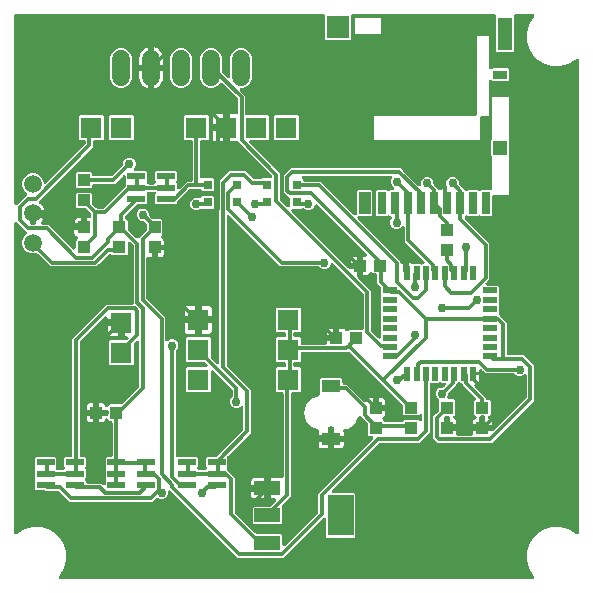
<source format=gbr>
G04 EAGLE Gerber RS-274X export*
G75*
%MOMM*%
%FSLAX34Y34*%
%LPD*%
%INTop Copper*%
%IPPOS*%
%AMOC8*
5,1,8,0,0,1.08239X$1,22.5*%
G01*
%ADD10R,0.500000X1.200000*%
%ADD11R,1.200000X0.500000*%
%ADD12R,2.200000X3.500000*%
%ADD13R,2.200000X1.200000*%
%ADD14R,1.500000X0.600000*%
%ADD15C,1.508000*%
%ADD16R,1.100000X1.000000*%
%ADD17R,0.800000X0.800000*%
%ADD18R,1.000000X1.100000*%
%ADD19R,1.600000X1.050000*%
%ADD20R,1.800000X1.800000*%
%ADD21C,1.524000*%
%ADD22R,0.700000X1.900000*%
%ADD23R,1.000000X1.900000*%
%ADD24R,1.200000X1.200000*%
%ADD25R,1.200000X0.800000*%
%ADD26R,1.200000X2.800000*%
%ADD27R,1.900000X1.900000*%
%ADD28C,0.300000*%
%ADD29C,0.756400*%

G36*
X449979Y-39065D02*
X449979Y-39065D01*
X450083Y-39063D01*
X450150Y-39045D01*
X450219Y-39037D01*
X450317Y-39002D01*
X450418Y-38976D01*
X450479Y-38943D01*
X450544Y-38920D01*
X450631Y-38863D01*
X450723Y-38814D01*
X450776Y-38769D01*
X450833Y-38731D01*
X450905Y-38656D01*
X450984Y-38587D01*
X451024Y-38531D01*
X451072Y-38481D01*
X451125Y-38391D01*
X451186Y-38306D01*
X451212Y-38242D01*
X451247Y-38183D01*
X451278Y-38083D01*
X451318Y-37987D01*
X451329Y-37918D01*
X451349Y-37852D01*
X451356Y-37748D01*
X451373Y-37645D01*
X451368Y-37576D01*
X451373Y-37507D01*
X451356Y-37405D01*
X451348Y-37300D01*
X451328Y-37234D01*
X451317Y-37166D01*
X451277Y-37070D01*
X451246Y-36970D01*
X451211Y-36911D01*
X451184Y-36847D01*
X451123Y-36763D01*
X451070Y-36673D01*
X451001Y-36594D01*
X450982Y-36567D01*
X450965Y-36552D01*
X450935Y-36518D01*
X449866Y-35449D01*
X446554Y-29712D01*
X444839Y-23313D01*
X444839Y-16687D01*
X446554Y-10288D01*
X449866Y-4551D01*
X454551Y134D01*
X460288Y3446D01*
X466687Y5161D01*
X473313Y5161D01*
X479712Y3446D01*
X485449Y134D01*
X486518Y-935D01*
X486600Y-1000D01*
X486675Y-1072D01*
X486735Y-1107D01*
X486789Y-1150D01*
X486883Y-1194D01*
X486973Y-1247D01*
X487039Y-1267D01*
X487102Y-1297D01*
X487204Y-1318D01*
X487304Y-1349D01*
X487373Y-1354D01*
X487440Y-1368D01*
X487544Y-1366D01*
X487649Y-1373D01*
X487717Y-1362D01*
X487786Y-1360D01*
X487887Y-1334D01*
X487990Y-1317D01*
X488054Y-1290D01*
X488120Y-1273D01*
X488213Y-1224D01*
X488309Y-1184D01*
X488365Y-1144D01*
X488426Y-1111D01*
X488505Y-1043D01*
X488589Y-982D01*
X488635Y-930D01*
X488687Y-884D01*
X488748Y-800D01*
X488816Y-721D01*
X488848Y-659D01*
X488889Y-603D01*
X488928Y-507D01*
X488977Y-415D01*
X488994Y-348D01*
X489020Y-284D01*
X489037Y-181D01*
X489063Y-80D01*
X489070Y24D01*
X489076Y58D01*
X489074Y80D01*
X489077Y125D01*
X489077Y399875D01*
X489065Y399979D01*
X489063Y400083D01*
X489045Y400150D01*
X489037Y400219D01*
X489002Y400317D01*
X488976Y400418D01*
X488943Y400479D01*
X488920Y400544D01*
X488863Y400631D01*
X488814Y400723D01*
X488769Y400776D01*
X488731Y400833D01*
X488656Y400905D01*
X488587Y400984D01*
X488531Y401024D01*
X488481Y401072D01*
X488391Y401125D01*
X488306Y401186D01*
X488242Y401212D01*
X488183Y401247D01*
X488083Y401278D01*
X487987Y401318D01*
X487918Y401329D01*
X487852Y401349D01*
X487748Y401356D01*
X487645Y401373D01*
X487576Y401368D01*
X487507Y401373D01*
X487405Y401356D01*
X487300Y401348D01*
X487234Y401328D01*
X487166Y401317D01*
X487070Y401277D01*
X486970Y401246D01*
X486911Y401211D01*
X486847Y401184D01*
X486763Y401123D01*
X486673Y401070D01*
X486594Y401001D01*
X486567Y400982D01*
X486552Y400965D01*
X486518Y400935D01*
X485449Y399866D01*
X479712Y396554D01*
X473313Y394839D01*
X466687Y394839D01*
X460288Y396554D01*
X454551Y399866D01*
X449866Y404551D01*
X446554Y410288D01*
X444839Y416687D01*
X444839Y423313D01*
X446554Y429712D01*
X449866Y435449D01*
X450935Y436518D01*
X451000Y436600D01*
X451072Y436675D01*
X451107Y436735D01*
X451150Y436789D01*
X451194Y436883D01*
X451247Y436973D01*
X451267Y437039D01*
X451297Y437102D01*
X451318Y437204D01*
X451349Y437304D01*
X451354Y437373D01*
X451368Y437440D01*
X451366Y437544D01*
X451373Y437649D01*
X451362Y437717D01*
X451360Y437786D01*
X451334Y437887D01*
X451317Y437990D01*
X451290Y438054D01*
X451273Y438120D01*
X451224Y438213D01*
X451184Y438309D01*
X451144Y438365D01*
X451111Y438426D01*
X451043Y438505D01*
X450982Y438589D01*
X450930Y438635D01*
X450884Y438687D01*
X450800Y438748D01*
X450721Y438816D01*
X450659Y438848D01*
X450603Y438889D01*
X450507Y438928D01*
X450415Y438977D01*
X450348Y438994D01*
X450284Y439020D01*
X450181Y439037D01*
X450080Y439063D01*
X449976Y439070D01*
X449942Y439076D01*
X449920Y439074D01*
X449875Y439077D01*
X435434Y439077D01*
X435399Y439073D01*
X435363Y439076D01*
X435227Y439053D01*
X435091Y439037D01*
X435057Y439025D01*
X435022Y439020D01*
X434895Y438967D01*
X434765Y438920D01*
X434736Y438901D01*
X434703Y438887D01*
X434591Y438806D01*
X434476Y438731D01*
X434451Y438705D01*
X434423Y438685D01*
X434332Y438581D01*
X434237Y438481D01*
X434219Y438450D01*
X434196Y438424D01*
X434132Y438301D01*
X434062Y438183D01*
X434052Y438149D01*
X434035Y438117D01*
X434001Y437984D01*
X433960Y437852D01*
X433958Y437817D01*
X433949Y437783D01*
X433935Y437578D01*
X433935Y407998D01*
X433042Y407105D01*
X419778Y407105D01*
X418885Y407998D01*
X418885Y437578D01*
X418881Y437613D01*
X418884Y437649D01*
X418861Y437785D01*
X418845Y437921D01*
X418833Y437955D01*
X418828Y437990D01*
X418775Y438117D01*
X418728Y438247D01*
X418709Y438276D01*
X418695Y438309D01*
X418614Y438421D01*
X418539Y438536D01*
X418513Y438561D01*
X418493Y438589D01*
X418389Y438680D01*
X418289Y438775D01*
X418258Y438793D01*
X418232Y438816D01*
X418109Y438880D01*
X417991Y438950D01*
X417957Y438960D01*
X417925Y438977D01*
X417792Y439011D01*
X417660Y439052D01*
X417625Y439054D01*
X417591Y439063D01*
X417386Y439077D01*
X297584Y439077D01*
X297549Y439073D01*
X297513Y439076D01*
X297377Y439053D01*
X297241Y439037D01*
X297207Y439025D01*
X297172Y439020D01*
X297045Y438967D01*
X296915Y438920D01*
X296886Y438901D01*
X296853Y438887D01*
X296741Y438806D01*
X296626Y438731D01*
X296601Y438705D01*
X296573Y438685D01*
X296482Y438581D01*
X296387Y438481D01*
X296369Y438450D01*
X296346Y438424D01*
X296282Y438301D01*
X296212Y438183D01*
X296202Y438149D01*
X296185Y438117D01*
X296151Y437984D01*
X296110Y437852D01*
X296108Y437817D01*
X296099Y437783D01*
X296085Y437578D01*
X296085Y418388D01*
X295192Y417495D01*
X274928Y417495D01*
X274035Y418388D01*
X274035Y437578D01*
X274031Y437613D01*
X274034Y437649D01*
X274011Y437785D01*
X273995Y437921D01*
X273983Y437955D01*
X273978Y437990D01*
X273925Y438117D01*
X273878Y438247D01*
X273859Y438276D01*
X273845Y438309D01*
X273764Y438421D01*
X273689Y438536D01*
X273663Y438561D01*
X273643Y438589D01*
X273539Y438680D01*
X273439Y438775D01*
X273408Y438793D01*
X273382Y438816D01*
X273259Y438880D01*
X273141Y438950D01*
X273107Y438960D01*
X273075Y438977D01*
X272942Y439011D01*
X272810Y439052D01*
X272775Y439054D01*
X272741Y439063D01*
X272536Y439077D01*
X12422Y439077D01*
X12387Y439073D01*
X12351Y439076D01*
X12215Y439053D01*
X12079Y439037D01*
X12045Y439025D01*
X12010Y439020D01*
X11883Y438967D01*
X11753Y438920D01*
X11724Y438901D01*
X11691Y438887D01*
X11579Y438806D01*
X11464Y438731D01*
X11439Y438705D01*
X11411Y438685D01*
X11320Y438581D01*
X11225Y438481D01*
X11207Y438450D01*
X11184Y438424D01*
X11120Y438301D01*
X11050Y438183D01*
X11040Y438149D01*
X11023Y438117D01*
X10989Y437984D01*
X10948Y437852D01*
X10946Y437817D01*
X10937Y437783D01*
X10923Y437578D01*
X10923Y278950D01*
X10935Y278846D01*
X10937Y278742D01*
X10955Y278675D01*
X10963Y278606D01*
X10998Y278508D01*
X11024Y278407D01*
X11057Y278346D01*
X11080Y278281D01*
X11137Y278194D01*
X11186Y278102D01*
X11231Y278049D01*
X11269Y277992D01*
X11344Y277920D01*
X11413Y277841D01*
X11469Y277801D01*
X11519Y277753D01*
X11609Y277700D01*
X11694Y277639D01*
X11758Y277613D01*
X11817Y277578D01*
X11917Y277547D01*
X12013Y277507D01*
X12082Y277496D01*
X12148Y277476D01*
X12252Y277469D01*
X12355Y277452D01*
X12424Y277457D01*
X12493Y277452D01*
X12595Y277469D01*
X12700Y277476D01*
X12766Y277497D01*
X12834Y277508D01*
X12930Y277548D01*
X13030Y277579D01*
X13089Y277614D01*
X13153Y277641D01*
X13237Y277702D01*
X13327Y277755D01*
X13406Y277823D01*
X13433Y277843D01*
X13448Y277860D01*
X13482Y277890D01*
X15020Y279428D01*
X21416Y285824D01*
X21438Y285852D01*
X21465Y285875D01*
X21546Y285987D01*
X21631Y286095D01*
X21646Y286127D01*
X21667Y286156D01*
X21719Y286283D01*
X21778Y286408D01*
X21785Y286443D01*
X21799Y286475D01*
X21821Y286612D01*
X21849Y286746D01*
X21848Y286782D01*
X21854Y286817D01*
X21844Y286954D01*
X21841Y287092D01*
X21832Y287126D01*
X21830Y287162D01*
X21789Y287293D01*
X21754Y287427D01*
X21737Y287458D01*
X21727Y287492D01*
X21657Y287611D01*
X21592Y287732D01*
X21569Y287759D01*
X21551Y287790D01*
X21416Y287944D01*
X18985Y290375D01*
X17605Y293707D01*
X17605Y297313D01*
X18985Y300645D01*
X21535Y303195D01*
X24867Y304575D01*
X28473Y304575D01*
X31805Y303195D01*
X34355Y300645D01*
X35735Y297313D01*
X35735Y296976D01*
X35747Y296872D01*
X35749Y296768D01*
X35767Y296701D01*
X35775Y296632D01*
X35810Y296534D01*
X35836Y296433D01*
X35869Y296372D01*
X35892Y296307D01*
X35949Y296220D01*
X35998Y296128D01*
X36043Y296076D01*
X36081Y296018D01*
X36156Y295946D01*
X36225Y295867D01*
X36281Y295827D01*
X36331Y295779D01*
X36421Y295726D01*
X36506Y295665D01*
X36570Y295639D01*
X36629Y295604D01*
X36729Y295573D01*
X36825Y295533D01*
X36894Y295522D01*
X36960Y295502D01*
X37064Y295495D01*
X37167Y295478D01*
X37236Y295483D01*
X37305Y295478D01*
X37407Y295495D01*
X37512Y295502D01*
X37578Y295523D01*
X37646Y295534D01*
X37742Y295574D01*
X37842Y295605D01*
X37901Y295640D01*
X37965Y295667D01*
X38050Y295728D01*
X38139Y295781D01*
X38218Y295849D01*
X38245Y295869D01*
X38260Y295886D01*
X38294Y295916D01*
X71182Y328804D01*
X71269Y328913D01*
X71360Y329018D01*
X71376Y329048D01*
X71397Y329075D01*
X71456Y329201D01*
X71521Y329324D01*
X71529Y329357D01*
X71544Y329388D01*
X71572Y329524D01*
X71607Y329659D01*
X71610Y329704D01*
X71615Y329726D01*
X71614Y329760D01*
X71621Y329864D01*
X71621Y330876D01*
X71617Y330911D01*
X71620Y330947D01*
X71597Y331083D01*
X71581Y331219D01*
X71569Y331253D01*
X71564Y331288D01*
X71511Y331415D01*
X71464Y331545D01*
X71445Y331574D01*
X71431Y331607D01*
X71350Y331719D01*
X71275Y331834D01*
X71249Y331859D01*
X71229Y331887D01*
X71125Y331978D01*
X71025Y332073D01*
X70994Y332091D01*
X70968Y332114D01*
X70845Y332178D01*
X70727Y332248D01*
X70693Y332258D01*
X70661Y332275D01*
X70528Y332309D01*
X70396Y332350D01*
X70361Y332352D01*
X70327Y332361D01*
X70122Y332375D01*
X66568Y332375D01*
X65675Y333268D01*
X65675Y352532D01*
X66568Y353425D01*
X85832Y353425D01*
X86725Y352532D01*
X86725Y333268D01*
X85832Y332375D01*
X79170Y332375D01*
X79135Y332371D01*
X79099Y332374D01*
X78963Y332351D01*
X78827Y332335D01*
X78793Y332323D01*
X78758Y332318D01*
X78631Y332265D01*
X78501Y332218D01*
X78472Y332199D01*
X78439Y332185D01*
X78327Y332104D01*
X78212Y332029D01*
X78187Y332003D01*
X78159Y331983D01*
X78068Y331879D01*
X77973Y331779D01*
X77955Y331748D01*
X77932Y331722D01*
X77868Y331599D01*
X77798Y331481D01*
X77788Y331447D01*
X77771Y331415D01*
X77737Y331282D01*
X77696Y331150D01*
X77694Y331115D01*
X77685Y331081D01*
X77671Y330876D01*
X77671Y326737D01*
X32870Y281936D01*
X32101Y281168D01*
X32006Y281048D01*
X31908Y280931D01*
X31899Y280912D01*
X31886Y280897D01*
X31821Y280758D01*
X31753Y280622D01*
X31748Y280602D01*
X31740Y280584D01*
X31708Y280434D01*
X31673Y280285D01*
X31673Y280265D01*
X31668Y280245D01*
X31672Y280092D01*
X31671Y279940D01*
X31676Y279920D01*
X31676Y279900D01*
X31715Y279751D01*
X31750Y279603D01*
X31758Y279585D01*
X31764Y279565D01*
X31835Y279430D01*
X31903Y279293D01*
X31916Y279277D01*
X31925Y279259D01*
X32025Y279145D01*
X32123Y279026D01*
X32143Y279009D01*
X32152Y278999D01*
X32176Y278981D01*
X32280Y278894D01*
X33237Y278199D01*
X34359Y277077D01*
X35292Y275793D01*
X36012Y274380D01*
X36457Y273009D01*
X27670Y273009D01*
X27635Y273005D01*
X27600Y273008D01*
X27464Y272985D01*
X27327Y272969D01*
X27293Y272957D01*
X27258Y272952D01*
X27131Y272899D01*
X27002Y272852D01*
X26972Y272833D01*
X26939Y272819D01*
X26827Y272738D01*
X26712Y272663D01*
X26688Y272637D01*
X26659Y272617D01*
X26568Y272513D01*
X26473Y272413D01*
X26455Y272382D01*
X26432Y272356D01*
X26368Y272233D01*
X26298Y272115D01*
X26288Y272081D01*
X26271Y272049D01*
X26237Y271916D01*
X26196Y271784D01*
X26194Y271749D01*
X26185Y271715D01*
X26171Y271510D01*
X26171Y271009D01*
X25670Y271009D01*
X25635Y271005D01*
X25599Y271007D01*
X25463Y270985D01*
X25327Y270969D01*
X25293Y270957D01*
X25258Y270951D01*
X25131Y270899D01*
X25001Y270852D01*
X24972Y270832D01*
X24939Y270819D01*
X24827Y270738D01*
X24712Y270663D01*
X24687Y270637D01*
X24659Y270616D01*
X24568Y270512D01*
X24473Y270413D01*
X24455Y270382D01*
X24432Y270355D01*
X24368Y270233D01*
X24298Y270115D01*
X24288Y270081D01*
X24271Y270049D01*
X24237Y269916D01*
X24196Y269784D01*
X24194Y269749D01*
X24185Y269714D01*
X24171Y269510D01*
X24171Y262392D01*
X24175Y262357D01*
X24172Y262321D01*
X24195Y262185D01*
X24211Y262049D01*
X24223Y262015D01*
X24228Y261980D01*
X24281Y261853D01*
X24328Y261723D01*
X24347Y261694D01*
X24361Y261661D01*
X24442Y261549D01*
X24517Y261434D01*
X24543Y261409D01*
X24563Y261381D01*
X24667Y261290D01*
X24767Y261195D01*
X24798Y261177D01*
X24824Y261154D01*
X24947Y261090D01*
X25065Y261020D01*
X25099Y261010D01*
X25130Y260993D01*
X25264Y260959D01*
X25396Y260918D01*
X25431Y260916D01*
X25465Y260907D01*
X25670Y260893D01*
X27670Y260893D01*
X27705Y260897D01*
X27741Y260894D01*
X27877Y260917D01*
X28013Y260933D01*
X28047Y260945D01*
X28082Y260950D01*
X28209Y261003D01*
X28339Y261050D01*
X28368Y261069D01*
X28401Y261083D01*
X28513Y261164D01*
X28628Y261239D01*
X28653Y261265D01*
X28681Y261285D01*
X28772Y261389D01*
X28867Y261489D01*
X28885Y261520D01*
X28908Y261546D01*
X28972Y261669D01*
X29042Y261787D01*
X29052Y261821D01*
X29069Y261853D01*
X29103Y261986D01*
X29144Y262118D01*
X29146Y262153D01*
X29155Y262187D01*
X29169Y262392D01*
X29169Y268011D01*
X36457Y268011D01*
X36012Y266640D01*
X35292Y265227D01*
X34359Y263943D01*
X33868Y263452D01*
X33804Y263370D01*
X33732Y263295D01*
X33697Y263235D01*
X33654Y263181D01*
X33609Y263087D01*
X33557Y262997D01*
X33536Y262931D01*
X33507Y262868D01*
X33485Y262766D01*
X33455Y262666D01*
X33450Y262597D01*
X33436Y262530D01*
X33438Y262426D01*
X33431Y262321D01*
X33442Y262253D01*
X33444Y262184D01*
X33470Y262083D01*
X33487Y261980D01*
X33513Y261917D01*
X33531Y261850D01*
X33580Y261757D01*
X33620Y261661D01*
X33660Y261605D01*
X33692Y261544D01*
X33761Y261465D01*
X33822Y261381D01*
X33874Y261335D01*
X33919Y261283D01*
X34004Y261222D01*
X34083Y261154D01*
X34144Y261122D01*
X34200Y261081D01*
X34297Y261042D01*
X34389Y260993D01*
X34456Y260976D01*
X34520Y260950D01*
X34623Y260933D01*
X34724Y260907D01*
X34828Y260900D01*
X34861Y260894D01*
X34884Y260896D01*
X34929Y260893D01*
X39707Y260893D01*
X60416Y240184D01*
X60498Y240119D01*
X60573Y240047D01*
X60633Y240012D01*
X60687Y239969D01*
X60781Y239925D01*
X60871Y239872D01*
X60937Y239852D01*
X61000Y239822D01*
X61102Y239801D01*
X61202Y239770D01*
X61271Y239765D01*
X61338Y239751D01*
X61442Y239753D01*
X61547Y239746D01*
X61615Y239757D01*
X61684Y239759D01*
X61785Y239785D01*
X61888Y239802D01*
X61952Y239829D01*
X62018Y239846D01*
X62111Y239895D01*
X62207Y239935D01*
X62263Y239975D01*
X62324Y240008D01*
X62403Y240076D01*
X62487Y240137D01*
X62533Y240189D01*
X62585Y240235D01*
X62646Y240319D01*
X62714Y240398D01*
X62746Y240459D01*
X62787Y240516D01*
X62826Y240612D01*
X62875Y240704D01*
X62892Y240771D01*
X62919Y240835D01*
X62935Y240938D01*
X62961Y241039D01*
X62968Y241143D01*
X62974Y241176D01*
X62972Y241199D01*
X62975Y241244D01*
X62975Y247132D01*
X63886Y248043D01*
X64028Y248055D01*
X64050Y248062D01*
X64073Y248065D01*
X64214Y248116D01*
X64357Y248162D01*
X64376Y248174D01*
X64398Y248182D01*
X64524Y248264D01*
X64652Y248342D01*
X64668Y248358D01*
X64688Y248371D01*
X64791Y248480D01*
X64898Y248585D01*
X64910Y248604D01*
X64926Y248621D01*
X65002Y248750D01*
X65082Y248878D01*
X65090Y248899D01*
X65101Y248919D01*
X65145Y249062D01*
X65194Y249205D01*
X65197Y249228D01*
X65203Y249250D01*
X65214Y249399D01*
X65229Y249549D01*
X65225Y249572D01*
X65227Y249595D01*
X65203Y249742D01*
X65183Y249891D01*
X65175Y249913D01*
X65171Y249936D01*
X65114Y250074D01*
X65060Y250215D01*
X65047Y250234D01*
X65038Y250255D01*
X64951Y250377D01*
X64867Y250501D01*
X64850Y250517D01*
X64836Y250535D01*
X64723Y250634D01*
X64613Y250736D01*
X64592Y250747D01*
X64575Y250762D01*
X64442Y250832D01*
X64312Y250906D01*
X64283Y250915D01*
X64269Y250923D01*
X64238Y250931D01*
X64117Y250972D01*
X63519Y251132D01*
X62940Y251467D01*
X62467Y251940D01*
X62132Y252519D01*
X61959Y253165D01*
X61959Y256001D01*
X69000Y256001D01*
X69035Y256005D01*
X69070Y256002D01*
X69206Y256025D01*
X69343Y256041D01*
X69377Y256053D01*
X69412Y256058D01*
X69539Y256111D01*
X69668Y256158D01*
X69698Y256177D01*
X69731Y256191D01*
X69843Y256272D01*
X69958Y256347D01*
X69982Y256373D01*
X70011Y256393D01*
X70102Y256497D01*
X70197Y256597D01*
X70215Y256628D01*
X70238Y256654D01*
X70302Y256777D01*
X70372Y256895D01*
X70382Y256929D01*
X70399Y256960D01*
X70433Y257094D01*
X70474Y257226D01*
X70476Y257261D01*
X70485Y257295D01*
X70499Y257500D01*
X70499Y258001D01*
X71000Y258001D01*
X71035Y258005D01*
X71071Y258003D01*
X71207Y258025D01*
X71343Y258041D01*
X71377Y258053D01*
X71412Y258059D01*
X71539Y258111D01*
X71669Y258158D01*
X71698Y258178D01*
X71731Y258191D01*
X71843Y258272D01*
X71958Y258347D01*
X71983Y258373D01*
X72011Y258394D01*
X72102Y258498D01*
X72197Y258597D01*
X72215Y258628D01*
X72238Y258655D01*
X72302Y258777D01*
X72372Y258895D01*
X72382Y258929D01*
X72399Y258961D01*
X72433Y259094D01*
X72474Y259226D01*
X72476Y259261D01*
X72485Y259296D01*
X72499Y259500D01*
X72499Y266041D01*
X74646Y266041D01*
X74681Y266045D01*
X74717Y266042D01*
X74853Y266065D01*
X74989Y266081D01*
X75023Y266093D01*
X75058Y266098D01*
X75185Y266151D01*
X75315Y266198D01*
X75344Y266217D01*
X75377Y266231D01*
X75489Y266312D01*
X75604Y266387D01*
X75629Y266413D01*
X75657Y266433D01*
X75748Y266537D01*
X75843Y266637D01*
X75861Y266668D01*
X75884Y266694D01*
X75948Y266817D01*
X76018Y266935D01*
X76028Y266969D01*
X76045Y267001D01*
X76079Y267134D01*
X76120Y267266D01*
X76122Y267301D01*
X76131Y267335D01*
X76145Y267540D01*
X76145Y269566D01*
X76129Y269704D01*
X76119Y269844D01*
X76109Y269876D01*
X76105Y269910D01*
X76058Y270040D01*
X76017Y270174D01*
X75999Y270203D01*
X75988Y270235D01*
X75912Y270352D01*
X75841Y270472D01*
X75811Y270506D01*
X75799Y270524D01*
X75775Y270548D01*
X75706Y270626D01*
X71796Y274536D01*
X71687Y274623D01*
X71582Y274714D01*
X71552Y274730D01*
X71525Y274751D01*
X71399Y274810D01*
X71276Y274875D01*
X71243Y274883D01*
X71212Y274898D01*
X71076Y274926D01*
X70941Y274961D01*
X70896Y274964D01*
X70874Y274969D01*
X70840Y274968D01*
X70736Y274975D01*
X63868Y274975D01*
X62975Y275868D01*
X62975Y287132D01*
X63868Y288025D01*
X76132Y288025D01*
X77025Y287132D01*
X77025Y278484D01*
X77041Y278346D01*
X77051Y278206D01*
X77061Y278174D01*
X77065Y278140D01*
X77112Y278010D01*
X77153Y277876D01*
X77171Y277847D01*
X77182Y277815D01*
X77258Y277698D01*
X77329Y277578D01*
X77359Y277544D01*
X77371Y277526D01*
X77395Y277502D01*
X77464Y277424D01*
X79984Y274904D01*
X80093Y274817D01*
X80198Y274726D01*
X80228Y274710D01*
X80255Y274689D01*
X80381Y274630D01*
X80504Y274565D01*
X80537Y274557D01*
X80568Y274542D01*
X80704Y274514D01*
X80839Y274479D01*
X80884Y274476D01*
X80906Y274471D01*
X80940Y274472D01*
X81044Y274465D01*
X86344Y274465D01*
X86482Y274481D01*
X86622Y274491D01*
X86654Y274501D01*
X86688Y274505D01*
X86818Y274552D01*
X86952Y274593D01*
X86981Y274611D01*
X87013Y274622D01*
X87130Y274698D01*
X87250Y274769D01*
X87284Y274799D01*
X87302Y274811D01*
X87326Y274835D01*
X87404Y274904D01*
X105036Y292536D01*
X105123Y292645D01*
X105214Y292750D01*
X105230Y292780D01*
X105251Y292807D01*
X105310Y292933D01*
X105375Y293056D01*
X105383Y293089D01*
X105398Y293120D01*
X105426Y293256D01*
X105461Y293391D01*
X105464Y293436D01*
X105469Y293458D01*
X105468Y293492D01*
X105475Y293596D01*
X105475Y295732D01*
X105534Y295790D01*
X105556Y295818D01*
X105582Y295841D01*
X105663Y295953D01*
X105748Y296061D01*
X105763Y296093D01*
X105784Y296122D01*
X105837Y296250D01*
X105895Y296374D01*
X105902Y296408D01*
X105916Y296441D01*
X105938Y296578D01*
X105966Y296712D01*
X105966Y296748D01*
X105971Y296783D01*
X105961Y296920D01*
X105958Y297058D01*
X105949Y297092D01*
X105947Y297128D01*
X105906Y297259D01*
X105871Y297392D01*
X105855Y297424D01*
X105844Y297458D01*
X105774Y297576D01*
X105710Y297698D01*
X105686Y297725D01*
X105668Y297755D01*
X105534Y297910D01*
X105475Y297968D01*
X105475Y301158D01*
X105463Y301262D01*
X105461Y301366D01*
X105443Y301433D01*
X105435Y301502D01*
X105400Y301600D01*
X105374Y301701D01*
X105341Y301762D01*
X105318Y301827D01*
X105261Y301914D01*
X105212Y302006D01*
X105167Y302058D01*
X105129Y302116D01*
X105054Y302188D01*
X104985Y302267D01*
X104929Y302307D01*
X104879Y302355D01*
X104789Y302408D01*
X104704Y302469D01*
X104640Y302495D01*
X104581Y302530D01*
X104481Y302561D01*
X104385Y302601D01*
X104316Y302612D01*
X104250Y302632D01*
X104146Y302639D01*
X104043Y302656D01*
X103974Y302651D01*
X103905Y302656D01*
X103803Y302639D01*
X103698Y302632D01*
X103632Y302611D01*
X103564Y302600D01*
X103468Y302560D01*
X103368Y302529D01*
X103309Y302494D01*
X103245Y302467D01*
X103160Y302406D01*
X103071Y302353D01*
X102992Y302285D01*
X102965Y302265D01*
X102950Y302248D01*
X102916Y302218D01*
X96257Y295559D01*
X78524Y295559D01*
X78489Y295555D01*
X78453Y295558D01*
X78317Y295535D01*
X78181Y295519D01*
X78147Y295507D01*
X78112Y295502D01*
X77985Y295449D01*
X77855Y295402D01*
X77826Y295383D01*
X77793Y295369D01*
X77681Y295288D01*
X77566Y295213D01*
X77541Y295187D01*
X77513Y295167D01*
X77422Y295063D01*
X77327Y294963D01*
X77309Y294932D01*
X77286Y294906D01*
X77222Y294783D01*
X77152Y294665D01*
X77142Y294631D01*
X77125Y294599D01*
X77091Y294466D01*
X77050Y294334D01*
X77048Y294299D01*
X77039Y294265D01*
X77025Y294060D01*
X77025Y292868D01*
X76132Y291975D01*
X63868Y291975D01*
X62975Y292868D01*
X62975Y304132D01*
X63868Y305025D01*
X76132Y305025D01*
X77025Y304132D01*
X77025Y303108D01*
X77029Y303073D01*
X77026Y303037D01*
X77049Y302901D01*
X77065Y302765D01*
X77077Y302731D01*
X77082Y302696D01*
X77135Y302569D01*
X77182Y302439D01*
X77201Y302410D01*
X77215Y302377D01*
X77296Y302265D01*
X77371Y302150D01*
X77397Y302125D01*
X77417Y302097D01*
X77521Y302006D01*
X77621Y301911D01*
X77652Y301893D01*
X77678Y301870D01*
X77801Y301806D01*
X77919Y301736D01*
X77953Y301726D01*
X77985Y301709D01*
X78118Y301675D01*
X78250Y301634D01*
X78285Y301632D01*
X78319Y301623D01*
X78524Y301609D01*
X93130Y301609D01*
X93268Y301625D01*
X93408Y301635D01*
X93440Y301645D01*
X93474Y301649D01*
X93604Y301696D01*
X93738Y301737D01*
X93767Y301755D01*
X93799Y301766D01*
X93916Y301842D01*
X94036Y301913D01*
X94070Y301943D01*
X94088Y301955D01*
X94112Y301979D01*
X94190Y302048D01*
X102830Y310688D01*
X102895Y310770D01*
X102966Y310844D01*
X102984Y310875D01*
X103008Y310902D01*
X103024Y310932D01*
X103045Y310959D01*
X103090Y311055D01*
X103141Y311143D01*
X103151Y311175D01*
X103169Y311208D01*
X103177Y311241D01*
X103192Y311272D01*
X103214Y311378D01*
X103243Y311473D01*
X103246Y311506D01*
X103255Y311543D01*
X103258Y311588D01*
X103263Y311610D01*
X103262Y311644D01*
X103269Y311748D01*
X103269Y313212D01*
X104077Y315162D01*
X105570Y316655D01*
X107520Y317463D01*
X109632Y317463D01*
X111582Y316655D01*
X113075Y315162D01*
X113883Y313212D01*
X113883Y311100D01*
X113075Y309150D01*
X112609Y308684D01*
X112544Y308602D01*
X112472Y308527D01*
X112437Y308467D01*
X112394Y308413D01*
X112350Y308319D01*
X112297Y308229D01*
X112277Y308163D01*
X112247Y308100D01*
X112226Y307998D01*
X112195Y307898D01*
X112190Y307829D01*
X112176Y307762D01*
X112179Y307658D01*
X112171Y307553D01*
X112183Y307485D01*
X112184Y307416D01*
X112211Y307315D01*
X112227Y307212D01*
X112254Y307149D01*
X112271Y307082D01*
X112320Y306989D01*
X112360Y306893D01*
X112401Y306837D01*
X112433Y306776D01*
X112501Y306697D01*
X112562Y306613D01*
X112615Y306567D01*
X112660Y306515D01*
X112745Y306454D01*
X112824Y306386D01*
X112885Y306354D01*
X112941Y306313D01*
X113037Y306274D01*
X113130Y306225D01*
X113197Y306208D01*
X113260Y306182D01*
X113363Y306165D01*
X113464Y306139D01*
X113568Y306132D01*
X113602Y306126D01*
X113624Y306128D01*
X113669Y306125D01*
X122632Y306125D01*
X123525Y305232D01*
X123525Y297968D01*
X123466Y297910D01*
X123444Y297882D01*
X123418Y297859D01*
X123337Y297747D01*
X123252Y297639D01*
X123237Y297607D01*
X123216Y297578D01*
X123164Y297451D01*
X123105Y297326D01*
X123098Y297291D01*
X123084Y297259D01*
X123062Y297122D01*
X123034Y296988D01*
X123034Y296952D01*
X123029Y296917D01*
X123039Y296780D01*
X123042Y296642D01*
X123051Y296608D01*
X123053Y296572D01*
X123094Y296441D01*
X123129Y296308D01*
X123145Y296276D01*
X123156Y296242D01*
X123226Y296123D01*
X123290Y296002D01*
X123314Y295975D01*
X123332Y295944D01*
X123466Y295790D01*
X123830Y295426D01*
X123871Y295364D01*
X123897Y295339D01*
X123917Y295311D01*
X124021Y295220D01*
X124121Y295125D01*
X124152Y295107D01*
X124178Y295084D01*
X124301Y295020D01*
X124419Y294950D01*
X124453Y294940D01*
X124485Y294923D01*
X124618Y294889D01*
X124750Y294848D01*
X124785Y294846D01*
X124819Y294837D01*
X125024Y294823D01*
X128976Y294823D01*
X129011Y294827D01*
X129047Y294824D01*
X129183Y294847D01*
X129319Y294863D01*
X129353Y294875D01*
X129388Y294880D01*
X129515Y294933D01*
X129645Y294980D01*
X129674Y294999D01*
X129707Y295013D01*
X129819Y295094D01*
X129934Y295169D01*
X129959Y295195D01*
X129987Y295215D01*
X130078Y295319D01*
X130173Y295419D01*
X130187Y295444D01*
X130534Y295790D01*
X130556Y295818D01*
X130582Y295841D01*
X130663Y295953D01*
X130748Y296061D01*
X130763Y296093D01*
X130784Y296122D01*
X130837Y296250D01*
X130895Y296374D01*
X130902Y296408D01*
X130916Y296441D01*
X130938Y296578D01*
X130966Y296712D01*
X130966Y296748D01*
X130971Y296783D01*
X130961Y296920D01*
X130958Y297058D01*
X130949Y297092D01*
X130947Y297128D01*
X130906Y297259D01*
X130871Y297392D01*
X130855Y297424D01*
X130844Y297458D01*
X130774Y297576D01*
X130710Y297698D01*
X130686Y297725D01*
X130668Y297755D01*
X130534Y297910D01*
X130475Y297968D01*
X130475Y305232D01*
X131368Y306125D01*
X147632Y306125D01*
X148525Y305232D01*
X148525Y297968D01*
X148466Y297910D01*
X148444Y297882D01*
X148418Y297859D01*
X148337Y297747D01*
X148252Y297639D01*
X148237Y297607D01*
X148216Y297578D01*
X148164Y297451D01*
X148105Y297326D01*
X148098Y297291D01*
X148084Y297259D01*
X148062Y297122D01*
X148034Y296988D01*
X148034Y296952D01*
X148029Y296917D01*
X148039Y296780D01*
X148042Y296642D01*
X148051Y296608D01*
X148053Y296572D01*
X148094Y296441D01*
X148129Y296308D01*
X148145Y296276D01*
X148156Y296242D01*
X148226Y296123D01*
X148290Y296002D01*
X148314Y295975D01*
X148332Y295944D01*
X148466Y295790D01*
X148525Y295732D01*
X148525Y292142D01*
X148537Y292038D01*
X148539Y291934D01*
X148557Y291867D01*
X148565Y291798D01*
X148600Y291700D01*
X148626Y291599D01*
X148659Y291538D01*
X148682Y291473D01*
X148739Y291386D01*
X148788Y291294D01*
X148833Y291242D01*
X148871Y291184D01*
X148946Y291112D01*
X149015Y291033D01*
X149071Y290993D01*
X149121Y290945D01*
X149211Y290892D01*
X149296Y290831D01*
X149360Y290805D01*
X149419Y290770D01*
X149519Y290739D01*
X149615Y290699D01*
X149684Y290688D01*
X149750Y290668D01*
X149854Y290661D01*
X149957Y290644D01*
X150026Y290649D01*
X150095Y290644D01*
X150197Y290661D01*
X150302Y290668D01*
X150368Y290689D01*
X150436Y290700D01*
X150532Y290740D01*
X150632Y290771D01*
X150691Y290806D01*
X150755Y290833D01*
X150840Y290894D01*
X150929Y290947D01*
X151008Y291015D01*
X151035Y291035D01*
X151050Y291052D01*
X151084Y291082D01*
X157087Y297085D01*
X160602Y297085D01*
X160637Y297089D01*
X160673Y297086D01*
X160809Y297109D01*
X160945Y297125D01*
X160979Y297137D01*
X161014Y297142D01*
X161141Y297195D01*
X161271Y297242D01*
X161300Y297261D01*
X161333Y297275D01*
X161445Y297356D01*
X161560Y297431D01*
X161585Y297457D01*
X161613Y297477D01*
X161704Y297581D01*
X161799Y297681D01*
X161817Y297712D01*
X161840Y297738D01*
X161904Y297861D01*
X161974Y297979D01*
X161984Y298013D01*
X162001Y298045D01*
X162035Y298178D01*
X162076Y298310D01*
X162078Y298345D01*
X162087Y298379D01*
X162101Y298584D01*
X162101Y330876D01*
X162097Y330911D01*
X162100Y330947D01*
X162077Y331083D01*
X162061Y331219D01*
X162049Y331253D01*
X162044Y331288D01*
X161991Y331415D01*
X161944Y331545D01*
X161925Y331574D01*
X161911Y331607D01*
X161830Y331719D01*
X161755Y331834D01*
X161729Y331859D01*
X161709Y331887D01*
X161605Y331978D01*
X161505Y332073D01*
X161474Y332091D01*
X161448Y332114D01*
X161325Y332178D01*
X161207Y332248D01*
X161173Y332258D01*
X161141Y332275D01*
X161008Y332309D01*
X160876Y332350D01*
X160841Y332352D01*
X160807Y332361D01*
X160602Y332375D01*
X155468Y332375D01*
X154575Y333268D01*
X154575Y352532D01*
X155468Y353425D01*
X174732Y353425D01*
X175625Y352532D01*
X175625Y333268D01*
X174732Y332375D01*
X169650Y332375D01*
X169615Y332371D01*
X169579Y332374D01*
X169443Y332351D01*
X169307Y332335D01*
X169273Y332323D01*
X169238Y332318D01*
X169111Y332265D01*
X168981Y332218D01*
X168952Y332199D01*
X168919Y332185D01*
X168807Y332104D01*
X168692Y332029D01*
X168667Y332003D01*
X168639Y331983D01*
X168548Y331879D01*
X168453Y331779D01*
X168435Y331748D01*
X168412Y331722D01*
X168348Y331599D01*
X168278Y331481D01*
X168268Y331447D01*
X168251Y331415D01*
X168217Y331282D01*
X168176Y331150D01*
X168174Y331115D01*
X168165Y331081D01*
X168151Y330876D01*
X168151Y301727D01*
X168163Y301623D01*
X168165Y301518D01*
X168183Y301452D01*
X168191Y301383D01*
X168226Y301285D01*
X168252Y301184D01*
X168285Y301123D01*
X168308Y301058D01*
X168365Y300970D01*
X168414Y300878D01*
X168459Y300826D01*
X168497Y300768D01*
X168572Y300696D01*
X168641Y300617D01*
X168697Y300577D01*
X168747Y300530D01*
X168837Y300477D01*
X168922Y300416D01*
X168986Y300390D01*
X169045Y300355D01*
X169145Y300324D01*
X169242Y300284D01*
X169310Y300273D01*
X169376Y300253D01*
X169480Y300245D01*
X169583Y300229D01*
X169652Y300234D01*
X169721Y300229D01*
X169824Y300246D01*
X169928Y300253D01*
X169994Y300274D01*
X170062Y300285D01*
X170158Y300325D01*
X179632Y300325D01*
X180525Y299432D01*
X180525Y290168D01*
X179632Y289275D01*
X170368Y289275D01*
X169048Y290596D01*
X168938Y290683D01*
X168833Y290774D01*
X168803Y290790D01*
X168777Y290811D01*
X168651Y290870D01*
X168527Y290935D01*
X168494Y290943D01*
X168464Y290958D01*
X168327Y290986D01*
X168192Y291021D01*
X168147Y291024D01*
X168125Y291029D01*
X168092Y291028D01*
X167987Y291035D01*
X160214Y291035D01*
X160076Y291019D01*
X159936Y291009D01*
X159904Y290999D01*
X159870Y290995D01*
X159740Y290948D01*
X159606Y290907D01*
X159577Y290889D01*
X159545Y290878D01*
X159428Y290802D01*
X159308Y290731D01*
X159274Y290701D01*
X159256Y290689D01*
X159232Y290665D01*
X159154Y290596D01*
X148964Y280406D01*
X148877Y280297D01*
X148786Y280192D01*
X148770Y280162D01*
X148749Y280135D01*
X148690Y280009D01*
X148625Y279886D01*
X148617Y279853D01*
X148602Y279822D01*
X148574Y279686D01*
X148539Y279551D01*
X148536Y279506D01*
X148531Y279484D01*
X148532Y279450D01*
X148525Y279346D01*
X148525Y278968D01*
X147632Y278075D01*
X131368Y278075D01*
X130475Y278968D01*
X130475Y286236D01*
X130522Y286296D01*
X130594Y286371D01*
X130629Y286431D01*
X130672Y286485D01*
X130717Y286579D01*
X130769Y286669D01*
X130790Y286735D01*
X130819Y286798D01*
X130841Y286900D01*
X130871Y287000D01*
X130876Y287069D01*
X130890Y287136D01*
X130888Y287240D01*
X130895Y287345D01*
X130884Y287413D01*
X130882Y287482D01*
X130856Y287583D01*
X130839Y287686D01*
X130813Y287749D01*
X130795Y287816D01*
X130746Y287909D01*
X130706Y288005D01*
X130666Y288061D01*
X130634Y288122D01*
X130565Y288201D01*
X130504Y288285D01*
X130452Y288331D01*
X130407Y288383D01*
X130322Y288444D01*
X130243Y288512D01*
X130182Y288544D01*
X130126Y288585D01*
X130029Y288624D01*
X129937Y288673D01*
X129870Y288690D01*
X129806Y288716D01*
X129703Y288733D01*
X129602Y288759D01*
X129498Y288766D01*
X129465Y288772D01*
X129442Y288770D01*
X129397Y288773D01*
X124603Y288773D01*
X124499Y288761D01*
X124395Y288759D01*
X124328Y288741D01*
X124259Y288733D01*
X124161Y288698D01*
X124060Y288672D01*
X123999Y288639D01*
X123934Y288616D01*
X123846Y288559D01*
X123754Y288510D01*
X123702Y288465D01*
X123644Y288427D01*
X123572Y288352D01*
X123494Y288283D01*
X123453Y288227D01*
X123406Y288177D01*
X123353Y288087D01*
X123292Y288002D01*
X123266Y287938D01*
X123231Y287879D01*
X123200Y287779D01*
X123160Y287683D01*
X123149Y287614D01*
X123129Y287548D01*
X123121Y287444D01*
X123105Y287341D01*
X123110Y287272D01*
X123105Y287203D01*
X123122Y287100D01*
X123129Y286996D01*
X123150Y286930D01*
X123161Y286862D01*
X123201Y286766D01*
X123232Y286666D01*
X123267Y286607D01*
X123294Y286543D01*
X123355Y286458D01*
X123408Y286368D01*
X123476Y286290D01*
X123496Y286263D01*
X123513Y286248D01*
X123525Y286234D01*
X123525Y278968D01*
X122632Y278075D01*
X115934Y278075D01*
X115819Y278062D01*
X115703Y278057D01*
X115648Y278042D01*
X115591Y278035D01*
X115482Y277996D01*
X115370Y277965D01*
X115320Y277937D01*
X115266Y277918D01*
X115168Y277854D01*
X115072Y277802D01*
X115037Y277794D01*
X114884Y277744D01*
X114727Y277696D01*
X114718Y277690D01*
X114708Y277687D01*
X114570Y277603D01*
X114429Y277520D01*
X114419Y277511D01*
X114413Y277507D01*
X114398Y277493D01*
X114275Y277385D01*
X105254Y268364D01*
X105167Y268255D01*
X105076Y268150D01*
X105060Y268120D01*
X105039Y268093D01*
X104980Y267967D01*
X104915Y267844D01*
X104907Y267811D01*
X104892Y267780D01*
X104864Y267644D01*
X104829Y267509D01*
X104826Y267464D01*
X104821Y267442D01*
X104822Y267408D01*
X104815Y267304D01*
X104815Y266524D01*
X104819Y266489D01*
X104816Y266453D01*
X104839Y266317D01*
X104855Y266181D01*
X104867Y266147D01*
X104872Y266112D01*
X104925Y265985D01*
X104972Y265855D01*
X104991Y265826D01*
X105005Y265793D01*
X105086Y265681D01*
X105161Y265566D01*
X105187Y265541D01*
X105207Y265513D01*
X105311Y265422D01*
X105411Y265327D01*
X105442Y265309D01*
X105468Y265286D01*
X105591Y265222D01*
X105709Y265152D01*
X105743Y265142D01*
X105775Y265125D01*
X105908Y265091D01*
X106040Y265050D01*
X106075Y265048D01*
X106109Y265039D01*
X106118Y265038D01*
X107025Y264132D01*
X107025Y257532D01*
X107041Y257394D01*
X107051Y257254D01*
X107061Y257222D01*
X107065Y257188D01*
X107112Y257058D01*
X107153Y256924D01*
X107171Y256895D01*
X107182Y256863D01*
X107258Y256746D01*
X107329Y256626D01*
X107359Y256592D01*
X107371Y256574D01*
X107395Y256550D01*
X107464Y256472D01*
X114302Y249634D01*
X114330Y249612D01*
X114353Y249585D01*
X114409Y249545D01*
X114459Y249497D01*
X114519Y249462D01*
X114573Y249419D01*
X114605Y249404D01*
X114634Y249383D01*
X114697Y249357D01*
X114757Y249322D01*
X114823Y249302D01*
X114886Y249272D01*
X114921Y249265D01*
X114953Y249251D01*
X115021Y249240D01*
X115088Y249220D01*
X115157Y249215D01*
X115224Y249201D01*
X115260Y249202D01*
X115295Y249196D01*
X115363Y249201D01*
X115433Y249196D01*
X115501Y249207D01*
X115570Y249209D01*
X115605Y249218D01*
X115640Y249221D01*
X115705Y249241D01*
X115774Y249252D01*
X115838Y249279D01*
X115904Y249296D01*
X115936Y249313D01*
X115970Y249323D01*
X116029Y249358D01*
X116093Y249385D01*
X116149Y249425D01*
X116210Y249458D01*
X116237Y249481D01*
X116267Y249499D01*
X116346Y249567D01*
X116373Y249587D01*
X116388Y249604D01*
X116422Y249634D01*
X123036Y256248D01*
X123123Y256357D01*
X123214Y256462D01*
X123230Y256492D01*
X123251Y256519D01*
X123310Y256645D01*
X123375Y256768D01*
X123383Y256801D01*
X123398Y256832D01*
X123426Y256968D01*
X123461Y257103D01*
X123464Y257148D01*
X123469Y257170D01*
X123468Y257204D01*
X123475Y257308D01*
X123475Y260690D01*
X123459Y260828D01*
X123449Y260968D01*
X123439Y261000D01*
X123435Y261034D01*
X123388Y261164D01*
X123347Y261298D01*
X123329Y261327D01*
X123318Y261359D01*
X123242Y261476D01*
X123171Y261596D01*
X123141Y261630D01*
X123129Y261648D01*
X123105Y261672D01*
X123036Y261750D01*
X121354Y263432D01*
X121245Y263519D01*
X121140Y263610D01*
X121110Y263626D01*
X121083Y263647D01*
X120957Y263706D01*
X120834Y263771D01*
X120801Y263779D01*
X120770Y263794D01*
X120634Y263822D01*
X120499Y263857D01*
X120454Y263860D01*
X120432Y263865D01*
X120398Y263864D01*
X120294Y263871D01*
X118830Y263871D01*
X116880Y264679D01*
X115387Y266172D01*
X114579Y268122D01*
X114579Y270234D01*
X115387Y272184D01*
X116880Y273677D01*
X118830Y274485D01*
X120942Y274485D01*
X122892Y273677D01*
X124385Y272184D01*
X125193Y270234D01*
X125193Y268770D01*
X125209Y268632D01*
X125219Y268492D01*
X125229Y268460D01*
X125233Y268426D01*
X125280Y268296D01*
X125321Y268162D01*
X125339Y268133D01*
X125350Y268101D01*
X125426Y267984D01*
X125497Y267864D01*
X125527Y267830D01*
X125539Y267812D01*
X125563Y267788D01*
X125632Y267710D01*
X127378Y265964D01*
X127487Y265877D01*
X127592Y265786D01*
X127622Y265770D01*
X127649Y265749D01*
X127775Y265690D01*
X127898Y265625D01*
X127931Y265617D01*
X127962Y265602D01*
X128098Y265574D01*
X128233Y265539D01*
X128278Y265536D01*
X128300Y265531D01*
X128334Y265532D01*
X128438Y265525D01*
X135632Y265525D01*
X136525Y264632D01*
X136525Y252368D01*
X135805Y251648D01*
X135768Y251603D01*
X135726Y251563D01*
X135661Y251467D01*
X135590Y251377D01*
X135565Y251324D01*
X135533Y251276D01*
X135492Y251168D01*
X135443Y251064D01*
X135431Y251007D01*
X135410Y250952D01*
X135396Y250839D01*
X135372Y250726D01*
X135373Y250668D01*
X135366Y250610D01*
X135377Y250495D01*
X135380Y250380D01*
X135395Y250324D01*
X135401Y250266D01*
X135438Y250157D01*
X135467Y250046D01*
X135495Y249994D01*
X135514Y249939D01*
X135575Y249842D01*
X135629Y249740D01*
X135667Y249696D01*
X135698Y249647D01*
X135780Y249566D01*
X135856Y249479D01*
X135903Y249445D01*
X135945Y249404D01*
X136115Y249290D01*
X136560Y249033D01*
X137033Y248560D01*
X137368Y247981D01*
X137541Y247335D01*
X137541Y243999D01*
X131000Y243999D01*
X130965Y243995D01*
X130930Y243998D01*
X130794Y243975D01*
X130657Y243959D01*
X130623Y243947D01*
X130588Y243942D01*
X130461Y243889D01*
X130332Y243842D01*
X130302Y243823D01*
X130269Y243809D01*
X130157Y243728D01*
X130042Y243653D01*
X130018Y243627D01*
X129989Y243607D01*
X129898Y243503D01*
X129803Y243403D01*
X129785Y243372D01*
X129762Y243346D01*
X129698Y243223D01*
X129628Y243105D01*
X129618Y243071D01*
X129601Y243039D01*
X129567Y242906D01*
X129526Y242774D01*
X129524Y242739D01*
X129515Y242705D01*
X129501Y242500D01*
X129501Y241999D01*
X129000Y241999D01*
X128965Y241995D01*
X128929Y241997D01*
X128793Y241975D01*
X128657Y241959D01*
X128623Y241947D01*
X128588Y241941D01*
X128461Y241889D01*
X128331Y241842D01*
X128302Y241822D01*
X128269Y241809D01*
X128157Y241728D01*
X128042Y241653D01*
X128017Y241627D01*
X127989Y241606D01*
X127898Y241502D01*
X127803Y241403D01*
X127785Y241372D01*
X127762Y241345D01*
X127698Y241223D01*
X127628Y241105D01*
X127618Y241071D01*
X127601Y241039D01*
X127567Y240906D01*
X127526Y240774D01*
X127524Y240739D01*
X127515Y240704D01*
X127501Y240500D01*
X127501Y233459D01*
X124557Y233459D01*
X124456Y233474D01*
X124398Y233469D01*
X124339Y233473D01*
X124226Y233455D01*
X124112Y233445D01*
X124056Y233427D01*
X123998Y233417D01*
X123892Y233373D01*
X123783Y233338D01*
X123733Y233307D01*
X123679Y233285D01*
X123586Y233217D01*
X123488Y233158D01*
X123446Y233117D01*
X123399Y233082D01*
X123323Y232996D01*
X123242Y232915D01*
X123210Y232866D01*
X123172Y232821D01*
X123119Y232719D01*
X123057Y232623D01*
X123038Y232567D01*
X123011Y232515D01*
X122982Y232404D01*
X122945Y232295D01*
X122939Y232237D01*
X122925Y232180D01*
X122911Y231976D01*
X122911Y198668D01*
X122927Y198530D01*
X122937Y198390D01*
X122947Y198358D01*
X122951Y198324D01*
X122998Y198194D01*
X123039Y198060D01*
X123057Y198031D01*
X123068Y197999D01*
X123144Y197882D01*
X123215Y197762D01*
X123245Y197728D01*
X123257Y197710D01*
X123281Y197686D01*
X123350Y197608D01*
X138745Y182213D01*
X138745Y163441D01*
X138757Y163337D01*
X138759Y163233D01*
X138777Y163166D01*
X138785Y163098D01*
X138820Y163000D01*
X138846Y162899D01*
X138879Y162837D01*
X138902Y162772D01*
X138959Y162685D01*
X139008Y162593D01*
X139053Y162541D01*
X139091Y162483D01*
X139166Y162411D01*
X139235Y162332D01*
X139291Y162292D01*
X139341Y162244D01*
X139431Y162191D01*
X139516Y162131D01*
X139580Y162104D01*
X139639Y162069D01*
X139739Y162038D01*
X139835Y161999D01*
X139904Y161988D01*
X139970Y161967D01*
X140074Y161960D01*
X140177Y161943D01*
X140246Y161948D01*
X140315Y161943D01*
X140417Y161960D01*
X140522Y161968D01*
X140588Y161988D01*
X140656Y161999D01*
X140752Y162039D01*
X140852Y162071D01*
X140911Y162106D01*
X140975Y162132D01*
X141060Y162193D01*
X141149Y162246D01*
X141228Y162315D01*
X141255Y162334D01*
X141270Y162351D01*
X141304Y162381D01*
X141762Y162839D01*
X143712Y163647D01*
X145824Y163647D01*
X147774Y162839D01*
X149267Y161346D01*
X150075Y159396D01*
X150075Y157284D01*
X149267Y155334D01*
X148232Y154299D01*
X148145Y154190D01*
X148054Y154084D01*
X148038Y154054D01*
X148017Y154028D01*
X147958Y153902D01*
X147893Y153778D01*
X147885Y153746D01*
X147870Y153715D01*
X147842Y153579D01*
X147807Y153444D01*
X147804Y153398D01*
X147799Y153377D01*
X147800Y153343D01*
X147793Y153239D01*
X147793Y65524D01*
X147797Y65489D01*
X147794Y65453D01*
X147817Y65317D01*
X147833Y65181D01*
X147845Y65147D01*
X147850Y65112D01*
X147903Y64985D01*
X147950Y64855D01*
X147969Y64826D01*
X147983Y64793D01*
X148064Y64681D01*
X148139Y64566D01*
X148165Y64541D01*
X148185Y64513D01*
X148289Y64422D01*
X148389Y64327D01*
X148420Y64309D01*
X148446Y64286D01*
X148569Y64222D01*
X148687Y64152D01*
X148721Y64142D01*
X148753Y64125D01*
X148886Y64091D01*
X149018Y64050D01*
X149053Y64048D01*
X149087Y64039D01*
X149292Y64025D01*
X165632Y64025D01*
X166525Y63132D01*
X166525Y55868D01*
X166466Y55810D01*
X166444Y55782D01*
X166418Y55759D01*
X166337Y55647D01*
X166252Y55539D01*
X166237Y55507D01*
X166216Y55478D01*
X166164Y55351D01*
X166105Y55226D01*
X166098Y55191D01*
X166084Y55159D01*
X166062Y55022D01*
X166034Y54888D01*
X166034Y54852D01*
X166029Y54817D01*
X166039Y54680D01*
X166042Y54542D01*
X166051Y54508D01*
X166053Y54472D01*
X166094Y54341D01*
X166129Y54208D01*
X166145Y54176D01*
X166156Y54142D01*
X166226Y54023D01*
X166290Y53902D01*
X166314Y53875D01*
X166332Y53844D01*
X166466Y53690D01*
X166928Y53228D01*
X167038Y53141D01*
X167143Y53050D01*
X167173Y53034D01*
X167200Y53013D01*
X167325Y52954D01*
X167449Y52889D01*
X167482Y52881D01*
X167513Y52866D01*
X167649Y52838D01*
X167784Y52803D01*
X167829Y52800D01*
X167851Y52795D01*
X167884Y52796D01*
X167989Y52789D01*
X172011Y52789D01*
X172150Y52805D01*
X172289Y52815D01*
X172321Y52825D01*
X172355Y52829D01*
X172486Y52876D01*
X172619Y52917D01*
X172648Y52935D01*
X172680Y52946D01*
X172797Y53022D01*
X172917Y53093D01*
X172951Y53123D01*
X172970Y53135D01*
X172993Y53159D01*
X173072Y53228D01*
X173534Y53690D01*
X173556Y53718D01*
X173582Y53741D01*
X173663Y53853D01*
X173748Y53961D01*
X173763Y53993D01*
X173784Y54022D01*
X173837Y54150D01*
X173895Y54274D01*
X173902Y54308D01*
X173916Y54341D01*
X173938Y54478D01*
X173966Y54612D01*
X173966Y54648D01*
X173971Y54683D01*
X173961Y54820D01*
X173958Y54958D01*
X173949Y54992D01*
X173947Y55028D01*
X173906Y55159D01*
X173871Y55292D01*
X173855Y55324D01*
X173844Y55358D01*
X173774Y55476D01*
X173710Y55598D01*
X173686Y55625D01*
X173668Y55655D01*
X173534Y55810D01*
X173475Y55868D01*
X173475Y63132D01*
X174368Y64025D01*
X181274Y64025D01*
X181412Y64041D01*
X181552Y64051D01*
X181584Y64061D01*
X181618Y64065D01*
X181748Y64112D01*
X181882Y64153D01*
X181911Y64171D01*
X181943Y64182D01*
X182060Y64258D01*
X182180Y64329D01*
X182214Y64359D01*
X182232Y64371D01*
X182256Y64395D01*
X182334Y64464D01*
X204640Y86770D01*
X204727Y86879D01*
X204818Y86984D01*
X204834Y87014D01*
X204855Y87041D01*
X204914Y87167D01*
X204979Y87290D01*
X204987Y87323D01*
X205002Y87354D01*
X205030Y87490D01*
X205065Y87625D01*
X205068Y87670D01*
X205073Y87692D01*
X205072Y87726D01*
X205079Y87830D01*
X205079Y105737D01*
X205067Y105841D01*
X205065Y105945D01*
X205047Y106012D01*
X205039Y106080D01*
X205004Y106178D01*
X204978Y106279D01*
X204945Y106341D01*
X204922Y106406D01*
X204865Y106493D01*
X204816Y106585D01*
X204771Y106637D01*
X204733Y106695D01*
X204658Y106767D01*
X204589Y106846D01*
X204533Y106886D01*
X204483Y106934D01*
X204393Y106987D01*
X204308Y107047D01*
X204244Y107074D01*
X204185Y107109D01*
X204085Y107140D01*
X203989Y107179D01*
X203920Y107190D01*
X203854Y107211D01*
X203750Y107218D01*
X203647Y107235D01*
X203578Y107230D01*
X203509Y107235D01*
X203407Y107218D01*
X203302Y107210D01*
X203236Y107190D01*
X203168Y107179D01*
X203072Y107139D01*
X202972Y107107D01*
X202913Y107072D01*
X202849Y107046D01*
X202764Y106985D01*
X202675Y106932D01*
X202596Y106863D01*
X202569Y106844D01*
X202554Y106827D01*
X202520Y106797D01*
X202062Y106339D01*
X200112Y105531D01*
X198000Y105531D01*
X196050Y106339D01*
X194557Y107832D01*
X193749Y109782D01*
X193749Y111894D01*
X194557Y113844D01*
X195592Y114879D01*
X195679Y114988D01*
X195770Y115094D01*
X195786Y115124D01*
X195807Y115150D01*
X195866Y115276D01*
X195931Y115400D01*
X195939Y115432D01*
X195954Y115463D01*
X195982Y115599D01*
X196017Y115734D01*
X196020Y115780D01*
X196025Y115801D01*
X196024Y115835D01*
X196031Y115939D01*
X196031Y120274D01*
X196015Y120412D01*
X196005Y120552D01*
X195995Y120584D01*
X195991Y120618D01*
X195944Y120748D01*
X195903Y120882D01*
X195885Y120911D01*
X195874Y120943D01*
X195798Y121060D01*
X195727Y121180D01*
X195697Y121214D01*
X195685Y121232D01*
X195661Y121256D01*
X195592Y121334D01*
X179924Y137002D01*
X179842Y137067D01*
X179767Y137139D01*
X179707Y137174D01*
X179653Y137217D01*
X179559Y137261D01*
X179469Y137314D01*
X179403Y137334D01*
X179340Y137364D01*
X179238Y137385D01*
X179138Y137416D01*
X179069Y137421D01*
X179002Y137435D01*
X178898Y137433D01*
X178793Y137440D01*
X178725Y137429D01*
X178656Y137427D01*
X178555Y137401D01*
X178452Y137384D01*
X178388Y137357D01*
X178322Y137340D01*
X178229Y137291D01*
X178133Y137251D01*
X178077Y137211D01*
X178016Y137178D01*
X177937Y137110D01*
X177853Y137049D01*
X177807Y136997D01*
X177755Y136951D01*
X177694Y136867D01*
X177626Y136788D01*
X177594Y136727D01*
X177553Y136670D01*
X177514Y136574D01*
X177465Y136482D01*
X177448Y136415D01*
X177421Y136351D01*
X177405Y136248D01*
X177379Y136147D01*
X177372Y136043D01*
X177366Y136010D01*
X177368Y135987D01*
X177365Y135942D01*
X177365Y119858D01*
X176472Y118965D01*
X157208Y118965D01*
X156315Y119858D01*
X156315Y139122D01*
X157208Y140015D01*
X173292Y140015D01*
X173396Y140027D01*
X173500Y140029D01*
X173567Y140047D01*
X173636Y140055D01*
X173734Y140090D01*
X173835Y140116D01*
X173896Y140149D01*
X173961Y140172D01*
X174048Y140229D01*
X174140Y140278D01*
X174192Y140323D01*
X174250Y140361D01*
X174322Y140436D01*
X174401Y140505D01*
X174441Y140561D01*
X174489Y140611D01*
X174542Y140701D01*
X174603Y140786D01*
X174629Y140850D01*
X174664Y140909D01*
X174695Y141009D01*
X174735Y141105D01*
X174746Y141174D01*
X174766Y141240D01*
X174773Y141344D01*
X174790Y141447D01*
X174785Y141516D01*
X174790Y141585D01*
X174773Y141687D01*
X174766Y141792D01*
X174745Y141858D01*
X174734Y141926D01*
X174694Y142022D01*
X174663Y142122D01*
X174628Y142181D01*
X174601Y142245D01*
X174540Y142330D01*
X174487Y142419D01*
X174419Y142498D01*
X174399Y142525D01*
X174382Y142540D01*
X174352Y142574D01*
X173100Y143826D01*
X172991Y143913D01*
X172886Y144004D01*
X172856Y144020D01*
X172829Y144041D01*
X172703Y144100D01*
X172580Y144165D01*
X172547Y144173D01*
X172516Y144188D01*
X172380Y144216D01*
X172245Y144251D01*
X172200Y144254D01*
X172178Y144259D01*
X172144Y144258D01*
X172040Y144265D01*
X157208Y144265D01*
X156315Y145158D01*
X156315Y164422D01*
X157208Y165315D01*
X176472Y165315D01*
X177365Y164422D01*
X177365Y148738D01*
X177381Y148600D01*
X177391Y148460D01*
X177401Y148428D01*
X177405Y148394D01*
X177452Y148264D01*
X177493Y148130D01*
X177511Y148101D01*
X177522Y148069D01*
X177598Y147952D01*
X177669Y147832D01*
X177699Y147798D01*
X177711Y147780D01*
X177735Y147756D01*
X177804Y147678D01*
X182162Y143320D01*
X182244Y143255D01*
X182319Y143183D01*
X182379Y143148D01*
X182433Y143105D01*
X182527Y143061D01*
X182617Y143008D01*
X182683Y142988D01*
X182746Y142958D01*
X182848Y142937D01*
X182948Y142906D01*
X183017Y142901D01*
X183084Y142887D01*
X183188Y142889D01*
X183293Y142882D01*
X183361Y142893D01*
X183430Y142895D01*
X183531Y142921D01*
X183634Y142938D01*
X183698Y142965D01*
X183764Y142982D01*
X183857Y143031D01*
X183953Y143071D01*
X184009Y143111D01*
X184070Y143144D01*
X184149Y143212D01*
X184233Y143273D01*
X184279Y143325D01*
X184331Y143371D01*
X184392Y143455D01*
X184460Y143534D01*
X184492Y143595D01*
X184533Y143652D01*
X184572Y143748D01*
X184621Y143840D01*
X184638Y143907D01*
X184665Y143971D01*
X184681Y144074D01*
X184707Y144175D01*
X184714Y144279D01*
X184720Y144312D01*
X184718Y144335D01*
X184721Y144380D01*
X184721Y297575D01*
X193279Y306133D01*
X207095Y306133D01*
X213442Y299786D01*
X213551Y299699D01*
X213656Y299608D01*
X213686Y299592D01*
X213713Y299571D01*
X213839Y299512D01*
X213962Y299447D01*
X213995Y299439D01*
X214026Y299424D01*
X214162Y299396D01*
X214297Y299361D01*
X214342Y299358D01*
X214364Y299353D01*
X214398Y299354D01*
X214502Y299347D01*
X218769Y299347D01*
X218908Y299363D01*
X219047Y299373D01*
X219079Y299383D01*
X219113Y299387D01*
X219244Y299434D01*
X219377Y299475D01*
X219406Y299493D01*
X219438Y299504D01*
X219555Y299580D01*
X219675Y299651D01*
X219709Y299681D01*
X219728Y299693D01*
X219751Y299717D01*
X219830Y299786D01*
X220368Y300325D01*
X227872Y300325D01*
X227976Y300337D01*
X228080Y300339D01*
X228147Y300357D01*
X228216Y300365D01*
X228314Y300400D01*
X228415Y300426D01*
X228476Y300459D01*
X228541Y300482D01*
X228628Y300539D01*
X228720Y300588D01*
X228772Y300633D01*
X228830Y300671D01*
X228902Y300746D01*
X228981Y300815D01*
X229021Y300871D01*
X229069Y300921D01*
X229122Y301011D01*
X229183Y301096D01*
X229209Y301160D01*
X229244Y301219D01*
X229275Y301319D01*
X229315Y301415D01*
X229326Y301484D01*
X229346Y301550D01*
X229353Y301654D01*
X229370Y301757D01*
X229365Y301826D01*
X229370Y301895D01*
X229353Y301997D01*
X229346Y302102D01*
X229325Y302168D01*
X229314Y302236D01*
X229274Y302332D01*
X229243Y302432D01*
X229208Y302491D01*
X229181Y302555D01*
X229120Y302640D01*
X229067Y302729D01*
X228999Y302808D01*
X228979Y302835D01*
X228962Y302850D01*
X228932Y302884D01*
X202766Y329050D01*
X200896Y330920D01*
X200787Y331007D01*
X200682Y331098D01*
X200652Y331114D01*
X200625Y331135D01*
X200499Y331194D01*
X200376Y331259D01*
X200343Y331267D01*
X200312Y331282D01*
X200176Y331310D01*
X200041Y331345D01*
X199996Y331348D01*
X199974Y331353D01*
X199940Y331352D01*
X199836Y331359D01*
X193499Y331359D01*
X193499Y341400D01*
X193495Y341435D01*
X193498Y341470D01*
X193475Y341607D01*
X193459Y341743D01*
X193447Y341777D01*
X193442Y341812D01*
X193389Y341939D01*
X193342Y342068D01*
X193322Y342098D01*
X193309Y342131D01*
X193228Y342243D01*
X193153Y342358D01*
X193127Y342383D01*
X193107Y342411D01*
X193002Y342502D01*
X192903Y342597D01*
X192872Y342615D01*
X192846Y342638D01*
X192723Y342702D01*
X192605Y342772D01*
X192571Y342782D01*
X192539Y342799D01*
X192406Y342833D01*
X192274Y342874D01*
X192239Y342876D01*
X192205Y342885D01*
X192000Y342899D01*
X190499Y342899D01*
X190499Y342901D01*
X192000Y342901D01*
X192035Y342905D01*
X192071Y342903D01*
X192207Y342925D01*
X192343Y342941D01*
X192377Y342953D01*
X192412Y342959D01*
X192539Y343011D01*
X192669Y343058D01*
X192698Y343078D01*
X192731Y343091D01*
X192843Y343172D01*
X192958Y343247D01*
X192983Y343273D01*
X193011Y343293D01*
X193102Y343398D01*
X193197Y343497D01*
X193215Y343528D01*
X193238Y343555D01*
X193302Y343677D01*
X193372Y343795D01*
X193382Y343829D01*
X193399Y343861D01*
X193433Y343994D01*
X193474Y344126D01*
X193476Y344161D01*
X193485Y344195D01*
X193499Y344400D01*
X193499Y354441D01*
X199056Y354441D01*
X199091Y354445D01*
X199127Y354442D01*
X199263Y354465D01*
X199399Y354481D01*
X199433Y354493D01*
X199468Y354498D01*
X199595Y354551D01*
X199725Y354598D01*
X199754Y354617D01*
X199787Y354631D01*
X199899Y354712D01*
X200014Y354787D01*
X200039Y354813D01*
X200067Y354833D01*
X200158Y354937D01*
X200253Y355037D01*
X200271Y355068D01*
X200294Y355094D01*
X200358Y355217D01*
X200428Y355335D01*
X200438Y355369D01*
X200455Y355401D01*
X200489Y355534D01*
X200530Y355666D01*
X200532Y355701D01*
X200541Y355735D01*
X200555Y355940D01*
X200555Y366832D01*
X200539Y366970D01*
X200529Y367110D01*
X200519Y367142D01*
X200515Y367176D01*
X200468Y367306D01*
X200427Y367440D01*
X200409Y367469D01*
X200398Y367501D01*
X200322Y367618D01*
X200251Y367738D01*
X200221Y367772D01*
X200209Y367790D01*
X200185Y367814D01*
X200116Y367892D01*
X187391Y380618D01*
X187363Y380640D01*
X187340Y380666D01*
X187227Y380747D01*
X187120Y380832D01*
X187088Y380847D01*
X187059Y380868D01*
X186931Y380921D01*
X186807Y380979D01*
X186772Y380987D01*
X186739Y381000D01*
X186603Y381022D01*
X186468Y381051D01*
X186433Y381050D01*
X186398Y381055D01*
X186260Y381046D01*
X186123Y381042D01*
X186088Y381033D01*
X186053Y381031D01*
X185921Y380990D01*
X185788Y380955D01*
X185757Y380939D01*
X185723Y380928D01*
X185604Y380858D01*
X185482Y380794D01*
X185456Y380771D01*
X185425Y380753D01*
X185270Y380618D01*
X182980Y378327D01*
X179619Y376935D01*
X175981Y376935D01*
X172620Y378327D01*
X170047Y380900D01*
X168655Y384261D01*
X168655Y403139D01*
X170047Y406500D01*
X172620Y409073D01*
X175981Y410465D01*
X179619Y410465D01*
X182980Y409073D01*
X185553Y406500D01*
X186945Y403139D01*
X186945Y390240D01*
X186961Y390102D01*
X186971Y389962D01*
X186981Y389930D01*
X186985Y389896D01*
X187032Y389766D01*
X187073Y389632D01*
X187091Y389603D01*
X187102Y389571D01*
X187178Y389454D01*
X187249Y389334D01*
X187279Y389300D01*
X187291Y389282D01*
X187315Y389258D01*
X187384Y389180D01*
X191496Y385068D01*
X191578Y385003D01*
X191653Y384931D01*
X191713Y384896D01*
X191767Y384853D01*
X191861Y384809D01*
X191951Y384756D01*
X192017Y384736D01*
X192080Y384706D01*
X192182Y384685D01*
X192282Y384654D01*
X192351Y384649D01*
X192418Y384635D01*
X192522Y384637D01*
X192627Y384630D01*
X192695Y384641D01*
X192764Y384643D01*
X192865Y384669D01*
X192968Y384686D01*
X193032Y384713D01*
X193098Y384730D01*
X193191Y384779D01*
X193287Y384819D01*
X193343Y384859D01*
X193404Y384892D01*
X193483Y384960D01*
X193567Y385021D01*
X193613Y385073D01*
X193665Y385119D01*
X193726Y385203D01*
X193794Y385282D01*
X193826Y385343D01*
X193867Y385400D01*
X193906Y385496D01*
X193955Y385588D01*
X193972Y385655D01*
X193999Y385719D01*
X194015Y385822D01*
X194041Y385923D01*
X194048Y386027D01*
X194054Y386060D01*
X194052Y386083D01*
X194055Y386128D01*
X194055Y403139D01*
X195447Y406500D01*
X198020Y409073D01*
X201381Y410465D01*
X205019Y410465D01*
X208380Y409073D01*
X210953Y406500D01*
X212345Y403139D01*
X212345Y384261D01*
X210953Y380900D01*
X208380Y378327D01*
X205019Y376935D01*
X203248Y376935D01*
X203144Y376923D01*
X203040Y376921D01*
X202973Y376903D01*
X202904Y376895D01*
X202806Y376860D01*
X202705Y376834D01*
X202644Y376801D01*
X202579Y376778D01*
X202492Y376721D01*
X202400Y376672D01*
X202348Y376627D01*
X202290Y376589D01*
X202218Y376514D01*
X202139Y376445D01*
X202099Y376389D01*
X202051Y376339D01*
X201998Y376249D01*
X201937Y376164D01*
X201911Y376100D01*
X201876Y376041D01*
X201845Y375941D01*
X201805Y375845D01*
X201794Y375776D01*
X201774Y375710D01*
X201767Y375606D01*
X201750Y375503D01*
X201755Y375434D01*
X201750Y375365D01*
X201767Y375263D01*
X201774Y375158D01*
X201795Y375092D01*
X201806Y375024D01*
X201846Y374928D01*
X201877Y374828D01*
X201912Y374769D01*
X201939Y374705D01*
X202000Y374620D01*
X202053Y374531D01*
X202121Y374452D01*
X202141Y374425D01*
X202158Y374410D01*
X202188Y374376D01*
X206605Y369959D01*
X206605Y354924D01*
X206609Y354889D01*
X206606Y354853D01*
X206629Y354717D01*
X206645Y354581D01*
X206657Y354547D01*
X206662Y354512D01*
X206715Y354385D01*
X206762Y354255D01*
X206781Y354226D01*
X206795Y354193D01*
X206876Y354081D01*
X206951Y353966D01*
X206977Y353941D01*
X206997Y353913D01*
X207101Y353822D01*
X207201Y353727D01*
X207232Y353709D01*
X207258Y353686D01*
X207381Y353622D01*
X207499Y353552D01*
X207533Y353542D01*
X207565Y353525D01*
X207698Y353491D01*
X207830Y353450D01*
X207865Y353448D01*
X207899Y353439D01*
X208104Y353425D01*
X225532Y353425D01*
X226425Y352532D01*
X226425Y333268D01*
X225532Y332375D01*
X211616Y332375D01*
X211512Y332363D01*
X211408Y332361D01*
X211341Y332343D01*
X211272Y332335D01*
X211174Y332300D01*
X211073Y332274D01*
X211012Y332241D01*
X210947Y332218D01*
X210860Y332161D01*
X210768Y332112D01*
X210716Y332067D01*
X210658Y332029D01*
X210586Y331954D01*
X210507Y331885D01*
X210467Y331829D01*
X210419Y331779D01*
X210366Y331689D01*
X210305Y331604D01*
X210279Y331540D01*
X210244Y331481D01*
X210213Y331381D01*
X210173Y331285D01*
X210162Y331216D01*
X210142Y331150D01*
X210135Y331046D01*
X210118Y330943D01*
X210123Y330874D01*
X210118Y330805D01*
X210135Y330703D01*
X210142Y330598D01*
X210163Y330532D01*
X210174Y330464D01*
X210214Y330368D01*
X210245Y330268D01*
X210280Y330209D01*
X210307Y330145D01*
X210368Y330060D01*
X210421Y329971D01*
X210489Y329892D01*
X210509Y329865D01*
X210526Y329850D01*
X210556Y329816D01*
X236011Y304361D01*
X236011Y282362D01*
X236027Y282224D01*
X236037Y282084D01*
X236047Y282052D01*
X236051Y282018D01*
X236098Y281888D01*
X236139Y281754D01*
X236157Y281725D01*
X236168Y281693D01*
X236244Y281576D01*
X236315Y281456D01*
X236345Y281422D01*
X236357Y281404D01*
X236381Y281380D01*
X236450Y281302D01*
X241916Y275836D01*
X241998Y275771D01*
X242073Y275699D01*
X242133Y275664D01*
X242187Y275621D01*
X242281Y275577D01*
X242371Y275524D01*
X242437Y275504D01*
X242500Y275474D01*
X242602Y275453D01*
X242702Y275422D01*
X242771Y275417D01*
X242838Y275403D01*
X242942Y275405D01*
X243047Y275398D01*
X243115Y275409D01*
X243184Y275411D01*
X243285Y275437D01*
X243388Y275454D01*
X243452Y275481D01*
X243518Y275498D01*
X243611Y275547D01*
X243707Y275587D01*
X243763Y275627D01*
X243824Y275660D01*
X243903Y275728D01*
X243987Y275789D01*
X244033Y275841D01*
X244085Y275887D01*
X244146Y275971D01*
X244214Y276050D01*
X244246Y276111D01*
X244287Y276168D01*
X244326Y276264D01*
X244375Y276356D01*
X244392Y276423D01*
X244418Y276487D01*
X244435Y276590D01*
X244461Y276691D01*
X244468Y276795D01*
X244474Y276828D01*
X244472Y276851D01*
X244475Y276896D01*
X244475Y282750D01*
X244471Y282785D01*
X244474Y282821D01*
X244451Y282957D01*
X244435Y283093D01*
X244423Y283127D01*
X244418Y283162D01*
X244365Y283289D01*
X244318Y283419D01*
X244299Y283448D01*
X244285Y283481D01*
X244204Y283593D01*
X244129Y283708D01*
X244103Y283733D01*
X244083Y283761D01*
X243979Y283852D01*
X243879Y283947D01*
X243848Y283965D01*
X243822Y283988D01*
X243699Y284052D01*
X243581Y284122D01*
X243547Y284132D01*
X243515Y284149D01*
X243382Y284183D01*
X243250Y284224D01*
X243215Y284226D01*
X243181Y284235D01*
X243048Y284244D01*
X239009Y288283D01*
X239009Y302099D01*
X245305Y308395D01*
X338291Y308395D01*
X340502Y306184D01*
X352814Y293872D01*
X352896Y293807D01*
X352971Y293735D01*
X353031Y293700D01*
X353085Y293657D01*
X353179Y293613D01*
X353269Y293560D01*
X353335Y293540D01*
X353398Y293510D01*
X353500Y293489D01*
X353600Y293458D01*
X353669Y293453D01*
X353736Y293439D01*
X353840Y293441D01*
X353945Y293434D01*
X354013Y293445D01*
X354082Y293447D01*
X354183Y293473D01*
X354286Y293490D01*
X354350Y293517D01*
X354416Y293534D01*
X354509Y293583D01*
X354605Y293623D01*
X354661Y293663D01*
X354722Y293696D01*
X354801Y293764D01*
X354885Y293825D01*
X354931Y293877D01*
X354983Y293923D01*
X355044Y294007D01*
X355112Y294086D01*
X355144Y294147D01*
X355185Y294204D01*
X355224Y294300D01*
X355273Y294392D01*
X355290Y294459D01*
X355317Y294523D01*
X355333Y294626D01*
X355359Y294727D01*
X355366Y294831D01*
X355372Y294864D01*
X355370Y294887D01*
X355373Y294932D01*
X355373Y296966D01*
X356181Y298916D01*
X357674Y300409D01*
X359624Y301217D01*
X361736Y301217D01*
X363686Y300409D01*
X365179Y298916D01*
X365987Y296966D01*
X365987Y295502D01*
X366003Y295364D01*
X366013Y295224D01*
X366023Y295192D01*
X366027Y295158D01*
X366074Y295028D01*
X366115Y294894D01*
X366133Y294865D01*
X366144Y294833D01*
X366220Y294716D01*
X366291Y294596D01*
X366321Y294562D01*
X366333Y294544D01*
X366357Y294520D01*
X366426Y294442D01*
X369648Y291219D01*
X369649Y291217D01*
X369665Y291081D01*
X369677Y291047D01*
X369682Y291012D01*
X369735Y290885D01*
X369782Y290755D01*
X369801Y290726D01*
X369815Y290693D01*
X369896Y290581D01*
X369971Y290466D01*
X369997Y290441D01*
X370017Y290413D01*
X370121Y290322D01*
X370221Y290227D01*
X370252Y290209D01*
X370278Y290186D01*
X370401Y290122D01*
X370519Y290052D01*
X370553Y290042D01*
X370585Y290025D01*
X370718Y289991D01*
X370850Y289950D01*
X370885Y289948D01*
X370919Y289939D01*
X371124Y289925D01*
X371136Y289925D01*
X371243Y289902D01*
X371279Y289903D01*
X371314Y289897D01*
X371451Y289907D01*
X371589Y289910D01*
X371623Y289919D01*
X371659Y289922D01*
X371790Y289962D01*
X371923Y289997D01*
X371955Y290014D01*
X371989Y290024D01*
X372107Y290094D01*
X372229Y290158D01*
X372256Y290182D01*
X372287Y290200D01*
X372442Y290335D01*
X372540Y290433D01*
X373119Y290768D01*
X373765Y290941D01*
X376341Y290941D01*
X376496Y290959D01*
X376651Y290973D01*
X376667Y290979D01*
X376684Y290981D01*
X376831Y291034D01*
X376979Y291083D01*
X376993Y291092D01*
X377009Y291098D01*
X377140Y291184D01*
X377273Y291266D01*
X377285Y291278D01*
X377299Y291287D01*
X377407Y291400D01*
X377517Y291510D01*
X377526Y291525D01*
X377537Y291537D01*
X377616Y291672D01*
X377699Y291805D01*
X377704Y291821D01*
X377712Y291835D01*
X377759Y291984D01*
X377808Y292133D01*
X377810Y292149D01*
X377815Y292166D01*
X377825Y292322D01*
X377839Y292477D01*
X377837Y292494D01*
X377838Y292511D01*
X377813Y292665D01*
X377791Y292819D01*
X377784Y292840D01*
X377782Y292852D01*
X377772Y292877D01*
X377726Y293014D01*
X376963Y294854D01*
X376963Y296966D01*
X377771Y298916D01*
X379264Y300409D01*
X381214Y301217D01*
X383326Y301217D01*
X385276Y300409D01*
X386769Y298916D01*
X387577Y296966D01*
X387577Y295502D01*
X387593Y295364D01*
X387603Y295224D01*
X387613Y295192D01*
X387617Y295158D01*
X387664Y295028D01*
X387705Y294894D01*
X387723Y294865D01*
X387734Y294833D01*
X387810Y294716D01*
X387881Y294596D01*
X387911Y294562D01*
X387923Y294544D01*
X387947Y294520D01*
X388016Y294442D01*
X391932Y290526D01*
X391971Y290466D01*
X391997Y290441D01*
X392017Y290413D01*
X392121Y290322D01*
X392221Y290227D01*
X392252Y290209D01*
X392278Y290186D01*
X392401Y290122D01*
X392519Y290052D01*
X392553Y290042D01*
X392585Y290025D01*
X392647Y290009D01*
X393040Y289616D01*
X393068Y289594D01*
X393091Y289568D01*
X393203Y289487D01*
X393311Y289402D01*
X393343Y289387D01*
X393372Y289366D01*
X393499Y289313D01*
X393624Y289255D01*
X393659Y289248D01*
X393691Y289234D01*
X393828Y289212D01*
X393962Y289184D01*
X393998Y289184D01*
X394033Y289179D01*
X394170Y289189D01*
X394308Y289192D01*
X394342Y289201D01*
X394378Y289203D01*
X394509Y289244D01*
X394642Y289279D01*
X394674Y289295D01*
X394708Y289306D01*
X394826Y289376D01*
X394948Y289440D01*
X394975Y289464D01*
X395005Y289482D01*
X395160Y289616D01*
X395468Y289925D01*
X403732Y289925D01*
X404040Y289616D01*
X404068Y289594D01*
X404091Y289568D01*
X404203Y289487D01*
X404311Y289402D01*
X404343Y289387D01*
X404372Y289366D01*
X404499Y289313D01*
X404624Y289255D01*
X404659Y289248D01*
X404691Y289234D01*
X404828Y289212D01*
X404962Y289184D01*
X404998Y289184D01*
X405033Y289179D01*
X405170Y289189D01*
X405308Y289192D01*
X405342Y289201D01*
X405378Y289203D01*
X405509Y289244D01*
X405642Y289279D01*
X405674Y289295D01*
X405708Y289306D01*
X405826Y289376D01*
X405948Y289440D01*
X405975Y289464D01*
X406005Y289482D01*
X406160Y289616D01*
X406468Y289925D01*
X414100Y289925D01*
X414135Y289929D01*
X414171Y289926D01*
X414307Y289949D01*
X414443Y289965D01*
X414477Y289977D01*
X414512Y289982D01*
X414639Y290035D01*
X414769Y290082D01*
X414798Y290101D01*
X414831Y290115D01*
X414943Y290196D01*
X415058Y290271D01*
X415083Y290297D01*
X415111Y290317D01*
X415202Y290421D01*
X415297Y290521D01*
X415315Y290552D01*
X415338Y290578D01*
X415402Y290700D01*
X415472Y290819D01*
X415482Y290853D01*
X415499Y290885D01*
X415533Y291018D01*
X415574Y291150D01*
X415576Y291185D01*
X415585Y291219D01*
X415599Y291424D01*
X415599Y318123D01*
X415583Y318262D01*
X415573Y318401D01*
X415563Y318433D01*
X415559Y318467D01*
X415512Y318598D01*
X415471Y318731D01*
X415453Y318760D01*
X415442Y318792D01*
X415366Y318909D01*
X415295Y319029D01*
X415265Y319063D01*
X415253Y319082D01*
X415229Y319105D01*
X415160Y319184D01*
X415075Y319268D01*
X415075Y332532D01*
X415160Y332616D01*
X415246Y332725D01*
X415338Y332831D01*
X415354Y332861D01*
X415375Y332887D01*
X415434Y333013D01*
X415499Y333137D01*
X415507Y333170D01*
X415522Y333200D01*
X415550Y333337D01*
X415585Y333472D01*
X415588Y333517D01*
X415593Y333539D01*
X415592Y333572D01*
X415599Y333677D01*
X415599Y368900D01*
X415600Y368901D01*
X429600Y368901D01*
X429601Y368900D01*
X429601Y333677D01*
X429617Y333538D01*
X429627Y333399D01*
X429637Y333367D01*
X429641Y333333D01*
X429688Y333202D01*
X429729Y333069D01*
X429747Y333040D01*
X429758Y333008D01*
X429834Y332891D01*
X429905Y332771D01*
X429935Y332737D01*
X429947Y332718D01*
X429971Y332695D01*
X430040Y332616D01*
X430125Y332532D01*
X430125Y319268D01*
X430040Y319184D01*
X429954Y319075D01*
X429862Y318969D01*
X429846Y318939D01*
X429825Y318913D01*
X429766Y318787D01*
X429701Y318663D01*
X429693Y318630D01*
X429678Y318600D01*
X429650Y318463D01*
X429615Y318328D01*
X429612Y318283D01*
X429607Y318261D01*
X429608Y318228D01*
X429601Y318123D01*
X429601Y285900D01*
X429600Y285899D01*
X417124Y285899D01*
X417089Y285895D01*
X417053Y285898D01*
X416917Y285875D01*
X416781Y285859D01*
X416747Y285847D01*
X416712Y285842D01*
X416585Y285789D01*
X416455Y285742D01*
X416426Y285723D01*
X416393Y285709D01*
X416281Y285628D01*
X416166Y285553D01*
X416141Y285527D01*
X416113Y285507D01*
X416022Y285403D01*
X415927Y285303D01*
X415909Y285272D01*
X415886Y285246D01*
X415822Y285123D01*
X415752Y285005D01*
X415742Y284971D01*
X415725Y284939D01*
X415691Y284806D01*
X415650Y284674D01*
X415648Y284639D01*
X415639Y284605D01*
X415625Y284400D01*
X415625Y268768D01*
X414732Y267875D01*
X406468Y267875D01*
X406160Y268184D01*
X406132Y268206D01*
X406109Y268232D01*
X405997Y268313D01*
X405889Y268398D01*
X405857Y268413D01*
X405828Y268434D01*
X405701Y268487D01*
X405576Y268545D01*
X405541Y268552D01*
X405509Y268566D01*
X405372Y268588D01*
X405238Y268616D01*
X405202Y268616D01*
X405167Y268621D01*
X405030Y268611D01*
X404892Y268608D01*
X404858Y268599D01*
X404822Y268597D01*
X404691Y268556D01*
X404558Y268521D01*
X404526Y268505D01*
X404492Y268494D01*
X404374Y268424D01*
X404252Y268360D01*
X404225Y268336D01*
X404194Y268318D01*
X404040Y268184D01*
X403732Y267875D01*
X395468Y267875D01*
X395160Y268184D01*
X395132Y268206D01*
X395109Y268232D01*
X394997Y268313D01*
X394889Y268398D01*
X394857Y268413D01*
X394828Y268434D01*
X394701Y268487D01*
X394576Y268545D01*
X394541Y268552D01*
X394509Y268566D01*
X394372Y268588D01*
X394238Y268616D01*
X394202Y268616D01*
X394167Y268621D01*
X394030Y268611D01*
X393892Y268608D01*
X393858Y268599D01*
X393822Y268597D01*
X393691Y268556D01*
X393558Y268521D01*
X393526Y268505D01*
X393492Y268494D01*
X393373Y268424D01*
X393252Y268360D01*
X393225Y268336D01*
X393195Y268318D01*
X393040Y268184D01*
X392652Y267796D01*
X392630Y267768D01*
X392603Y267745D01*
X392558Y267682D01*
X392549Y267673D01*
X392540Y267656D01*
X392523Y267633D01*
X392437Y267525D01*
X392422Y267493D01*
X392402Y267464D01*
X392349Y267336D01*
X392291Y267212D01*
X392283Y267177D01*
X392270Y267144D01*
X392248Y267008D01*
X392219Y266873D01*
X392220Y266838D01*
X392214Y266803D01*
X392224Y266666D01*
X392227Y266528D01*
X392236Y266493D01*
X392239Y266458D01*
X392280Y266326D01*
X392315Y266193D01*
X392331Y266162D01*
X392342Y266128D01*
X392412Y266009D01*
X392476Y265887D01*
X392499Y265861D01*
X392517Y265830D01*
X392652Y265676D01*
X413235Y245093D01*
X413235Y214647D01*
X411024Y212436D01*
X410382Y211794D01*
X410317Y211712D01*
X410245Y211637D01*
X410210Y211577D01*
X410167Y211523D01*
X410123Y211429D01*
X410070Y211339D01*
X410050Y211273D01*
X410020Y211210D01*
X409999Y211108D01*
X409968Y211008D01*
X409963Y210939D01*
X409949Y210872D01*
X409951Y210768D01*
X409944Y210663D01*
X409955Y210595D01*
X409957Y210526D01*
X409983Y210425D01*
X410000Y210322D01*
X410027Y210259D01*
X410044Y210192D01*
X410093Y210099D01*
X410133Y210003D01*
X410173Y209947D01*
X410206Y209886D01*
X410274Y209807D01*
X410335Y209723D01*
X410387Y209677D01*
X410433Y209625D01*
X410518Y209564D01*
X410596Y209496D01*
X410657Y209464D01*
X410714Y209423D01*
X410810Y209384D01*
X410902Y209335D01*
X410969Y209318D01*
X411033Y209292D01*
X411136Y209275D01*
X411237Y209249D01*
X411341Y209242D01*
X411374Y209236D01*
X411397Y209238D01*
X411442Y209235D01*
X420802Y209235D01*
X421695Y208342D01*
X421695Y202028D01*
X421672Y201999D01*
X421657Y201967D01*
X421636Y201938D01*
X421583Y201811D01*
X421525Y201686D01*
X421518Y201652D01*
X421504Y201619D01*
X421482Y201482D01*
X421454Y201348D01*
X421454Y201312D01*
X421449Y201277D01*
X421459Y201140D01*
X421462Y201002D01*
X421471Y200968D01*
X421473Y200932D01*
X421514Y200801D01*
X421549Y200668D01*
X421565Y200636D01*
X421576Y200602D01*
X421646Y200484D01*
X421695Y200391D01*
X421695Y194028D01*
X421672Y193999D01*
X421657Y193967D01*
X421636Y193938D01*
X421583Y193811D01*
X421525Y193686D01*
X421518Y193652D01*
X421504Y193619D01*
X421482Y193482D01*
X421454Y193348D01*
X421454Y193312D01*
X421449Y193277D01*
X421459Y193140D01*
X421462Y193002D01*
X421471Y192968D01*
X421473Y192932D01*
X421514Y192801D01*
X421549Y192668D01*
X421565Y192636D01*
X421576Y192602D01*
X421646Y192484D01*
X421695Y192391D01*
X421695Y186028D01*
X421672Y185999D01*
X421657Y185967D01*
X421636Y185938D01*
X421583Y185811D01*
X421525Y185686D01*
X421518Y185652D01*
X421504Y185619D01*
X421482Y185482D01*
X421454Y185348D01*
X421454Y185312D01*
X421449Y185277D01*
X421459Y185140D01*
X421462Y185002D01*
X421471Y184968D01*
X421473Y184932D01*
X421514Y184801D01*
X421549Y184668D01*
X421565Y184636D01*
X421576Y184602D01*
X421646Y184484D01*
X421710Y184362D01*
X421734Y184335D01*
X421752Y184305D01*
X421886Y184150D01*
X421932Y184105D01*
X421999Y183990D01*
X422029Y183956D01*
X422041Y183938D01*
X422065Y183914D01*
X422134Y183836D01*
X426070Y179900D01*
X428281Y177689D01*
X428281Y151554D01*
X428285Y151519D01*
X428282Y151483D01*
X428305Y151347D01*
X428321Y151211D01*
X428333Y151177D01*
X428338Y151142D01*
X428391Y151015D01*
X428438Y150885D01*
X428457Y150856D01*
X428471Y150823D01*
X428552Y150711D01*
X428627Y150596D01*
X428653Y150571D01*
X428673Y150543D01*
X428777Y150452D01*
X428877Y150357D01*
X428908Y150339D01*
X428934Y150316D01*
X429057Y150252D01*
X429175Y150182D01*
X429209Y150172D01*
X429241Y150155D01*
X429374Y150121D01*
X429506Y150080D01*
X429541Y150078D01*
X429575Y150069D01*
X429780Y150055D01*
X442343Y150055D01*
X450901Y141497D01*
X450901Y111847D01*
X415199Y76145D01*
X369715Y76145D01*
X365681Y80179D01*
X365681Y98519D01*
X367892Y100730D01*
X370336Y103174D01*
X370423Y103283D01*
X370514Y103388D01*
X370530Y103418D01*
X370551Y103445D01*
X370610Y103571D01*
X370675Y103694D01*
X370683Y103727D01*
X370698Y103758D01*
X370726Y103894D01*
X370761Y104029D01*
X370764Y104074D01*
X370769Y104096D01*
X370768Y104130D01*
X370775Y104234D01*
X370775Y111953D01*
X370759Y112091D01*
X370749Y112230D01*
X370739Y112263D01*
X370735Y112296D01*
X370688Y112427D01*
X370647Y112561D01*
X370629Y112590D01*
X370618Y112622D01*
X370542Y112738D01*
X370471Y112858D01*
X370441Y112892D01*
X370429Y112911D01*
X370405Y112934D01*
X370336Y113013D01*
X368731Y114618D01*
X367923Y116568D01*
X367923Y118680D01*
X368731Y120630D01*
X370224Y122123D01*
X372174Y122931D01*
X373638Y122931D01*
X373776Y122947D01*
X373916Y122957D01*
X373948Y122967D01*
X373982Y122971D01*
X374112Y123018D01*
X374246Y123059D01*
X374275Y123077D01*
X374307Y123088D01*
X374424Y123164D01*
X374544Y123235D01*
X374578Y123265D01*
X374596Y123277D01*
X374620Y123301D01*
X374698Y123370D01*
X375954Y124626D01*
X376019Y124708D01*
X376091Y124783D01*
X376126Y124843D01*
X376169Y124897D01*
X376213Y124991D01*
X376266Y125081D01*
X376286Y125147D01*
X376316Y125210D01*
X376337Y125312D01*
X376368Y125412D01*
X376373Y125481D01*
X376387Y125548D01*
X376385Y125652D01*
X376392Y125757D01*
X376381Y125825D01*
X376379Y125894D01*
X376353Y125995D01*
X376336Y126098D01*
X376309Y126162D01*
X376292Y126228D01*
X376243Y126321D01*
X376203Y126417D01*
X376163Y126473D01*
X376130Y126534D01*
X376062Y126613D01*
X376001Y126697D01*
X375949Y126743D01*
X375903Y126795D01*
X375819Y126856D01*
X375740Y126924D01*
X375679Y126956D01*
X375622Y126997D01*
X375526Y127036D01*
X375434Y127085D01*
X375367Y127102D01*
X375303Y127129D01*
X375200Y127145D01*
X375099Y127171D01*
X374995Y127178D01*
X374962Y127184D01*
X374939Y127182D01*
X374894Y127185D01*
X372488Y127185D01*
X372459Y127208D01*
X372427Y127223D01*
X372398Y127244D01*
X372271Y127297D01*
X372146Y127355D01*
X372112Y127362D01*
X372079Y127376D01*
X371942Y127398D01*
X371808Y127426D01*
X371772Y127426D01*
X371737Y127431D01*
X371600Y127421D01*
X371462Y127418D01*
X371428Y127409D01*
X371392Y127407D01*
X371261Y127366D01*
X371128Y127331D01*
X371096Y127315D01*
X371062Y127304D01*
X370944Y127234D01*
X370851Y127185D01*
X364182Y127185D01*
X364147Y127181D01*
X364111Y127184D01*
X363975Y127161D01*
X363839Y127145D01*
X363805Y127133D01*
X363770Y127128D01*
X363643Y127075D01*
X363513Y127028D01*
X363484Y127009D01*
X363451Y126995D01*
X363339Y126914D01*
X363224Y126839D01*
X363199Y126813D01*
X363171Y126793D01*
X363080Y126689D01*
X362985Y126589D01*
X362967Y126558D01*
X362944Y126532D01*
X362880Y126409D01*
X362810Y126291D01*
X362800Y126257D01*
X362783Y126225D01*
X362749Y126092D01*
X362708Y125960D01*
X362706Y125925D01*
X362697Y125891D01*
X362683Y125686D01*
X362683Y84703D01*
X354125Y76145D01*
X320816Y76145D01*
X320678Y76129D01*
X320538Y76119D01*
X320506Y76109D01*
X320472Y76105D01*
X320342Y76058D01*
X320208Y76017D01*
X320179Y75999D01*
X320147Y75988D01*
X320030Y75912D01*
X319910Y75841D01*
X319876Y75811D01*
X319858Y75799D01*
X319834Y75775D01*
X319756Y75706D01*
X280234Y36184D01*
X280169Y36102D01*
X280097Y36027D01*
X280062Y35967D01*
X280019Y35913D01*
X279975Y35819D01*
X279922Y35729D01*
X279902Y35663D01*
X279872Y35600D01*
X279851Y35498D01*
X279820Y35398D01*
X279815Y35329D01*
X279801Y35262D01*
X279803Y35158D01*
X279796Y35053D01*
X279807Y34985D01*
X279809Y34916D01*
X279835Y34815D01*
X279852Y34712D01*
X279879Y34648D01*
X279896Y34582D01*
X279945Y34489D01*
X279985Y34393D01*
X280025Y34337D01*
X280058Y34276D01*
X280126Y34197D01*
X280187Y34113D01*
X280239Y34067D01*
X280285Y34015D01*
X280369Y33954D01*
X280448Y33886D01*
X280509Y33854D01*
X280566Y33813D01*
X280662Y33774D01*
X280754Y33725D01*
X280821Y33708D01*
X280885Y33681D01*
X280988Y33665D01*
X281089Y33639D01*
X281193Y33632D01*
X281226Y33626D01*
X281249Y33628D01*
X281294Y33625D01*
X298972Y33625D01*
X299865Y32732D01*
X299865Y-3532D01*
X298972Y-4425D01*
X275708Y-4425D01*
X274815Y-3532D01*
X274815Y11312D01*
X274803Y11421D01*
X274799Y11531D01*
X274783Y11592D01*
X274775Y11656D01*
X274738Y11759D01*
X274710Y11865D01*
X274680Y11921D01*
X274658Y11981D01*
X274598Y12073D01*
X274546Y12169D01*
X274504Y12217D01*
X274469Y12270D01*
X274390Y12346D01*
X274317Y12428D01*
X274265Y12465D01*
X274219Y12509D01*
X274124Y12565D01*
X274035Y12628D01*
X273976Y12652D01*
X273921Y12684D01*
X273816Y12716D01*
X273714Y12758D01*
X273651Y12767D01*
X273590Y12786D01*
X273481Y12794D01*
X273372Y12810D01*
X273309Y12805D01*
X273245Y12810D01*
X273137Y12792D01*
X273028Y12783D01*
X272967Y12764D01*
X272904Y12754D01*
X272803Y12712D01*
X272698Y12678D01*
X272644Y12646D01*
X272585Y12621D01*
X272496Y12557D01*
X272466Y12539D01*
X272408Y12505D01*
X272406Y12503D01*
X272402Y12500D01*
X272332Y12438D01*
X272305Y12419D01*
X272289Y12401D01*
X272254Y12370D01*
X238763Y-21121D01*
X200065Y-21121D01*
X143586Y35358D01*
X143504Y35423D01*
X143429Y35495D01*
X143369Y35530D01*
X143315Y35573D01*
X143221Y35617D01*
X143131Y35670D01*
X143065Y35690D01*
X143002Y35720D01*
X142900Y35741D01*
X142800Y35772D01*
X142731Y35777D01*
X142664Y35791D01*
X142560Y35789D01*
X142455Y35796D01*
X142387Y35785D01*
X142318Y35783D01*
X142217Y35757D01*
X142114Y35740D01*
X142050Y35713D01*
X141984Y35696D01*
X141891Y35647D01*
X141795Y35607D01*
X141739Y35567D01*
X141678Y35534D01*
X141599Y35466D01*
X141515Y35405D01*
X141469Y35353D01*
X141417Y35307D01*
X141356Y35223D01*
X141288Y35144D01*
X141256Y35083D01*
X141215Y35026D01*
X141176Y34930D01*
X141127Y34838D01*
X141110Y34771D01*
X141083Y34707D01*
X141067Y34604D01*
X141041Y34503D01*
X141034Y34399D01*
X141028Y34366D01*
X141030Y34343D01*
X141027Y34298D01*
X141027Y32874D01*
X140219Y30924D01*
X138726Y29431D01*
X136776Y28623D01*
X134664Y28623D01*
X132577Y29488D01*
X132573Y29491D01*
X132445Y29544D01*
X132320Y29602D01*
X132286Y29609D01*
X132253Y29623D01*
X132117Y29645D01*
X131982Y29673D01*
X131947Y29673D01*
X131912Y29678D01*
X131774Y29669D01*
X131636Y29665D01*
X131602Y29656D01*
X131567Y29654D01*
X131435Y29613D01*
X131302Y29578D01*
X131271Y29562D01*
X131237Y29551D01*
X131118Y29481D01*
X130996Y29417D01*
X130969Y29393D01*
X130939Y29375D01*
X130784Y29241D01*
X127925Y26381D01*
X57559Y26381D01*
X48950Y34990D01*
X48841Y35077D01*
X48736Y35168D01*
X48706Y35184D01*
X48679Y35205D01*
X48553Y35264D01*
X48430Y35329D01*
X48397Y35337D01*
X48366Y35352D01*
X48230Y35380D01*
X48095Y35415D01*
X48050Y35418D01*
X48028Y35423D01*
X47994Y35422D01*
X47890Y35429D01*
X39457Y35429D01*
X39406Y35423D01*
X39355Y35426D01*
X39235Y35403D01*
X39113Y35389D01*
X39065Y35372D01*
X39015Y35363D01*
X38823Y35289D01*
X38597Y35183D01*
X38169Y35339D01*
X38015Y35375D01*
X37861Y35415D01*
X37843Y35416D01*
X37833Y35419D01*
X37807Y35419D01*
X37656Y35429D01*
X37201Y35429D01*
X37094Y35536D01*
X36985Y35623D01*
X36880Y35714D01*
X36850Y35730D01*
X36823Y35751D01*
X36697Y35810D01*
X36574Y35875D01*
X36541Y35883D01*
X36510Y35898D01*
X36374Y35926D01*
X36239Y35961D01*
X36194Y35964D01*
X36172Y35969D01*
X36138Y35968D01*
X36034Y35975D01*
X29368Y35975D01*
X28475Y36868D01*
X28475Y44132D01*
X28534Y44190D01*
X28556Y44218D01*
X28582Y44241D01*
X28663Y44353D01*
X28748Y44461D01*
X28763Y44493D01*
X28784Y44522D01*
X28836Y44649D01*
X28895Y44774D01*
X28902Y44809D01*
X28916Y44841D01*
X28938Y44977D01*
X28966Y45112D01*
X28966Y45148D01*
X28971Y45183D01*
X28961Y45320D01*
X28958Y45458D01*
X28949Y45492D01*
X28947Y45528D01*
X28906Y45659D01*
X28871Y45792D01*
X28855Y45824D01*
X28844Y45858D01*
X28774Y45977D01*
X28710Y46098D01*
X28686Y46125D01*
X28668Y46156D01*
X28534Y46310D01*
X28475Y46368D01*
X28475Y53632D01*
X28534Y53690D01*
X28556Y53718D01*
X28582Y53741D01*
X28663Y53853D01*
X28748Y53961D01*
X28763Y53993D01*
X28784Y54022D01*
X28837Y54150D01*
X28895Y54274D01*
X28902Y54308D01*
X28916Y54341D01*
X28938Y54478D01*
X28966Y54612D01*
X28966Y54648D01*
X28971Y54683D01*
X28961Y54820D01*
X28958Y54958D01*
X28949Y54992D01*
X28947Y55028D01*
X28906Y55159D01*
X28871Y55292D01*
X28855Y55324D01*
X28844Y55358D01*
X28774Y55476D01*
X28710Y55598D01*
X28686Y55625D01*
X28668Y55655D01*
X28534Y55810D01*
X28475Y55868D01*
X28475Y63132D01*
X29368Y64025D01*
X45632Y64025D01*
X46525Y63132D01*
X46525Y55868D01*
X46466Y55810D01*
X46444Y55782D01*
X46418Y55759D01*
X46337Y55647D01*
X46252Y55539D01*
X46237Y55507D01*
X46216Y55478D01*
X46164Y55351D01*
X46105Y55226D01*
X46098Y55191D01*
X46084Y55159D01*
X46062Y55022D01*
X46034Y54888D01*
X46034Y54852D01*
X46029Y54817D01*
X46039Y54680D01*
X46042Y54542D01*
X46051Y54508D01*
X46053Y54472D01*
X46094Y54341D01*
X46129Y54208D01*
X46145Y54176D01*
X46156Y54142D01*
X46226Y54023D01*
X46290Y53902D01*
X46314Y53875D01*
X46332Y53844D01*
X46466Y53690D01*
X46928Y53228D01*
X47038Y53141D01*
X47143Y53050D01*
X47173Y53034D01*
X47200Y53013D01*
X47325Y52954D01*
X47449Y52889D01*
X47482Y52881D01*
X47513Y52866D01*
X47649Y52838D01*
X47784Y52803D01*
X47829Y52800D01*
X47851Y52795D01*
X47884Y52796D01*
X47989Y52789D01*
X52011Y52789D01*
X52150Y52805D01*
X52289Y52815D01*
X52321Y52825D01*
X52355Y52829D01*
X52486Y52876D01*
X52619Y52917D01*
X52648Y52935D01*
X52680Y52946D01*
X52797Y53022D01*
X52917Y53093D01*
X52951Y53123D01*
X52970Y53135D01*
X52993Y53159D01*
X53072Y53228D01*
X53534Y53690D01*
X53556Y53718D01*
X53582Y53741D01*
X53663Y53853D01*
X53748Y53961D01*
X53763Y53993D01*
X53784Y54022D01*
X53837Y54150D01*
X53895Y54274D01*
X53902Y54308D01*
X53916Y54341D01*
X53938Y54478D01*
X53966Y54612D01*
X53966Y54648D01*
X53971Y54683D01*
X53961Y54820D01*
X53958Y54958D01*
X53949Y54992D01*
X53947Y55028D01*
X53906Y55159D01*
X53871Y55292D01*
X53855Y55324D01*
X53844Y55358D01*
X53774Y55476D01*
X53710Y55598D01*
X53686Y55625D01*
X53668Y55655D01*
X53534Y55810D01*
X53475Y55868D01*
X53475Y63132D01*
X54368Y64025D01*
X58812Y64025D01*
X58847Y64029D01*
X58883Y64026D01*
X59019Y64049D01*
X59155Y64065D01*
X59189Y64077D01*
X59224Y64082D01*
X59351Y64135D01*
X59481Y64182D01*
X59510Y64201D01*
X59543Y64215D01*
X59655Y64296D01*
X59770Y64371D01*
X59795Y64397D01*
X59823Y64417D01*
X59914Y64521D01*
X60009Y64621D01*
X60027Y64652D01*
X60050Y64678D01*
X60114Y64801D01*
X60184Y64919D01*
X60194Y64953D01*
X60211Y64985D01*
X60245Y65118D01*
X60286Y65250D01*
X60288Y65285D01*
X60297Y65319D01*
X60311Y65524D01*
X60311Y164117D01*
X89227Y193033D01*
X110838Y193033D01*
X110873Y193037D01*
X110909Y193034D01*
X111045Y193057D01*
X111181Y193073D01*
X111215Y193085D01*
X111250Y193090D01*
X111377Y193143D01*
X111507Y193190D01*
X111536Y193209D01*
X111569Y193223D01*
X111681Y193304D01*
X111796Y193379D01*
X111821Y193405D01*
X111849Y193425D01*
X111940Y193529D01*
X112035Y193629D01*
X112053Y193660D01*
X112076Y193686D01*
X112140Y193809D01*
X112210Y193927D01*
X112220Y193961D01*
X112237Y193993D01*
X112271Y194126D01*
X112312Y194258D01*
X112314Y194293D01*
X112323Y194327D01*
X112337Y194532D01*
X112337Y242422D01*
X112321Y242560D01*
X112311Y242700D01*
X112301Y242732D01*
X112297Y242766D01*
X112250Y242896D01*
X112209Y243030D01*
X112191Y243059D01*
X112180Y243091D01*
X112104Y243208D01*
X112033Y243328D01*
X112003Y243362D01*
X111991Y243380D01*
X111967Y243404D01*
X111898Y243482D01*
X109584Y245796D01*
X109502Y245861D01*
X109427Y245933D01*
X109367Y245968D01*
X109313Y246011D01*
X109219Y246055D01*
X109129Y246108D01*
X109063Y246128D01*
X109000Y246158D01*
X108898Y246179D01*
X108798Y246210D01*
X108729Y246215D01*
X108662Y246229D01*
X108558Y246227D01*
X108453Y246234D01*
X108385Y246223D01*
X108316Y246221D01*
X108215Y246195D01*
X108112Y246178D01*
X108048Y246151D01*
X107982Y246134D01*
X107889Y246085D01*
X107793Y246045D01*
X107737Y246005D01*
X107676Y245972D01*
X107597Y245904D01*
X107513Y245843D01*
X107467Y245791D01*
X107415Y245745D01*
X107354Y245661D01*
X107286Y245582D01*
X107254Y245520D01*
X107213Y245464D01*
X107174Y245368D01*
X107125Y245276D01*
X107108Y245209D01*
X107082Y245145D01*
X107065Y245042D01*
X107039Y244941D01*
X107032Y244837D01*
X107026Y244804D01*
X107028Y244781D01*
X107025Y244736D01*
X107025Y235868D01*
X106132Y234975D01*
X93868Y234975D01*
X92975Y235869D01*
X92947Y235891D01*
X92924Y235918D01*
X92812Y235998D01*
X92704Y236084D01*
X92672Y236099D01*
X92643Y236119D01*
X92515Y236172D01*
X92391Y236230D01*
X92356Y236238D01*
X92323Y236251D01*
X92187Y236273D01*
X92052Y236302D01*
X92017Y236301D01*
X91982Y236307D01*
X91844Y236297D01*
X91707Y236294D01*
X91672Y236285D01*
X91637Y236282D01*
X91505Y236241D01*
X91372Y236206D01*
X91341Y236190D01*
X91307Y236179D01*
X91188Y236109D01*
X91066Y236045D01*
X91040Y236022D01*
X91009Y236004D01*
X90855Y235869D01*
X82634Y227648D01*
X80423Y225437D01*
X41725Y225437D01*
X30768Y236394D01*
X30700Y236449D01*
X30638Y236510D01*
X30565Y236555D01*
X30497Y236609D01*
X30418Y236646D01*
X30343Y236692D01*
X30262Y236719D01*
X30184Y236756D01*
X30098Y236774D01*
X30015Y236801D01*
X29930Y236809D01*
X29846Y236827D01*
X29758Y236825D01*
X29671Y236833D01*
X29586Y236821D01*
X29500Y236819D01*
X29415Y236797D01*
X29329Y236785D01*
X29192Y236739D01*
X29166Y236732D01*
X29155Y236726D01*
X29134Y236719D01*
X28473Y236445D01*
X24867Y236445D01*
X21535Y237825D01*
X18985Y240375D01*
X17605Y243707D01*
X17605Y247313D01*
X18985Y250645D01*
X21215Y252875D01*
X21237Y252903D01*
X21264Y252926D01*
X21345Y253038D01*
X21430Y253146D01*
X21445Y253178D01*
X21466Y253207D01*
X21518Y253334D01*
X21577Y253459D01*
X21584Y253494D01*
X21598Y253526D01*
X21620Y253662D01*
X21648Y253797D01*
X21647Y253833D01*
X21653Y253868D01*
X21643Y254005D01*
X21640Y254143D01*
X21631Y254177D01*
X21629Y254212D01*
X21588Y254344D01*
X21553Y254477D01*
X21536Y254509D01*
X21526Y254543D01*
X21456Y254661D01*
X21391Y254783D01*
X21368Y254810D01*
X21350Y254840D01*
X21215Y254995D01*
X19156Y257054D01*
X13482Y262728D01*
X13400Y262793D01*
X13325Y262865D01*
X13265Y262900D01*
X13211Y262943D01*
X13117Y262987D01*
X13027Y263040D01*
X12961Y263060D01*
X12898Y263090D01*
X12796Y263111D01*
X12696Y263142D01*
X12627Y263147D01*
X12560Y263161D01*
X12456Y263159D01*
X12351Y263166D01*
X12283Y263155D01*
X12214Y263153D01*
X12113Y263127D01*
X12010Y263110D01*
X11946Y263083D01*
X11880Y263066D01*
X11787Y263017D01*
X11691Y262977D01*
X11635Y262937D01*
X11574Y262904D01*
X11495Y262836D01*
X11411Y262775D01*
X11365Y262723D01*
X11313Y262677D01*
X11252Y262593D01*
X11184Y262514D01*
X11152Y262453D01*
X11111Y262396D01*
X11072Y262300D01*
X11023Y262208D01*
X11006Y262141D01*
X10980Y262077D01*
X10963Y261974D01*
X10937Y261873D01*
X10930Y261769D01*
X10924Y261736D01*
X10926Y261713D01*
X10923Y261668D01*
X10923Y125D01*
X10935Y21D01*
X10937Y-83D01*
X10955Y-150D01*
X10963Y-219D01*
X10998Y-317D01*
X11024Y-418D01*
X11057Y-479D01*
X11080Y-544D01*
X11137Y-631D01*
X11186Y-723D01*
X11231Y-776D01*
X11269Y-833D01*
X11344Y-905D01*
X11413Y-984D01*
X11469Y-1024D01*
X11519Y-1072D01*
X11609Y-1125D01*
X11694Y-1186D01*
X11758Y-1212D01*
X11817Y-1247D01*
X11917Y-1278D01*
X12013Y-1318D01*
X12082Y-1329D01*
X12148Y-1349D01*
X12252Y-1356D01*
X12355Y-1373D01*
X12424Y-1368D01*
X12493Y-1373D01*
X12595Y-1356D01*
X12700Y-1349D01*
X12766Y-1328D01*
X12834Y-1317D01*
X12930Y-1277D01*
X13030Y-1246D01*
X13089Y-1211D01*
X13153Y-1184D01*
X13237Y-1123D01*
X13327Y-1070D01*
X13406Y-1001D01*
X13433Y-982D01*
X13448Y-965D01*
X13482Y-935D01*
X14551Y134D01*
X20288Y3446D01*
X26687Y5161D01*
X33313Y5161D01*
X39712Y3446D01*
X45449Y134D01*
X50134Y-4551D01*
X53446Y-10288D01*
X55161Y-16687D01*
X55161Y-23313D01*
X53446Y-29712D01*
X50134Y-35449D01*
X49065Y-36518D01*
X49000Y-36600D01*
X48928Y-36675D01*
X48893Y-36735D01*
X48850Y-36789D01*
X48806Y-36883D01*
X48753Y-36973D01*
X48733Y-37039D01*
X48703Y-37102D01*
X48682Y-37204D01*
X48651Y-37304D01*
X48646Y-37373D01*
X48632Y-37440D01*
X48634Y-37544D01*
X48627Y-37649D01*
X48638Y-37717D01*
X48640Y-37786D01*
X48666Y-37887D01*
X48683Y-37990D01*
X48710Y-38054D01*
X48727Y-38120D01*
X48776Y-38213D01*
X48816Y-38309D01*
X48856Y-38365D01*
X48889Y-38426D01*
X48957Y-38505D01*
X49018Y-38589D01*
X49070Y-38635D01*
X49116Y-38687D01*
X49200Y-38748D01*
X49279Y-38816D01*
X49341Y-38848D01*
X49397Y-38889D01*
X49493Y-38928D01*
X49585Y-38977D01*
X49652Y-38994D01*
X49716Y-39020D01*
X49819Y-39037D01*
X49920Y-39063D01*
X50024Y-39070D01*
X50058Y-39076D01*
X50080Y-39074D01*
X50125Y-39077D01*
X449875Y-39077D01*
X449979Y-39065D01*
G37*
G36*
X239366Y-11337D02*
X239366Y-11337D01*
X239435Y-11342D01*
X239537Y-11325D01*
X239642Y-11318D01*
X239708Y-11297D01*
X239776Y-11286D01*
X239872Y-11246D01*
X239972Y-11215D01*
X240031Y-11180D01*
X240095Y-11153D01*
X240180Y-11092D01*
X240269Y-11039D01*
X240348Y-10971D01*
X240375Y-10951D01*
X240390Y-10934D01*
X240424Y-10904D01*
X267976Y16648D01*
X268063Y16757D01*
X268154Y16862D01*
X268170Y16892D01*
X268191Y16919D01*
X268250Y17045D01*
X268315Y17168D01*
X268323Y17201D01*
X268338Y17232D01*
X268366Y17368D01*
X268401Y17503D01*
X268404Y17548D01*
X268409Y17570D01*
X268408Y17604D01*
X268415Y17708D01*
X268415Y32921D01*
X314710Y79216D01*
X314775Y79298D01*
X314847Y79373D01*
X314882Y79433D01*
X314925Y79487D01*
X314969Y79581D01*
X315022Y79671D01*
X315042Y79737D01*
X315072Y79800D01*
X315093Y79902D01*
X315124Y80002D01*
X315129Y80071D01*
X315143Y80138D01*
X315141Y80242D01*
X315148Y80347D01*
X315137Y80415D01*
X315135Y80484D01*
X315109Y80585D01*
X315092Y80688D01*
X315065Y80752D01*
X315048Y80818D01*
X314999Y80911D01*
X314959Y81007D01*
X314919Y81063D01*
X314886Y81124D01*
X314818Y81203D01*
X314757Y81287D01*
X314705Y81333D01*
X314659Y81385D01*
X314575Y81446D01*
X314496Y81514D01*
X314435Y81546D01*
X314378Y81587D01*
X314282Y81626D01*
X314190Y81675D01*
X314123Y81692D01*
X314059Y81719D01*
X313956Y81735D01*
X313855Y81761D01*
X313751Y81768D01*
X313718Y81774D01*
X313695Y81772D01*
X313650Y81775D01*
X311668Y81775D01*
X310775Y82668D01*
X310775Y91486D01*
X310759Y91624D01*
X310749Y91764D01*
X310739Y91796D01*
X310735Y91830D01*
X310688Y91960D01*
X310647Y92094D01*
X310629Y92123D01*
X310618Y92155D01*
X310542Y92272D01*
X310471Y92392D01*
X310441Y92426D01*
X310429Y92444D01*
X310405Y92468D01*
X310336Y92546D01*
X304611Y98271D01*
X304542Y98326D01*
X304479Y98389D01*
X304407Y98433D01*
X304340Y98486D01*
X304260Y98523D01*
X304185Y98570D01*
X304104Y98597D01*
X304027Y98633D01*
X303940Y98651D01*
X303857Y98679D01*
X303772Y98686D01*
X303689Y98704D01*
X303600Y98702D01*
X303512Y98710D01*
X303428Y98698D01*
X303343Y98696D01*
X303257Y98673D01*
X303170Y98661D01*
X303091Y98630D01*
X303009Y98609D01*
X302931Y98567D01*
X302848Y98535D01*
X302778Y98487D01*
X302703Y98447D01*
X302636Y98389D01*
X302563Y98339D01*
X302506Y98276D01*
X302442Y98220D01*
X302391Y98148D01*
X302331Y98082D01*
X302257Y97963D01*
X302241Y97939D01*
X302236Y97927D01*
X302224Y97908D01*
X299159Y92068D01*
X293497Y88160D01*
X290872Y87841D01*
X290713Y87803D01*
X290553Y87767D01*
X290545Y87763D01*
X290536Y87761D01*
X290390Y87687D01*
X290243Y87615D01*
X290236Y87609D01*
X290227Y87605D01*
X290102Y87500D01*
X289975Y87396D01*
X289970Y87388D01*
X289963Y87382D01*
X289865Y87251D01*
X289765Y87121D01*
X289761Y87113D01*
X289756Y87105D01*
X289691Y86955D01*
X289624Y86806D01*
X289622Y86797D01*
X289618Y86788D01*
X289589Y86628D01*
X289558Y86466D01*
X289558Y86457D01*
X289557Y86448D01*
X289565Y86285D01*
X289572Y86121D01*
X289574Y86112D01*
X289575Y86103D01*
X289620Y85946D01*
X289664Y85788D01*
X289669Y85777D01*
X289671Y85771D01*
X289681Y85754D01*
X289754Y85604D01*
X289768Y85581D01*
X289941Y84935D01*
X289941Y81974D01*
X282024Y81974D01*
X282024Y88057D01*
X282012Y88166D01*
X282008Y88276D01*
X281992Y88338D01*
X281984Y88400D01*
X281947Y88504D01*
X281918Y88610D01*
X281888Y88666D01*
X281867Y88726D01*
X281807Y88818D01*
X281755Y88915D01*
X281713Y88962D01*
X281678Y89015D01*
X281599Y89091D01*
X281525Y89174D01*
X281474Y89210D01*
X281428Y89254D01*
X281333Y89310D01*
X281243Y89373D01*
X281159Y89412D01*
X281130Y89429D01*
X281105Y89436D01*
X281057Y89459D01*
X280235Y89771D01*
X280203Y89806D01*
X280115Y89885D01*
X280033Y89970D01*
X279987Y90000D01*
X279945Y90037D01*
X279842Y90093D01*
X279743Y90157D01*
X279690Y90176D01*
X279642Y90202D01*
X279528Y90234D01*
X279417Y90273D01*
X279362Y90279D01*
X279308Y90294D01*
X279191Y90298D01*
X279073Y90311D01*
X279018Y90305D01*
X278963Y90307D01*
X278847Y90284D01*
X278730Y90270D01*
X278678Y90251D01*
X278624Y90240D01*
X278516Y90191D01*
X278406Y90151D01*
X278338Y90110D01*
X278309Y90097D01*
X278286Y90080D01*
X278229Y90046D01*
X277423Y89490D01*
X277346Y89422D01*
X277264Y89363D01*
X277217Y89309D01*
X277163Y89262D01*
X277104Y89179D01*
X277037Y89101D01*
X277004Y89038D01*
X276962Y88980D01*
X276924Y88886D01*
X276876Y88795D01*
X276858Y88726D01*
X276831Y88661D01*
X276815Y88560D01*
X276790Y88461D01*
X276782Y88352D01*
X276777Y88319D01*
X276779Y88298D01*
X276776Y88256D01*
X276776Y81974D01*
X268859Y81974D01*
X268859Y84935D01*
X269074Y85735D01*
X269093Y85866D01*
X269119Y85996D01*
X269118Y86037D01*
X269124Y86077D01*
X269113Y86209D01*
X269109Y86342D01*
X269098Y86381D01*
X269095Y86421D01*
X269053Y86547D01*
X269019Y86676D01*
X269000Y86711D01*
X268987Y86750D01*
X268918Y86863D01*
X268855Y86980D01*
X268828Y87011D01*
X268807Y87045D01*
X268714Y87140D01*
X268626Y87239D01*
X268593Y87263D01*
X268565Y87291D01*
X268452Y87362D01*
X268344Y87439D01*
X268294Y87462D01*
X268272Y87475D01*
X268241Y87486D01*
X268157Y87524D01*
X262235Y89771D01*
X257673Y94920D01*
X256026Y101600D01*
X257673Y108280D01*
X262235Y113429D01*
X268908Y115960D01*
X269005Y116011D01*
X269107Y116053D01*
X269158Y116090D01*
X269215Y116119D01*
X269298Y116191D01*
X269387Y116255D01*
X269429Y116303D01*
X269477Y116344D01*
X269542Y116433D01*
X269614Y116516D01*
X269644Y116573D01*
X269681Y116624D01*
X269724Y116725D01*
X269775Y116823D01*
X269791Y116884D01*
X269815Y116942D01*
X269834Y117051D01*
X269861Y117157D01*
X269868Y117250D01*
X269873Y117283D01*
X269872Y117308D01*
X269875Y117362D01*
X269875Y129732D01*
X270768Y130625D01*
X288032Y130625D01*
X288925Y129732D01*
X288925Y126672D01*
X288929Y126637D01*
X288926Y126601D01*
X288949Y126465D01*
X288965Y126329D01*
X288977Y126295D01*
X288982Y126260D01*
X289035Y126133D01*
X289082Y126003D01*
X289101Y125974D01*
X289115Y125941D01*
X289196Y125829D01*
X289271Y125714D01*
X289297Y125689D01*
X289317Y125661D01*
X289421Y125570D01*
X289521Y125475D01*
X289552Y125457D01*
X289578Y125434D01*
X289701Y125370D01*
X289819Y125300D01*
X289853Y125290D01*
X289885Y125273D01*
X290018Y125239D01*
X290150Y125198D01*
X290185Y125196D01*
X290219Y125187D01*
X290424Y125173D01*
X293051Y125173D01*
X307253Y110970D01*
X307317Y110920D01*
X307374Y110862D01*
X307452Y110813D01*
X307524Y110756D01*
X307598Y110721D01*
X307667Y110678D01*
X307754Y110648D01*
X307837Y110609D01*
X307917Y110592D01*
X307994Y110566D01*
X308086Y110557D01*
X308175Y110538D01*
X308257Y110540D01*
X308338Y110532D01*
X308429Y110544D01*
X308521Y110546D01*
X308600Y110566D01*
X308681Y110577D01*
X308767Y110610D01*
X308856Y110633D01*
X308928Y110671D01*
X309004Y110700D01*
X309080Y110751D01*
X309161Y110794D01*
X309223Y110848D01*
X309290Y110893D01*
X309353Y110961D01*
X309422Y111022D01*
X309470Y111088D01*
X309525Y111147D01*
X309570Y111228D01*
X309624Y111302D01*
X309655Y111378D01*
X309695Y111448D01*
X309747Y111602D01*
X309756Y111622D01*
X309757Y111630D01*
X309761Y111643D01*
X309932Y112281D01*
X310267Y112860D01*
X310740Y113333D01*
X311319Y113668D01*
X311965Y113841D01*
X314801Y113841D01*
X314801Y106800D01*
X314805Y106765D01*
X314802Y106730D01*
X314825Y106594D01*
X314841Y106457D01*
X314853Y106423D01*
X314858Y106388D01*
X314911Y106261D01*
X314958Y106132D01*
X314977Y106102D01*
X314991Y106069D01*
X315072Y105957D01*
X315147Y105842D01*
X315173Y105818D01*
X315193Y105789D01*
X315297Y105698D01*
X315397Y105603D01*
X315428Y105585D01*
X315454Y105562D01*
X315577Y105498D01*
X315695Y105428D01*
X315729Y105418D01*
X315760Y105401D01*
X315894Y105367D01*
X316026Y105326D01*
X316061Y105324D01*
X316095Y105315D01*
X316300Y105301D01*
X316801Y105301D01*
X316801Y104800D01*
X316803Y104784D01*
X316803Y104780D01*
X316805Y104767D01*
X316805Y104765D01*
X316803Y104729D01*
X316825Y104593D01*
X316841Y104457D01*
X316853Y104423D01*
X316859Y104388D01*
X316911Y104261D01*
X316958Y104131D01*
X316978Y104102D01*
X316991Y104069D01*
X317072Y103957D01*
X317147Y103842D01*
X317173Y103817D01*
X317194Y103789D01*
X317298Y103698D01*
X317397Y103603D01*
X317428Y103585D01*
X317455Y103562D01*
X317577Y103498D01*
X317695Y103428D01*
X317729Y103418D01*
X317761Y103401D01*
X317894Y103367D01*
X318026Y103326D01*
X318061Y103324D01*
X318096Y103315D01*
X318300Y103301D01*
X324841Y103301D01*
X324841Y99965D01*
X324668Y99319D01*
X324333Y98740D01*
X323860Y98267D01*
X323415Y98010D01*
X323368Y97975D01*
X323317Y97948D01*
X323230Y97872D01*
X323138Y97804D01*
X323100Y97759D01*
X323056Y97721D01*
X322989Y97627D01*
X322915Y97540D01*
X322888Y97487D01*
X322854Y97440D01*
X322810Y97334D01*
X322758Y97231D01*
X322745Y97174D01*
X322722Y97120D01*
X322704Y97007D01*
X322677Y96895D01*
X322676Y96837D01*
X322667Y96779D01*
X322675Y96664D01*
X322674Y96549D01*
X322687Y96493D01*
X322691Y96434D01*
X322726Y96324D01*
X322751Y96212D01*
X322777Y96160D01*
X322794Y96104D01*
X322853Y96005D01*
X322903Y95902D01*
X322940Y95857D01*
X322970Y95806D01*
X323105Y95652D01*
X323827Y94929D01*
X323849Y94797D01*
X323865Y94661D01*
X323877Y94627D01*
X323882Y94592D01*
X323935Y94465D01*
X323982Y94335D01*
X324001Y94306D01*
X324015Y94273D01*
X324096Y94161D01*
X324171Y94046D01*
X324197Y94021D01*
X324217Y93993D01*
X324321Y93902D01*
X324421Y93807D01*
X324452Y93789D01*
X324478Y93766D01*
X324601Y93702D01*
X324719Y93632D01*
X324753Y93622D01*
X324785Y93605D01*
X324918Y93571D01*
X325050Y93530D01*
X325085Y93528D01*
X325119Y93519D01*
X325324Y93505D01*
X338776Y93505D01*
X338811Y93509D01*
X338847Y93506D01*
X338983Y93529D01*
X339119Y93545D01*
X339153Y93557D01*
X339188Y93562D01*
X339315Y93615D01*
X339445Y93662D01*
X339474Y93681D01*
X339507Y93695D01*
X339619Y93776D01*
X339734Y93851D01*
X339759Y93877D01*
X339787Y93897D01*
X339878Y94001D01*
X339973Y94101D01*
X339991Y94132D01*
X340014Y94158D01*
X340027Y94184D01*
X341168Y95325D01*
X353432Y95325D01*
X354074Y94682D01*
X354156Y94618D01*
X354231Y94546D01*
X354291Y94511D01*
X354345Y94468D01*
X354439Y94423D01*
X354529Y94371D01*
X354595Y94350D01*
X354658Y94321D01*
X354760Y94299D01*
X354860Y94269D01*
X354929Y94264D01*
X354996Y94250D01*
X355100Y94252D01*
X355205Y94245D01*
X355273Y94256D01*
X355342Y94258D01*
X355443Y94284D01*
X355546Y94301D01*
X355609Y94327D01*
X355676Y94345D01*
X355769Y94394D01*
X355865Y94434D01*
X355921Y94474D01*
X355982Y94506D01*
X356061Y94575D01*
X356145Y94636D01*
X356191Y94688D01*
X356243Y94733D01*
X356304Y94818D01*
X356372Y94897D01*
X356404Y94958D01*
X356445Y95014D01*
X356484Y95110D01*
X356533Y95203D01*
X356550Y95270D01*
X356576Y95334D01*
X356593Y95437D01*
X356619Y95538D01*
X356626Y95642D01*
X356632Y95675D01*
X356630Y95698D01*
X356633Y95743D01*
X356633Y98857D01*
X356629Y98891D01*
X356632Y98924D01*
X356620Y98992D01*
X356619Y99065D01*
X356601Y99132D01*
X356593Y99201D01*
X356580Y99237D01*
X356576Y99266D01*
X356552Y99323D01*
X356532Y99400D01*
X356499Y99461D01*
X356476Y99526D01*
X356452Y99562D01*
X356443Y99585D01*
X356410Y99631D01*
X356370Y99706D01*
X356325Y99758D01*
X356287Y99816D01*
X356253Y99848D01*
X356241Y99865D01*
X356202Y99899D01*
X356143Y99966D01*
X356087Y100007D01*
X356037Y100054D01*
X355993Y100080D01*
X355980Y100092D01*
X355938Y100114D01*
X355862Y100168D01*
X355798Y100194D01*
X355739Y100229D01*
X355688Y100245D01*
X355673Y100253D01*
X355631Y100264D01*
X355543Y100300D01*
X355474Y100311D01*
X355408Y100331D01*
X355353Y100335D01*
X355339Y100339D01*
X355275Y100343D01*
X355201Y100355D01*
X355152Y100352D01*
X355134Y100353D01*
X355130Y100353D01*
X355117Y100351D01*
X355063Y100355D01*
X354961Y100338D01*
X354856Y100331D01*
X354807Y100316D01*
X354787Y100313D01*
X354769Y100307D01*
X354722Y100299D01*
X354626Y100259D01*
X354526Y100228D01*
X354487Y100205D01*
X354462Y100196D01*
X354441Y100182D01*
X354403Y100166D01*
X354318Y100105D01*
X354229Y100052D01*
X354189Y100018D01*
X354172Y100007D01*
X354152Y99985D01*
X354150Y99984D01*
X354123Y99964D01*
X354108Y99947D01*
X354074Y99918D01*
X353432Y99275D01*
X341168Y99275D01*
X340275Y100168D01*
X340275Y107226D01*
X340259Y107364D01*
X340249Y107504D01*
X340239Y107536D01*
X340235Y107570D01*
X340188Y107700D01*
X340147Y107834D01*
X340129Y107863D01*
X340118Y107895D01*
X340042Y108012D01*
X339971Y108132D01*
X339941Y108166D01*
X339929Y108184D01*
X339905Y108208D01*
X339836Y108286D01*
X322652Y125470D01*
X320002Y128120D01*
X295120Y153002D01*
X295092Y153024D01*
X295069Y153051D01*
X294957Y153132D01*
X294849Y153217D01*
X294817Y153232D01*
X294788Y153253D01*
X294661Y153305D01*
X294536Y153364D01*
X294501Y153371D01*
X294469Y153385D01*
X294332Y153407D01*
X294198Y153435D01*
X294162Y153434D01*
X294127Y153440D01*
X293990Y153430D01*
X293852Y153427D01*
X293818Y153418D01*
X293782Y153415D01*
X293651Y153375D01*
X293518Y153340D01*
X293486Y153323D01*
X293452Y153313D01*
X293333Y153242D01*
X293212Y153178D01*
X293185Y153155D01*
X293154Y153137D01*
X293058Y153053D01*
X255064Y153053D01*
X255029Y153049D01*
X254993Y153052D01*
X254857Y153029D01*
X254721Y153013D01*
X254687Y153001D01*
X254652Y152996D01*
X254525Y152943D01*
X254395Y152896D01*
X254366Y152877D01*
X254333Y152863D01*
X254221Y152782D01*
X254106Y152707D01*
X254081Y152681D01*
X254053Y152661D01*
X253962Y152557D01*
X253867Y152457D01*
X253849Y152426D01*
X253826Y152400D01*
X253762Y152277D01*
X253692Y152159D01*
X253682Y152125D01*
X253665Y152093D01*
X253631Y151960D01*
X253590Y151828D01*
X253588Y151793D01*
X253579Y151759D01*
X253565Y151554D01*
X253565Y145158D01*
X252672Y144265D01*
X248820Y144265D01*
X248785Y144261D01*
X248749Y144264D01*
X248613Y144241D01*
X248477Y144225D01*
X248443Y144213D01*
X248408Y144208D01*
X248281Y144155D01*
X248151Y144108D01*
X248122Y144089D01*
X248089Y144075D01*
X247977Y143994D01*
X247862Y143919D01*
X247837Y143893D01*
X247809Y143873D01*
X247718Y143769D01*
X247623Y143669D01*
X247605Y143638D01*
X247582Y143612D01*
X247518Y143489D01*
X247448Y143371D01*
X247438Y143337D01*
X247421Y143305D01*
X247387Y143172D01*
X247346Y143040D01*
X247344Y143005D01*
X247335Y142971D01*
X247321Y142766D01*
X247321Y141514D01*
X247325Y141479D01*
X247322Y141443D01*
X247345Y141307D01*
X247361Y141171D01*
X247373Y141137D01*
X247378Y141102D01*
X247431Y140975D01*
X247478Y140845D01*
X247497Y140816D01*
X247511Y140783D01*
X247592Y140671D01*
X247667Y140556D01*
X247693Y140531D01*
X247713Y140503D01*
X247817Y140412D01*
X247917Y140317D01*
X247948Y140299D01*
X247974Y140276D01*
X248097Y140212D01*
X248215Y140142D01*
X248249Y140132D01*
X248281Y140115D01*
X248414Y140081D01*
X248546Y140040D01*
X248581Y140038D01*
X248615Y140029D01*
X248820Y140015D01*
X252672Y140015D01*
X253565Y139122D01*
X253565Y119858D01*
X252672Y118965D01*
X246558Y118965D01*
X246523Y118961D01*
X246487Y118964D01*
X246351Y118941D01*
X246215Y118925D01*
X246181Y118913D01*
X246146Y118908D01*
X246019Y118855D01*
X245889Y118808D01*
X245860Y118789D01*
X245827Y118775D01*
X245715Y118694D01*
X245600Y118619D01*
X245575Y118593D01*
X245547Y118573D01*
X245456Y118469D01*
X245361Y118369D01*
X245343Y118338D01*
X245320Y118312D01*
X245256Y118189D01*
X245186Y118071D01*
X245176Y118037D01*
X245159Y118005D01*
X245125Y117872D01*
X245084Y117740D01*
X245082Y117705D01*
X245073Y117671D01*
X245059Y117466D01*
X245059Y30415D01*
X242848Y28204D01*
X237930Y23286D01*
X237908Y23259D01*
X237881Y23235D01*
X237801Y23123D01*
X237715Y23015D01*
X237700Y22983D01*
X237680Y22955D01*
X237627Y22827D01*
X237569Y22702D01*
X237561Y22668D01*
X237548Y22635D01*
X237526Y22499D01*
X237497Y22364D01*
X237498Y22329D01*
X237492Y22294D01*
X237502Y22156D01*
X237505Y22018D01*
X237514Y21984D01*
X237517Y21949D01*
X237558Y21817D01*
X237593Y21684D01*
X237609Y21653D01*
X237620Y21619D01*
X237690Y21500D01*
X237754Y21378D01*
X237777Y21351D01*
X237795Y21321D01*
X237865Y21241D01*
X237865Y7968D01*
X236972Y7075D01*
X213708Y7075D01*
X212815Y7968D01*
X212815Y21232D01*
X213708Y22125D01*
X227592Y22125D01*
X227730Y22141D01*
X227870Y22151D01*
X227902Y22161D01*
X227936Y22165D01*
X228066Y22212D01*
X228200Y22253D01*
X228229Y22271D01*
X228261Y22282D01*
X228378Y22358D01*
X228498Y22429D01*
X228532Y22459D01*
X228550Y22471D01*
X228574Y22495D01*
X228652Y22564D01*
X232588Y26500D01*
X232653Y26582D01*
X232725Y26657D01*
X232760Y26717D01*
X232803Y26771D01*
X232847Y26865D01*
X232900Y26955D01*
X232920Y27021D01*
X232950Y27084D01*
X232971Y27186D01*
X233002Y27286D01*
X233007Y27355D01*
X233021Y27422D01*
X233019Y27526D01*
X233026Y27631D01*
X233015Y27699D01*
X233013Y27768D01*
X232987Y27869D01*
X232970Y27972D01*
X232943Y28036D01*
X232926Y28102D01*
X232877Y28195D01*
X232837Y28291D01*
X232797Y28347D01*
X232764Y28408D01*
X232696Y28487D01*
X232635Y28571D01*
X232583Y28617D01*
X232537Y28669D01*
X232453Y28730D01*
X232374Y28798D01*
X232313Y28830D01*
X232256Y28871D01*
X232160Y28910D01*
X232068Y28959D01*
X232001Y28976D01*
X231937Y29003D01*
X231834Y29019D01*
X231733Y29045D01*
X231629Y29052D01*
X231596Y29058D01*
X231573Y29056D01*
X231528Y29059D01*
X228339Y29059D01*
X228339Y36100D01*
X228335Y36135D01*
X228338Y36170D01*
X228315Y36307D01*
X228299Y36443D01*
X228287Y36477D01*
X228282Y36512D01*
X228229Y36639D01*
X228182Y36769D01*
X228162Y36798D01*
X228149Y36831D01*
X228068Y36943D01*
X227993Y37058D01*
X227967Y37083D01*
X227947Y37111D01*
X227842Y37202D01*
X227743Y37297D01*
X227712Y37315D01*
X227685Y37338D01*
X227563Y37402D01*
X227445Y37472D01*
X227411Y37482D01*
X227379Y37499D01*
X227246Y37533D01*
X227114Y37574D01*
X227079Y37576D01*
X227045Y37585D01*
X226840Y37599D01*
X225339Y37599D01*
X225339Y37601D01*
X226840Y37601D01*
X226875Y37605D01*
X226910Y37603D01*
X227047Y37625D01*
X227183Y37641D01*
X227217Y37653D01*
X227252Y37659D01*
X227379Y37711D01*
X227509Y37758D01*
X227538Y37778D01*
X227571Y37791D01*
X227683Y37872D01*
X227798Y37947D01*
X227823Y37973D01*
X227851Y37993D01*
X227942Y38098D01*
X228037Y38197D01*
X228055Y38228D01*
X228078Y38255D01*
X228142Y38377D01*
X228212Y38495D01*
X228222Y38529D01*
X228239Y38561D01*
X228273Y38694D01*
X228314Y38826D01*
X228316Y38861D01*
X228325Y38895D01*
X228339Y39100D01*
X228339Y46141D01*
X236674Y46141D01*
X237122Y46021D01*
X237180Y46012D01*
X237236Y45995D01*
X237351Y45987D01*
X237464Y45970D01*
X237522Y45975D01*
X237581Y45971D01*
X237694Y45990D01*
X237809Y46000D01*
X237864Y46018D01*
X237922Y46027D01*
X238028Y46071D01*
X238137Y46107D01*
X238187Y46138D01*
X238241Y46160D01*
X238334Y46227D01*
X238432Y46287D01*
X238474Y46328D01*
X238521Y46362D01*
X238597Y46449D01*
X238679Y46530D01*
X238710Y46579D01*
X238748Y46623D01*
X238802Y46725D01*
X238863Y46822D01*
X238882Y46878D01*
X238909Y46930D01*
X238938Y47041D01*
X238975Y47150D01*
X238981Y47208D01*
X238995Y47264D01*
X239009Y47469D01*
X239009Y117466D01*
X239005Y117501D01*
X239008Y117537D01*
X238985Y117673D01*
X238969Y117809D01*
X238957Y117843D01*
X238952Y117878D01*
X238899Y118005D01*
X238852Y118135D01*
X238833Y118164D01*
X238819Y118197D01*
X238738Y118309D01*
X238663Y118424D01*
X238637Y118449D01*
X238617Y118477D01*
X238513Y118568D01*
X238413Y118663D01*
X238382Y118681D01*
X238356Y118704D01*
X238233Y118768D01*
X238115Y118838D01*
X238081Y118848D01*
X238049Y118865D01*
X237916Y118899D01*
X237784Y118940D01*
X237749Y118942D01*
X237715Y118951D01*
X237510Y118965D01*
X233408Y118965D01*
X232515Y119858D01*
X232515Y139122D01*
X233408Y140015D01*
X239772Y140015D01*
X239807Y140019D01*
X239843Y140016D01*
X239979Y140039D01*
X240115Y140055D01*
X240149Y140067D01*
X240184Y140072D01*
X240311Y140125D01*
X240441Y140172D01*
X240470Y140191D01*
X240503Y140205D01*
X240615Y140286D01*
X240730Y140361D01*
X240755Y140387D01*
X240783Y140407D01*
X240874Y140511D01*
X240969Y140611D01*
X240987Y140642D01*
X241010Y140668D01*
X241074Y140791D01*
X241144Y140909D01*
X241154Y140943D01*
X241171Y140975D01*
X241205Y141108D01*
X241246Y141240D01*
X241248Y141275D01*
X241257Y141309D01*
X241271Y141514D01*
X241271Y142766D01*
X241267Y142801D01*
X241270Y142837D01*
X241247Y142973D01*
X241231Y143109D01*
X241219Y143143D01*
X241214Y143178D01*
X241161Y143305D01*
X241114Y143435D01*
X241095Y143464D01*
X241081Y143497D01*
X241000Y143609D01*
X240925Y143724D01*
X240899Y143749D01*
X240879Y143777D01*
X240775Y143868D01*
X240675Y143963D01*
X240644Y143981D01*
X240618Y144004D01*
X240495Y144068D01*
X240377Y144138D01*
X240343Y144148D01*
X240311Y144165D01*
X240178Y144199D01*
X240046Y144240D01*
X240011Y144242D01*
X239977Y144251D01*
X239772Y144265D01*
X233408Y144265D01*
X232515Y145158D01*
X232515Y164422D01*
X233408Y165315D01*
X239772Y165315D01*
X239807Y165319D01*
X239843Y165316D01*
X239979Y165339D01*
X240115Y165355D01*
X240149Y165367D01*
X240184Y165372D01*
X240311Y165425D01*
X240441Y165472D01*
X240470Y165491D01*
X240503Y165505D01*
X240615Y165586D01*
X240730Y165661D01*
X240755Y165687D01*
X240783Y165707D01*
X240874Y165811D01*
X240969Y165911D01*
X240987Y165942D01*
X241010Y165968D01*
X241074Y166091D01*
X241144Y166209D01*
X241154Y166243D01*
X241171Y166275D01*
X241205Y166408D01*
X241246Y166540D01*
X241248Y166575D01*
X241257Y166609D01*
X241271Y166814D01*
X241271Y168166D01*
X241267Y168201D01*
X241270Y168237D01*
X241247Y168373D01*
X241231Y168509D01*
X241219Y168543D01*
X241214Y168578D01*
X241161Y168705D01*
X241114Y168835D01*
X241095Y168864D01*
X241081Y168897D01*
X241000Y169009D01*
X240925Y169124D01*
X240899Y169149D01*
X240879Y169177D01*
X240775Y169268D01*
X240675Y169363D01*
X240644Y169381D01*
X240618Y169404D01*
X240495Y169468D01*
X240377Y169538D01*
X240343Y169548D01*
X240311Y169565D01*
X240178Y169599D01*
X240046Y169640D01*
X240011Y169642D01*
X239977Y169651D01*
X239772Y169665D01*
X233408Y169665D01*
X232515Y170558D01*
X232515Y189822D01*
X233408Y190715D01*
X252672Y190715D01*
X253565Y189822D01*
X253565Y170558D01*
X252672Y169665D01*
X248820Y169665D01*
X248785Y169661D01*
X248749Y169664D01*
X248613Y169641D01*
X248477Y169625D01*
X248443Y169613D01*
X248408Y169608D01*
X248281Y169555D01*
X248151Y169508D01*
X248122Y169489D01*
X248089Y169475D01*
X247977Y169394D01*
X247862Y169319D01*
X247837Y169293D01*
X247809Y169273D01*
X247718Y169169D01*
X247623Y169069D01*
X247605Y169038D01*
X247582Y169012D01*
X247518Y168889D01*
X247448Y168771D01*
X247438Y168737D01*
X247421Y168705D01*
X247387Y168572D01*
X247346Y168440D01*
X247344Y168405D01*
X247335Y168371D01*
X247321Y168166D01*
X247321Y166814D01*
X247325Y166779D01*
X247322Y166743D01*
X247345Y166607D01*
X247361Y166471D01*
X247373Y166437D01*
X247378Y166402D01*
X247431Y166275D01*
X247478Y166145D01*
X247497Y166116D01*
X247511Y166083D01*
X247592Y165971D01*
X247667Y165856D01*
X247693Y165831D01*
X247713Y165803D01*
X247817Y165712D01*
X247917Y165617D01*
X247948Y165599D01*
X247974Y165576D01*
X248097Y165512D01*
X248215Y165442D01*
X248249Y165432D01*
X248281Y165415D01*
X248414Y165381D01*
X248546Y165340D01*
X248581Y165338D01*
X248615Y165329D01*
X248820Y165315D01*
X252672Y165315D01*
X253565Y164422D01*
X253565Y160602D01*
X253569Y160567D01*
X253566Y160531D01*
X253589Y160395D01*
X253605Y160259D01*
X253617Y160225D01*
X253622Y160190D01*
X253675Y160063D01*
X253722Y159933D01*
X253741Y159904D01*
X253755Y159871D01*
X253836Y159759D01*
X253911Y159644D01*
X253937Y159619D01*
X253957Y159591D01*
X254061Y159500D01*
X254161Y159405D01*
X254192Y159387D01*
X254218Y159364D01*
X254341Y159300D01*
X254459Y159230D01*
X254493Y159220D01*
X254525Y159203D01*
X254658Y159169D01*
X254790Y159128D01*
X254825Y159126D01*
X254859Y159117D01*
X255064Y159103D01*
X274060Y159103D01*
X274095Y159107D01*
X274131Y159104D01*
X274267Y159127D01*
X274403Y159143D01*
X274437Y159155D01*
X274472Y159160D01*
X274599Y159213D01*
X274729Y159260D01*
X274758Y159279D01*
X274791Y159293D01*
X274903Y159374D01*
X275018Y159449D01*
X275043Y159475D01*
X275071Y159495D01*
X275162Y159599D01*
X275257Y159699D01*
X275275Y159730D01*
X275298Y159756D01*
X275362Y159879D01*
X275432Y159997D01*
X275442Y160031D01*
X275459Y160063D01*
X275493Y160196D01*
X275534Y160328D01*
X275536Y160363D01*
X275545Y160397D01*
X275559Y160602D01*
X275559Y162601D01*
X282600Y162601D01*
X282635Y162605D01*
X282670Y162602D01*
X282806Y162625D01*
X282943Y162641D01*
X282977Y162653D01*
X283012Y162658D01*
X283139Y162711D01*
X283268Y162758D01*
X283298Y162777D01*
X283331Y162791D01*
X283443Y162872D01*
X283558Y162947D01*
X283582Y162973D01*
X283611Y162993D01*
X283702Y163097D01*
X283797Y163197D01*
X283815Y163228D01*
X283838Y163254D01*
X283902Y163377D01*
X283972Y163495D01*
X283982Y163529D01*
X283999Y163560D01*
X284033Y163694D01*
X284074Y163826D01*
X284076Y163861D01*
X284085Y163895D01*
X284099Y164100D01*
X284099Y164601D01*
X284600Y164601D01*
X284635Y164605D01*
X284671Y164603D01*
X284807Y164625D01*
X284943Y164641D01*
X284977Y164653D01*
X285012Y164659D01*
X285139Y164711D01*
X285269Y164758D01*
X285298Y164778D01*
X285331Y164791D01*
X285443Y164872D01*
X285558Y164947D01*
X285583Y164973D01*
X285611Y164994D01*
X285702Y165098D01*
X285797Y165197D01*
X285815Y165228D01*
X285838Y165255D01*
X285902Y165377D01*
X285972Y165495D01*
X285982Y165529D01*
X285999Y165561D01*
X286033Y165694D01*
X286074Y165826D01*
X286076Y165861D01*
X286085Y165896D01*
X286099Y166100D01*
X286099Y172641D01*
X289435Y172641D01*
X290081Y172468D01*
X290660Y172133D01*
X291133Y171660D01*
X291390Y171215D01*
X291425Y171168D01*
X291452Y171117D01*
X291528Y171030D01*
X291596Y170938D01*
X291641Y170900D01*
X291679Y170856D01*
X291773Y170789D01*
X291860Y170715D01*
X291913Y170688D01*
X291960Y170654D01*
X292066Y170610D01*
X292169Y170558D01*
X292226Y170545D01*
X292280Y170522D01*
X292393Y170504D01*
X292505Y170477D01*
X292563Y170476D01*
X292621Y170467D01*
X292736Y170475D01*
X292851Y170474D01*
X292907Y170487D01*
X292966Y170491D01*
X293076Y170526D01*
X293188Y170551D01*
X293240Y170577D01*
X293296Y170594D01*
X293395Y170653D01*
X293498Y170703D01*
X293543Y170740D01*
X293594Y170770D01*
X293748Y170905D01*
X294468Y171625D01*
X305370Y171625D01*
X305405Y171629D01*
X305441Y171626D01*
X305577Y171649D01*
X305713Y171665D01*
X305747Y171677D01*
X305782Y171682D01*
X305909Y171735D01*
X306039Y171782D01*
X306068Y171801D01*
X306101Y171815D01*
X306213Y171896D01*
X306328Y171971D01*
X306353Y171997D01*
X306381Y172017D01*
X306472Y172121D01*
X306567Y172221D01*
X306585Y172252D01*
X306608Y172278D01*
X306672Y172401D01*
X306742Y172519D01*
X306752Y172553D01*
X306769Y172585D01*
X306803Y172718D01*
X306844Y172850D01*
X306846Y172885D01*
X306855Y172919D01*
X306869Y173124D01*
X306869Y201706D01*
X306853Y201844D01*
X306843Y201984D01*
X306833Y202016D01*
X306829Y202050D01*
X306782Y202180D01*
X306741Y202314D01*
X306723Y202343D01*
X306712Y202375D01*
X306636Y202492D01*
X306565Y202612D01*
X306535Y202646D01*
X306523Y202664D01*
X306499Y202688D01*
X306430Y202766D01*
X281410Y227786D01*
X281288Y227883D01*
X281167Y227983D01*
X281152Y227991D01*
X281139Y228001D01*
X280997Y228068D01*
X280858Y228137D01*
X280841Y228141D01*
X280826Y228148D01*
X280673Y228180D01*
X280521Y228216D01*
X280504Y228216D01*
X280488Y228219D01*
X280331Y228216D01*
X280175Y228215D01*
X280159Y228212D01*
X280142Y228211D01*
X279991Y228172D01*
X279839Y228136D01*
X279824Y228128D01*
X279807Y228124D01*
X279670Y228051D01*
X279530Y227981D01*
X279516Y227970D01*
X279502Y227963D01*
X279384Y227860D01*
X279264Y227760D01*
X279254Y227747D01*
X279241Y227735D01*
X279150Y227608D01*
X279056Y227484D01*
X279046Y227464D01*
X279039Y227455D01*
X279029Y227429D01*
X278965Y227300D01*
X278201Y225456D01*
X276708Y223963D01*
X274758Y223155D01*
X272646Y223155D01*
X270696Y223963D01*
X269661Y224998D01*
X269552Y225085D01*
X269446Y225176D01*
X269416Y225192D01*
X269390Y225213D01*
X269264Y225272D01*
X269140Y225337D01*
X269108Y225345D01*
X269077Y225360D01*
X268941Y225388D01*
X268806Y225423D01*
X268760Y225426D01*
X268739Y225431D01*
X268705Y225430D01*
X268601Y225437D01*
X236257Y225437D01*
X234046Y227648D01*
X193330Y268364D01*
X193248Y268429D01*
X193173Y268501D01*
X193113Y268536D01*
X193059Y268579D01*
X192965Y268623D01*
X192875Y268676D01*
X192809Y268696D01*
X192746Y268726D01*
X192644Y268747D01*
X192544Y268778D01*
X192475Y268783D01*
X192408Y268797D01*
X192304Y268795D01*
X192199Y268802D01*
X192131Y268791D01*
X192062Y268789D01*
X191961Y268763D01*
X191858Y268746D01*
X191794Y268719D01*
X191728Y268702D01*
X191635Y268653D01*
X191539Y268613D01*
X191483Y268573D01*
X191422Y268540D01*
X191343Y268472D01*
X191259Y268411D01*
X191213Y268359D01*
X191161Y268313D01*
X191100Y268229D01*
X191032Y268150D01*
X191000Y268089D01*
X190959Y268032D01*
X190920Y267936D01*
X190871Y267844D01*
X190854Y267777D01*
X190827Y267713D01*
X190811Y267610D01*
X190785Y267509D01*
X190778Y267405D01*
X190772Y267372D01*
X190774Y267349D01*
X190771Y267304D01*
X190771Y142118D01*
X190787Y141980D01*
X190797Y141840D01*
X190807Y141808D01*
X190811Y141774D01*
X190858Y141644D01*
X190899Y141510D01*
X190917Y141481D01*
X190928Y141449D01*
X191004Y141332D01*
X191075Y141212D01*
X191105Y141178D01*
X191117Y141160D01*
X191141Y141136D01*
X191210Y141058D01*
X211129Y121139D01*
X211129Y84703D01*
X191601Y65175D01*
X191579Y65148D01*
X191552Y65124D01*
X191472Y65012D01*
X191386Y64904D01*
X191371Y64872D01*
X191351Y64844D01*
X191298Y64716D01*
X191240Y64591D01*
X191232Y64557D01*
X191219Y64524D01*
X191197Y64388D01*
X191168Y64253D01*
X191169Y64218D01*
X191163Y64183D01*
X191173Y64045D01*
X191176Y63907D01*
X191185Y63873D01*
X191188Y63838D01*
X191229Y63706D01*
X191264Y63573D01*
X191280Y63542D01*
X191291Y63508D01*
X191361Y63389D01*
X191425Y63267D01*
X191448Y63240D01*
X191466Y63210D01*
X191525Y63143D01*
X191525Y55868D01*
X191466Y55810D01*
X191444Y55782D01*
X191418Y55759D01*
X191337Y55647D01*
X191252Y55539D01*
X191237Y55507D01*
X191216Y55478D01*
X191164Y55351D01*
X191105Y55226D01*
X191098Y55191D01*
X191084Y55159D01*
X191062Y55022D01*
X191034Y54888D01*
X191034Y54852D01*
X191029Y54817D01*
X191039Y54680D01*
X191042Y54542D01*
X191051Y54508D01*
X191053Y54472D01*
X191094Y54341D01*
X191129Y54208D01*
X191145Y54176D01*
X191156Y54142D01*
X191226Y54023D01*
X191290Y53902D01*
X191314Y53875D01*
X191332Y53844D01*
X191466Y53690D01*
X191525Y53632D01*
X191525Y53146D01*
X191541Y53008D01*
X191551Y52868D01*
X191561Y52836D01*
X191565Y52802D01*
X191612Y52671D01*
X191653Y52538D01*
X191671Y52509D01*
X191682Y52477D01*
X191758Y52361D01*
X191829Y52240D01*
X191859Y52206D01*
X191871Y52188D01*
X191895Y52165D01*
X191964Y52086D01*
X193472Y50578D01*
X197557Y46493D01*
X197557Y17708D01*
X197573Y17570D01*
X197583Y17430D01*
X197593Y17398D01*
X197597Y17364D01*
X197644Y17234D01*
X197685Y17100D01*
X197703Y17071D01*
X197714Y17039D01*
X197790Y16922D01*
X197861Y16802D01*
X197891Y16768D01*
X197903Y16750D01*
X197927Y16726D01*
X197996Y16648D01*
X215080Y-436D01*
X215189Y-523D01*
X215294Y-614D01*
X215324Y-630D01*
X215351Y-651D01*
X215477Y-710D01*
X215600Y-775D01*
X215633Y-783D01*
X215664Y-798D01*
X215800Y-826D01*
X215935Y-861D01*
X215980Y-864D01*
X216002Y-869D01*
X216036Y-868D01*
X216140Y-875D01*
X236972Y-875D01*
X237865Y-1768D01*
X237865Y-9844D01*
X237877Y-9948D01*
X237879Y-10052D01*
X237897Y-10119D01*
X237905Y-10188D01*
X237940Y-10286D01*
X237966Y-10387D01*
X237999Y-10448D01*
X238022Y-10513D01*
X238079Y-10600D01*
X238128Y-10692D01*
X238173Y-10744D01*
X238211Y-10802D01*
X238286Y-10874D01*
X238355Y-10953D01*
X238411Y-10993D01*
X238461Y-11041D01*
X238551Y-11094D01*
X238636Y-11155D01*
X238700Y-11181D01*
X238759Y-11216D01*
X238859Y-11247D01*
X238955Y-11287D01*
X239024Y-11298D01*
X239090Y-11318D01*
X239194Y-11325D01*
X239297Y-11342D01*
X239366Y-11337D01*
G37*
G36*
X87115Y40083D02*
X87115Y40083D01*
X87184Y40085D01*
X87285Y40111D01*
X87388Y40128D01*
X87452Y40155D01*
X87518Y40172D01*
X87611Y40221D01*
X87707Y40261D01*
X87763Y40301D01*
X87824Y40334D01*
X87903Y40402D01*
X87987Y40463D01*
X88033Y40515D01*
X88085Y40561D01*
X88146Y40645D01*
X88214Y40724D01*
X88246Y40786D01*
X88287Y40842D01*
X88326Y40938D01*
X88375Y41030D01*
X88392Y41097D01*
X88418Y41161D01*
X88435Y41264D01*
X88461Y41365D01*
X88468Y41469D01*
X88474Y41502D01*
X88472Y41525D01*
X88475Y41570D01*
X88475Y44132D01*
X88534Y44190D01*
X88556Y44218D01*
X88582Y44241D01*
X88663Y44353D01*
X88748Y44461D01*
X88763Y44493D01*
X88784Y44522D01*
X88836Y44649D01*
X88895Y44774D01*
X88902Y44809D01*
X88916Y44841D01*
X88938Y44977D01*
X88966Y45112D01*
X88966Y45148D01*
X88971Y45183D01*
X88961Y45320D01*
X88958Y45458D01*
X88949Y45492D01*
X88947Y45528D01*
X88906Y45659D01*
X88871Y45792D01*
X88855Y45824D01*
X88844Y45858D01*
X88774Y45977D01*
X88710Y46098D01*
X88686Y46125D01*
X88668Y46156D01*
X88534Y46310D01*
X88475Y46368D01*
X88475Y53632D01*
X88534Y53690D01*
X88556Y53718D01*
X88582Y53741D01*
X88663Y53853D01*
X88748Y53961D01*
X88763Y53993D01*
X88784Y54022D01*
X88837Y54150D01*
X88895Y54274D01*
X88902Y54308D01*
X88916Y54341D01*
X88938Y54478D01*
X88966Y54612D01*
X88966Y54648D01*
X88971Y54683D01*
X88961Y54820D01*
X88958Y54958D01*
X88949Y54992D01*
X88947Y55028D01*
X88906Y55159D01*
X88871Y55292D01*
X88855Y55324D01*
X88844Y55358D01*
X88774Y55476D01*
X88710Y55598D01*
X88686Y55625D01*
X88668Y55655D01*
X88534Y55810D01*
X88475Y55868D01*
X88475Y63132D01*
X89368Y64025D01*
X92742Y64025D01*
X92777Y64029D01*
X92813Y64026D01*
X92949Y64049D01*
X93085Y64065D01*
X93119Y64077D01*
X93154Y64082D01*
X93281Y64135D01*
X93411Y64182D01*
X93440Y64201D01*
X93473Y64215D01*
X93585Y64296D01*
X93700Y64371D01*
X93725Y64397D01*
X93753Y64417D01*
X93844Y64521D01*
X93939Y64621D01*
X93957Y64652D01*
X93980Y64678D01*
X94044Y64801D01*
X94114Y64919D01*
X94124Y64953D01*
X94141Y64985D01*
X94175Y65118D01*
X94216Y65250D01*
X94218Y65285D01*
X94227Y65319D01*
X94241Y65524D01*
X94241Y93076D01*
X94237Y93111D01*
X94240Y93147D01*
X94217Y93283D01*
X94201Y93419D01*
X94189Y93453D01*
X94184Y93488D01*
X94131Y93615D01*
X94084Y93745D01*
X94065Y93774D01*
X94051Y93807D01*
X93970Y93919D01*
X93895Y94034D01*
X93869Y94059D01*
X93849Y94087D01*
X93745Y94178D01*
X93645Y94273D01*
X93614Y94291D01*
X93588Y94314D01*
X93465Y94378D01*
X93347Y94448D01*
X93313Y94458D01*
X93281Y94475D01*
X93148Y94509D01*
X93016Y94550D01*
X92981Y94552D01*
X92947Y94561D01*
X92742Y94575D01*
X91768Y94575D01*
X90857Y95486D01*
X90845Y95628D01*
X90838Y95650D01*
X90835Y95673D01*
X90784Y95814D01*
X90738Y95957D01*
X90726Y95976D01*
X90718Y95998D01*
X90636Y96124D01*
X90558Y96252D01*
X90542Y96268D01*
X90529Y96288D01*
X90421Y96391D01*
X90315Y96498D01*
X90296Y96510D01*
X90279Y96526D01*
X90150Y96602D01*
X90022Y96682D01*
X90001Y96690D01*
X89981Y96701D01*
X89838Y96745D01*
X89695Y96794D01*
X89672Y96797D01*
X89650Y96803D01*
X89501Y96814D01*
X89351Y96828D01*
X89328Y96825D01*
X89305Y96827D01*
X89157Y96803D01*
X89009Y96783D01*
X88987Y96775D01*
X88964Y96771D01*
X88826Y96713D01*
X88685Y96660D01*
X88666Y96647D01*
X88645Y96638D01*
X88523Y96551D01*
X88399Y96467D01*
X88383Y96450D01*
X88365Y96436D01*
X88266Y96323D01*
X88164Y96213D01*
X88153Y96192D01*
X88138Y96175D01*
X88068Y96042D01*
X87994Y95911D01*
X87985Y95883D01*
X87977Y95869D01*
X87969Y95838D01*
X87928Y95717D01*
X87768Y95119D01*
X87433Y94540D01*
X86960Y94067D01*
X86381Y93732D01*
X85735Y93559D01*
X82899Y93559D01*
X82899Y99101D01*
X89376Y99101D01*
X89411Y99105D01*
X89447Y99102D01*
X89583Y99125D01*
X89719Y99141D01*
X89753Y99153D01*
X89788Y99158D01*
X89915Y99211D01*
X90045Y99258D01*
X90074Y99277D01*
X90107Y99291D01*
X90219Y99372D01*
X90334Y99447D01*
X90359Y99473D01*
X90387Y99493D01*
X90478Y99597D01*
X90573Y99697D01*
X90591Y99728D01*
X90614Y99754D01*
X90678Y99877D01*
X90748Y99995D01*
X90758Y100029D01*
X90775Y100060D01*
X90809Y100194D01*
X90850Y100326D01*
X90852Y100361D01*
X90861Y100395D01*
X90875Y100600D01*
X90875Y102600D01*
X90871Y102635D01*
X90874Y102671D01*
X90851Y102807D01*
X90835Y102943D01*
X90823Y102977D01*
X90818Y103012D01*
X90765Y103139D01*
X90718Y103269D01*
X90699Y103298D01*
X90685Y103331D01*
X90604Y103443D01*
X90529Y103558D01*
X90503Y103583D01*
X90483Y103611D01*
X90379Y103702D01*
X90279Y103797D01*
X90248Y103815D01*
X90222Y103838D01*
X90099Y103902D01*
X89981Y103972D01*
X89947Y103982D01*
X89915Y103999D01*
X89782Y104033D01*
X89650Y104074D01*
X89615Y104076D01*
X89581Y104085D01*
X89376Y104099D01*
X82899Y104099D01*
X82899Y109641D01*
X85735Y109641D01*
X86381Y109468D01*
X86960Y109133D01*
X87433Y108660D01*
X87768Y108081D01*
X87928Y107483D01*
X87983Y107343D01*
X88034Y107202D01*
X88047Y107183D01*
X88055Y107161D01*
X88141Y107038D01*
X88223Y106912D01*
X88240Y106896D01*
X88253Y106877D01*
X88365Y106777D01*
X88473Y106674D01*
X88493Y106662D01*
X88510Y106647D01*
X88642Y106575D01*
X88771Y106499D01*
X88793Y106492D01*
X88814Y106481D01*
X88958Y106441D01*
X89102Y106397D01*
X89125Y106395D01*
X89147Y106389D01*
X89297Y106383D01*
X89447Y106373D01*
X89469Y106377D01*
X89492Y106376D01*
X89640Y106405D01*
X89788Y106429D01*
X89809Y106438D01*
X89832Y106442D01*
X89969Y106504D01*
X90107Y106562D01*
X90126Y106575D01*
X90147Y106585D01*
X90266Y106676D01*
X90387Y106764D01*
X90403Y106781D01*
X90421Y106795D01*
X90516Y106912D01*
X90614Y107025D01*
X90625Y107045D01*
X90639Y107063D01*
X90705Y107198D01*
X90775Y107331D01*
X90781Y107353D01*
X90791Y107374D01*
X90824Y107520D01*
X90861Y107666D01*
X90863Y107696D01*
X90867Y107712D01*
X90867Y107723D01*
X91768Y108625D01*
X101464Y108625D01*
X101602Y108641D01*
X101742Y108651D01*
X101774Y108661D01*
X101808Y108665D01*
X101938Y108712D01*
X102072Y108753D01*
X102101Y108771D01*
X102133Y108782D01*
X102250Y108858D01*
X102370Y108929D01*
X102404Y108959D01*
X102422Y108971D01*
X102446Y108995D01*
X102524Y109064D01*
X116422Y122962D01*
X116509Y123071D01*
X116600Y123176D01*
X116616Y123206D01*
X116637Y123233D01*
X116696Y123359D01*
X116761Y123482D01*
X116769Y123515D01*
X116784Y123546D01*
X116812Y123682D01*
X116847Y123817D01*
X116850Y123862D01*
X116855Y123884D01*
X116854Y123918D01*
X116861Y124022D01*
X116861Y160990D01*
X116849Y161094D01*
X116847Y161198D01*
X116829Y161265D01*
X116821Y161334D01*
X116786Y161432D01*
X116760Y161533D01*
X116727Y161594D01*
X116704Y161659D01*
X116647Y161746D01*
X116598Y161838D01*
X116553Y161890D01*
X116515Y161948D01*
X116440Y162020D01*
X116371Y162099D01*
X116315Y162139D01*
X116265Y162187D01*
X116175Y162240D01*
X116090Y162301D01*
X116026Y162327D01*
X115967Y162362D01*
X115867Y162393D01*
X115771Y162433D01*
X115702Y162444D01*
X115636Y162464D01*
X115532Y162471D01*
X115429Y162488D01*
X115360Y162483D01*
X115291Y162488D01*
X115189Y162471D01*
X115084Y162464D01*
X115018Y162443D01*
X114950Y162432D01*
X114854Y162392D01*
X114754Y162361D01*
X114695Y162326D01*
X114631Y162299D01*
X114547Y162238D01*
X114457Y162185D01*
X114378Y162117D01*
X114351Y162097D01*
X114336Y162080D01*
X114302Y162050D01*
X112564Y160312D01*
X112477Y160203D01*
X112386Y160098D01*
X112370Y160068D01*
X112349Y160041D01*
X112290Y159915D01*
X112225Y159792D01*
X112217Y159759D01*
X112202Y159728D01*
X112174Y159592D01*
X112139Y159457D01*
X112136Y159412D01*
X112131Y159390D01*
X112132Y159356D01*
X112125Y159252D01*
X112125Y142768D01*
X111232Y141875D01*
X91968Y141875D01*
X91075Y142768D01*
X91075Y162032D01*
X91968Y162925D01*
X106000Y162925D01*
X106139Y162941D01*
X106278Y162951D01*
X106310Y162961D01*
X106344Y162965D01*
X106475Y163012D01*
X106608Y163053D01*
X106637Y163071D01*
X106669Y163082D01*
X106786Y163158D01*
X106906Y163229D01*
X106940Y163259D01*
X106958Y163271D01*
X106982Y163295D01*
X107060Y163364D01*
X107396Y163700D01*
X107461Y163782D01*
X107533Y163857D01*
X107568Y163917D01*
X107611Y163971D01*
X107655Y164065D01*
X107708Y164155D01*
X107728Y164221D01*
X107758Y164284D01*
X107779Y164386D01*
X107810Y164486D01*
X107815Y164555D01*
X107829Y164622D01*
X107827Y164726D01*
X107834Y164831D01*
X107823Y164899D01*
X107821Y164968D01*
X107795Y165069D01*
X107778Y165172D01*
X107751Y165236D01*
X107734Y165302D01*
X107685Y165395D01*
X107645Y165491D01*
X107605Y165547D01*
X107572Y165608D01*
X107504Y165687D01*
X107443Y165771D01*
X107391Y165817D01*
X107345Y165869D01*
X107261Y165930D01*
X107182Y165998D01*
X107121Y166030D01*
X107064Y166071D01*
X106968Y166110D01*
X106876Y166159D01*
X106809Y166176D01*
X106745Y166202D01*
X106642Y166219D01*
X106541Y166245D01*
X106437Y166252D01*
X106404Y166258D01*
X106381Y166256D01*
X106336Y166259D01*
X104599Y166259D01*
X104599Y176300D01*
X104595Y176335D01*
X104598Y176370D01*
X104575Y176507D01*
X104559Y176643D01*
X104547Y176677D01*
X104542Y176712D01*
X104489Y176839D01*
X104442Y176968D01*
X104422Y176998D01*
X104409Y177031D01*
X104328Y177143D01*
X104253Y177258D01*
X104227Y177283D01*
X104207Y177311D01*
X104102Y177402D01*
X104003Y177497D01*
X103972Y177515D01*
X103946Y177538D01*
X103823Y177602D01*
X103705Y177672D01*
X103671Y177682D01*
X103639Y177699D01*
X103506Y177733D01*
X103374Y177774D01*
X103339Y177776D01*
X103305Y177785D01*
X103100Y177799D01*
X101599Y177799D01*
X101599Y179300D01*
X101595Y179335D01*
X101597Y179371D01*
X101575Y179507D01*
X101559Y179643D01*
X101547Y179677D01*
X101541Y179712D01*
X101489Y179839D01*
X101442Y179969D01*
X101422Y179998D01*
X101409Y180031D01*
X101328Y180143D01*
X101253Y180258D01*
X101227Y180283D01*
X101207Y180311D01*
X101102Y180402D01*
X101003Y180497D01*
X100972Y180515D01*
X100945Y180538D01*
X100823Y180602D01*
X100705Y180672D01*
X100671Y180682D01*
X100639Y180699D01*
X100506Y180733D01*
X100374Y180774D01*
X100339Y180776D01*
X100305Y180785D01*
X100100Y180799D01*
X90059Y180799D01*
X90059Y181690D01*
X90047Y181794D01*
X90045Y181898D01*
X90027Y181965D01*
X90019Y182034D01*
X89984Y182132D01*
X89958Y182233D01*
X89925Y182294D01*
X89902Y182359D01*
X89845Y182446D01*
X89796Y182538D01*
X89751Y182590D01*
X89713Y182648D01*
X89638Y182720D01*
X89569Y182799D01*
X89513Y182839D01*
X89463Y182887D01*
X89373Y182940D01*
X89288Y183001D01*
X89224Y183027D01*
X89165Y183062D01*
X89065Y183093D01*
X88969Y183133D01*
X88900Y183144D01*
X88834Y183164D01*
X88730Y183171D01*
X88627Y183188D01*
X88558Y183183D01*
X88489Y183188D01*
X88387Y183171D01*
X88282Y183164D01*
X88216Y183143D01*
X88148Y183132D01*
X88052Y183092D01*
X87952Y183061D01*
X87893Y183026D01*
X87829Y182999D01*
X87744Y182938D01*
X87655Y182885D01*
X87576Y182817D01*
X87549Y182797D01*
X87534Y182780D01*
X87500Y182750D01*
X66800Y162050D01*
X66713Y161941D01*
X66622Y161836D01*
X66606Y161806D01*
X66585Y161779D01*
X66526Y161653D01*
X66461Y161530D01*
X66453Y161497D01*
X66438Y161466D01*
X66410Y161330D01*
X66375Y161195D01*
X66372Y161150D01*
X66367Y161128D01*
X66368Y161094D01*
X66361Y160990D01*
X66361Y65524D01*
X66365Y65489D01*
X66362Y65453D01*
X66385Y65317D01*
X66401Y65181D01*
X66413Y65147D01*
X66418Y65112D01*
X66471Y64985D01*
X66518Y64855D01*
X66537Y64826D01*
X66551Y64793D01*
X66632Y64681D01*
X66707Y64566D01*
X66733Y64541D01*
X66753Y64513D01*
X66857Y64422D01*
X66957Y64327D01*
X66988Y64309D01*
X67014Y64286D01*
X67137Y64222D01*
X67255Y64152D01*
X67289Y64142D01*
X67321Y64125D01*
X67454Y64091D01*
X67586Y64050D01*
X67621Y64048D01*
X67655Y64039D01*
X67860Y64025D01*
X70632Y64025D01*
X71525Y63132D01*
X71525Y55868D01*
X71466Y55810D01*
X71444Y55782D01*
X71418Y55759D01*
X71337Y55647D01*
X71252Y55539D01*
X71237Y55507D01*
X71216Y55478D01*
X71164Y55351D01*
X71105Y55226D01*
X71098Y55191D01*
X71084Y55159D01*
X71062Y55022D01*
X71034Y54888D01*
X71034Y54852D01*
X71029Y54817D01*
X71039Y54680D01*
X71042Y54542D01*
X71051Y54508D01*
X71053Y54472D01*
X71094Y54341D01*
X71129Y54208D01*
X71145Y54176D01*
X71156Y54142D01*
X71226Y54023D01*
X71290Y53902D01*
X71314Y53875D01*
X71332Y53844D01*
X71466Y53690D01*
X71525Y53632D01*
X71525Y46368D01*
X71466Y46310D01*
X71444Y46282D01*
X71418Y46259D01*
X71337Y46147D01*
X71252Y46039D01*
X71237Y46007D01*
X71216Y45978D01*
X71163Y45850D01*
X71105Y45726D01*
X71098Y45692D01*
X71084Y45659D01*
X71062Y45522D01*
X71034Y45388D01*
X71034Y45352D01*
X71029Y45317D01*
X71039Y45180D01*
X71042Y45042D01*
X71051Y45008D01*
X71053Y44972D01*
X71094Y44841D01*
X71129Y44708D01*
X71145Y44676D01*
X71156Y44642D01*
X71226Y44524D01*
X71290Y44402D01*
X71314Y44375D01*
X71332Y44345D01*
X71466Y44190D01*
X71525Y44132D01*
X71525Y42978D01*
X71529Y42943D01*
X71526Y42907D01*
X71549Y42771D01*
X71565Y42635D01*
X71577Y42601D01*
X71582Y42566D01*
X71635Y42439D01*
X71682Y42309D01*
X71701Y42280D01*
X71715Y42247D01*
X71796Y42135D01*
X71871Y42020D01*
X71897Y41995D01*
X71917Y41967D01*
X72021Y41876D01*
X72121Y41781D01*
X72152Y41763D01*
X72178Y41740D01*
X72301Y41676D01*
X72419Y41606D01*
X72453Y41596D01*
X72485Y41579D01*
X72618Y41545D01*
X72750Y41504D01*
X72785Y41502D01*
X72819Y41493D01*
X73024Y41479D01*
X84947Y41479D01*
X85916Y40510D01*
X85998Y40445D01*
X86073Y40373D01*
X86133Y40338D01*
X86187Y40295D01*
X86281Y40251D01*
X86371Y40198D01*
X86437Y40178D01*
X86500Y40148D01*
X86602Y40127D01*
X86702Y40096D01*
X86771Y40091D01*
X86838Y40077D01*
X86942Y40079D01*
X87047Y40072D01*
X87115Y40083D01*
G37*
%LPC*%
G36*
X315600Y332899D02*
X315600Y332899D01*
X315599Y332900D01*
X315599Y352900D01*
X315600Y352901D01*
X401100Y352901D01*
X401135Y352905D01*
X401171Y352902D01*
X401307Y352925D01*
X401443Y352941D01*
X401477Y352953D01*
X401512Y352958D01*
X401639Y353011D01*
X401769Y353058D01*
X401798Y353077D01*
X401831Y353091D01*
X401943Y353172D01*
X402058Y353247D01*
X402083Y353273D01*
X402111Y353293D01*
X402202Y353397D01*
X402297Y353497D01*
X402315Y353528D01*
X402338Y353554D01*
X402402Y353677D01*
X402472Y353795D01*
X402482Y353829D01*
X402499Y353861D01*
X402533Y353994D01*
X402574Y354126D01*
X402576Y354161D01*
X402585Y354195D01*
X402599Y354400D01*
X402599Y420900D01*
X402600Y420901D01*
X412600Y420901D01*
X412601Y420900D01*
X412601Y393677D01*
X412613Y393573D01*
X412615Y393469D01*
X412633Y393402D01*
X412641Y393333D01*
X412676Y393235D01*
X412702Y393134D01*
X412735Y393073D01*
X412758Y393008D01*
X412815Y392921D01*
X412864Y392828D01*
X412909Y392776D01*
X412947Y392718D01*
X413022Y392646D01*
X413091Y392568D01*
X413147Y392527D01*
X413197Y392480D01*
X413287Y392427D01*
X413372Y392366D01*
X413436Y392340D01*
X413495Y392305D01*
X413595Y392274D01*
X413691Y392234D01*
X413760Y392223D01*
X413826Y392203D01*
X413930Y392195D01*
X414033Y392179D01*
X414102Y392184D01*
X414171Y392179D01*
X414273Y392196D01*
X414378Y392203D01*
X414444Y392224D01*
X414512Y392235D01*
X414608Y392275D01*
X414708Y392306D01*
X414767Y392341D01*
X414831Y392368D01*
X414915Y392429D01*
X415005Y392482D01*
X415084Y392550D01*
X415111Y392570D01*
X415126Y392587D01*
X415160Y392616D01*
X415968Y393425D01*
X429232Y393425D01*
X430125Y392532D01*
X430125Y383268D01*
X429232Y382375D01*
X415968Y382375D01*
X415160Y383184D01*
X415078Y383248D01*
X415003Y383320D01*
X414943Y383355D01*
X414889Y383398D01*
X414795Y383443D01*
X414705Y383495D01*
X414639Y383516D01*
X414576Y383545D01*
X414474Y383567D01*
X414374Y383597D01*
X414305Y383602D01*
X414238Y383616D01*
X414134Y383614D01*
X414029Y383621D01*
X413961Y383610D01*
X413892Y383608D01*
X413791Y383582D01*
X413688Y383565D01*
X413624Y383539D01*
X413558Y383521D01*
X413465Y383472D01*
X413369Y383432D01*
X413313Y383392D01*
X413252Y383360D01*
X413173Y383291D01*
X413089Y383230D01*
X413043Y383178D01*
X412991Y383133D01*
X412930Y383048D01*
X412862Y382969D01*
X412830Y382908D01*
X412789Y382852D01*
X412750Y382756D01*
X412701Y382663D01*
X412684Y382596D01*
X412658Y382532D01*
X412641Y382429D01*
X412615Y382328D01*
X412608Y382224D01*
X412602Y382191D01*
X412604Y382168D01*
X412601Y382123D01*
X412601Y352900D01*
X412600Y352899D01*
X407100Y352899D01*
X407065Y352895D01*
X407029Y352898D01*
X406893Y352875D01*
X406757Y352859D01*
X406723Y352847D01*
X406688Y352842D01*
X406561Y352789D01*
X406431Y352742D01*
X406402Y352723D01*
X406369Y352709D01*
X406257Y352628D01*
X406142Y352553D01*
X406117Y352527D01*
X406089Y352507D01*
X405998Y352403D01*
X405903Y352303D01*
X405885Y352272D01*
X405862Y352246D01*
X405798Y352123D01*
X405728Y352005D01*
X405718Y351971D01*
X405701Y351939D01*
X405667Y351806D01*
X405626Y351674D01*
X405624Y351639D01*
X405615Y351605D01*
X405601Y351400D01*
X405601Y332900D01*
X405600Y332899D01*
X315600Y332899D01*
G37*
%LPD*%
G36*
X397795Y82199D02*
X397795Y82199D01*
X397831Y82196D01*
X397967Y82219D01*
X398103Y82235D01*
X398137Y82247D01*
X398172Y82252D01*
X398299Y82305D01*
X398429Y82352D01*
X398458Y82371D01*
X398491Y82385D01*
X398603Y82466D01*
X398718Y82541D01*
X398743Y82567D01*
X398771Y82587D01*
X398862Y82691D01*
X398957Y82791D01*
X398975Y82822D01*
X398998Y82848D01*
X399062Y82971D01*
X399132Y83089D01*
X399142Y83123D01*
X399159Y83155D01*
X399193Y83288D01*
X399234Y83420D01*
X399236Y83455D01*
X399245Y83489D01*
X399259Y83694D01*
X399259Y86301D01*
X406300Y86301D01*
X406335Y86305D01*
X406370Y86302D01*
X406506Y86325D01*
X406643Y86341D01*
X406677Y86353D01*
X406712Y86358D01*
X406839Y86411D01*
X406968Y86458D01*
X406998Y86477D01*
X407031Y86491D01*
X407143Y86572D01*
X407258Y86647D01*
X407282Y86673D01*
X407306Y86690D01*
X407397Y86603D01*
X407428Y86585D01*
X407455Y86562D01*
X407577Y86498D01*
X407695Y86428D01*
X407729Y86418D01*
X407761Y86401D01*
X407894Y86367D01*
X408026Y86326D01*
X408061Y86324D01*
X408096Y86315D01*
X408300Y86301D01*
X416178Y86301D01*
X416316Y86317D01*
X416456Y86327D01*
X416488Y86337D01*
X416522Y86341D01*
X416652Y86388D01*
X416786Y86429D01*
X416815Y86447D01*
X416847Y86458D01*
X416964Y86534D01*
X417084Y86605D01*
X417118Y86635D01*
X417136Y86647D01*
X417160Y86671D01*
X417238Y86740D01*
X444412Y113914D01*
X444499Y114023D01*
X444590Y114128D01*
X444606Y114158D01*
X444627Y114185D01*
X444686Y114311D01*
X444751Y114434D01*
X444759Y114467D01*
X444774Y114498D01*
X444802Y114634D01*
X444837Y114769D01*
X444840Y114814D01*
X444845Y114836D01*
X444844Y114870D01*
X444851Y114974D01*
X444851Y132881D01*
X444839Y132985D01*
X444837Y133089D01*
X444819Y133156D01*
X444811Y133224D01*
X444776Y133322D01*
X444750Y133423D01*
X444717Y133485D01*
X444694Y133550D01*
X444637Y133637D01*
X444588Y133729D01*
X444543Y133781D01*
X444505Y133839D01*
X444430Y133911D01*
X444361Y133990D01*
X444305Y134030D01*
X444255Y134078D01*
X444165Y134131D01*
X444080Y134191D01*
X444016Y134218D01*
X443957Y134253D01*
X443857Y134284D01*
X443761Y134323D01*
X443692Y134334D01*
X443626Y134355D01*
X443522Y134362D01*
X443419Y134379D01*
X443350Y134374D01*
X443281Y134379D01*
X443179Y134362D01*
X443074Y134354D01*
X443008Y134334D01*
X442940Y134323D01*
X442844Y134283D01*
X442744Y134251D01*
X442685Y134216D01*
X442621Y134190D01*
X442536Y134129D01*
X442447Y134076D01*
X442368Y134007D01*
X442341Y133988D01*
X442326Y133971D01*
X442292Y133941D01*
X441834Y133483D01*
X439884Y132675D01*
X437772Y132675D01*
X435822Y133483D01*
X434787Y134518D01*
X434678Y134605D01*
X434572Y134696D01*
X434542Y134712D01*
X434516Y134733D01*
X434390Y134792D01*
X434266Y134857D01*
X434234Y134865D01*
X434203Y134880D01*
X434067Y134908D01*
X433932Y134943D01*
X433886Y134946D01*
X433865Y134951D01*
X433831Y134950D01*
X433727Y134957D01*
X410431Y134957D01*
X408220Y137168D01*
X407270Y138118D01*
X407188Y138183D01*
X407113Y138255D01*
X407053Y138290D01*
X406999Y138333D01*
X406904Y138377D01*
X406815Y138430D01*
X406749Y138450D01*
X406686Y138480D01*
X406584Y138501D01*
X406484Y138532D01*
X406415Y138537D01*
X406348Y138551D01*
X406244Y138549D01*
X406139Y138556D01*
X406071Y138545D01*
X406002Y138543D01*
X405901Y138517D01*
X405798Y138500D01*
X405735Y138473D01*
X405668Y138456D01*
X405575Y138407D01*
X405479Y138367D01*
X405423Y138327D01*
X405362Y138294D01*
X405283Y138226D01*
X405199Y138165D01*
X405153Y138113D01*
X405101Y138067D01*
X405040Y137983D01*
X404972Y137904D01*
X404940Y137842D01*
X404899Y137786D01*
X404860Y137690D01*
X404811Y137598D01*
X404794Y137531D01*
X404768Y137467D01*
X404751Y137364D01*
X404725Y137263D01*
X404718Y137159D01*
X404712Y137126D01*
X404714Y137103D01*
X404711Y137058D01*
X404711Y136209D01*
X399670Y136209D01*
X399635Y136205D01*
X399600Y136208D01*
X399464Y136185D01*
X399327Y136170D01*
X399294Y136157D01*
X399259Y136152D01*
X399131Y136099D01*
X399002Y136052D01*
X398972Y136033D01*
X398939Y136019D01*
X398828Y135939D01*
X398712Y135863D01*
X398688Y135838D01*
X398659Y135817D01*
X398568Y135713D01*
X398473Y135613D01*
X398456Y135583D01*
X398432Y135556D01*
X398368Y135433D01*
X398298Y135315D01*
X398288Y135281D01*
X398271Y135250D01*
X398237Y135116D01*
X398196Y134985D01*
X398194Y134949D01*
X398185Y134915D01*
X398171Y134710D01*
X398175Y134675D01*
X398173Y134640D01*
X398173Y134639D01*
X398195Y134503D01*
X398211Y134366D01*
X398223Y134333D01*
X398229Y134298D01*
X398282Y134171D01*
X398328Y134041D01*
X398348Y134011D01*
X398361Y133979D01*
X398442Y133867D01*
X398517Y133752D01*
X398543Y133727D01*
X398564Y133698D01*
X398668Y133608D01*
X398767Y133513D01*
X398798Y133495D01*
X398825Y133472D01*
X398947Y133408D01*
X399066Y133338D01*
X399099Y133328D01*
X399131Y133311D01*
X399264Y133277D01*
X399396Y133236D01*
X399431Y133233D01*
X399466Y133225D01*
X399670Y133211D01*
X404711Y133211D01*
X404711Y128375D01*
X404538Y127729D01*
X404203Y127150D01*
X403730Y126677D01*
X403151Y126342D01*
X402505Y126169D01*
X401988Y126169D01*
X401884Y126157D01*
X401780Y126155D01*
X401713Y126137D01*
X401644Y126129D01*
X401546Y126094D01*
X401445Y126068D01*
X401384Y126035D01*
X401319Y126012D01*
X401232Y125955D01*
X401140Y125906D01*
X401088Y125861D01*
X401030Y125823D01*
X400958Y125748D01*
X400879Y125679D01*
X400839Y125623D01*
X400791Y125573D01*
X400738Y125483D01*
X400677Y125398D01*
X400651Y125334D01*
X400616Y125275D01*
X400585Y125175D01*
X400545Y125079D01*
X400534Y125010D01*
X400514Y124944D01*
X400507Y124840D01*
X400490Y124737D01*
X400495Y124668D01*
X400490Y124599D01*
X400507Y124497D01*
X400514Y124392D01*
X400535Y124326D01*
X400546Y124258D01*
X400586Y124162D01*
X400617Y124062D01*
X400652Y124003D01*
X400679Y123939D01*
X400740Y123854D01*
X400793Y123765D01*
X400861Y123686D01*
X400881Y123659D01*
X400898Y123644D01*
X400928Y123610D01*
X410185Y114353D01*
X410185Y113824D01*
X410188Y113797D01*
X410186Y113776D01*
X410187Y113769D01*
X410186Y113753D01*
X410209Y113617D01*
X410225Y113481D01*
X410237Y113447D01*
X410242Y113412D01*
X410295Y113285D01*
X410342Y113155D01*
X410361Y113126D01*
X410375Y113093D01*
X410456Y112981D01*
X410531Y112866D01*
X410557Y112841D01*
X410577Y112813D01*
X410681Y112722D01*
X410781Y112627D01*
X410812Y112609D01*
X410838Y112586D01*
X410961Y112522D01*
X411079Y112452D01*
X411113Y112442D01*
X411145Y112425D01*
X411278Y112391D01*
X411410Y112350D01*
X411445Y112348D01*
X411479Y112339D01*
X411684Y112325D01*
X413432Y112325D01*
X414325Y111432D01*
X414325Y100168D01*
X413414Y99257D01*
X413272Y99245D01*
X413250Y99238D01*
X413227Y99235D01*
X413086Y99184D01*
X412943Y99138D01*
X412924Y99126D01*
X412902Y99118D01*
X412776Y99036D01*
X412648Y98958D01*
X412632Y98942D01*
X412612Y98929D01*
X412509Y98821D01*
X412402Y98715D01*
X412390Y98696D01*
X412374Y98679D01*
X412298Y98550D01*
X412218Y98422D01*
X412210Y98401D01*
X412199Y98381D01*
X412155Y98238D01*
X412106Y98095D01*
X412103Y98072D01*
X412097Y98050D01*
X412086Y97901D01*
X412072Y97751D01*
X412075Y97728D01*
X412073Y97705D01*
X412097Y97557D01*
X412117Y97409D01*
X412125Y97387D01*
X412129Y97364D01*
X412187Y97226D01*
X412240Y97085D01*
X412253Y97066D01*
X412262Y97045D01*
X412349Y96923D01*
X412433Y96799D01*
X412450Y96783D01*
X412464Y96765D01*
X412577Y96666D01*
X412687Y96564D01*
X412708Y96553D01*
X412725Y96538D01*
X412858Y96468D01*
X412989Y96394D01*
X413017Y96385D01*
X413031Y96377D01*
X413062Y96369D01*
X413183Y96328D01*
X413781Y96168D01*
X414360Y95833D01*
X414833Y95360D01*
X415168Y94781D01*
X415341Y94135D01*
X415341Y91299D01*
X409799Y91299D01*
X409799Y97776D01*
X409795Y97811D01*
X409798Y97847D01*
X409775Y97983D01*
X409759Y98119D01*
X409747Y98153D01*
X409742Y98188D01*
X409689Y98315D01*
X409642Y98445D01*
X409623Y98474D01*
X409609Y98507D01*
X409528Y98619D01*
X409453Y98734D01*
X409427Y98759D01*
X409407Y98787D01*
X409303Y98878D01*
X409203Y98973D01*
X409172Y98991D01*
X409146Y99014D01*
X409023Y99078D01*
X408905Y99148D01*
X408871Y99158D01*
X408839Y99175D01*
X408706Y99209D01*
X408574Y99250D01*
X408539Y99252D01*
X408505Y99261D01*
X408300Y99275D01*
X406300Y99275D01*
X406265Y99271D01*
X406229Y99274D01*
X406093Y99251D01*
X405957Y99235D01*
X405923Y99223D01*
X405888Y99218D01*
X405761Y99165D01*
X405631Y99118D01*
X405602Y99099D01*
X405569Y99085D01*
X405457Y99004D01*
X405342Y98929D01*
X405317Y98903D01*
X405289Y98883D01*
X405198Y98779D01*
X405103Y98679D01*
X405085Y98648D01*
X405062Y98622D01*
X404998Y98499D01*
X404928Y98381D01*
X404918Y98347D01*
X404901Y98315D01*
X404867Y98182D01*
X404826Y98050D01*
X404824Y98015D01*
X404815Y97981D01*
X404801Y97776D01*
X404801Y91299D01*
X399259Y91299D01*
X399259Y94135D01*
X399432Y94781D01*
X399767Y95360D01*
X400240Y95833D01*
X400819Y96168D01*
X401417Y96328D01*
X401557Y96383D01*
X401698Y96434D01*
X401717Y96447D01*
X401739Y96455D01*
X401862Y96541D01*
X401988Y96623D01*
X402004Y96640D01*
X402023Y96653D01*
X402123Y96765D01*
X402226Y96873D01*
X402238Y96893D01*
X402253Y96910D01*
X402325Y97042D01*
X402401Y97171D01*
X402408Y97193D01*
X402419Y97214D01*
X402459Y97358D01*
X402503Y97502D01*
X402505Y97525D01*
X402511Y97547D01*
X402517Y97697D01*
X402527Y97847D01*
X402523Y97869D01*
X402524Y97892D01*
X402495Y98040D01*
X402471Y98188D01*
X402462Y98209D01*
X402458Y98232D01*
X402396Y98369D01*
X402338Y98507D01*
X402325Y98526D01*
X402315Y98547D01*
X402224Y98666D01*
X402136Y98787D01*
X402119Y98803D01*
X402105Y98821D01*
X401988Y98916D01*
X401875Y99014D01*
X401855Y99025D01*
X401837Y99039D01*
X401702Y99105D01*
X401569Y99175D01*
X401547Y99181D01*
X401526Y99191D01*
X401380Y99224D01*
X401234Y99261D01*
X401204Y99263D01*
X401188Y99267D01*
X401177Y99267D01*
X400275Y100168D01*
X400275Y111432D01*
X401353Y112509D01*
X401375Y112537D01*
X401402Y112560D01*
X401482Y112672D01*
X401568Y112780D01*
X401583Y112812D01*
X401603Y112841D01*
X401656Y112969D01*
X401714Y113093D01*
X401722Y113128D01*
X401735Y113161D01*
X401757Y113297D01*
X401786Y113432D01*
X401785Y113467D01*
X401791Y113502D01*
X401781Y113640D01*
X401778Y113777D01*
X401769Y113812D01*
X401766Y113847D01*
X401725Y113979D01*
X401690Y114112D01*
X401674Y114143D01*
X401663Y114177D01*
X401593Y114296D01*
X401529Y114418D01*
X401506Y114444D01*
X401488Y114475D01*
X401353Y114629D01*
X392774Y123208D01*
X390563Y125419D01*
X390563Y125686D01*
X390559Y125721D01*
X390562Y125757D01*
X390539Y125893D01*
X390523Y126029D01*
X390511Y126063D01*
X390506Y126098D01*
X390453Y126225D01*
X390406Y126355D01*
X390387Y126384D01*
X390373Y126417D01*
X390292Y126529D01*
X390217Y126644D01*
X390191Y126669D01*
X390171Y126697D01*
X390067Y126788D01*
X389967Y126883D01*
X389936Y126901D01*
X389910Y126924D01*
X389787Y126988D01*
X389669Y127058D01*
X389635Y127068D01*
X389603Y127085D01*
X389470Y127119D01*
X389338Y127160D01*
X389303Y127162D01*
X389269Y127171D01*
X389064Y127185D01*
X388488Y127185D01*
X388459Y127208D01*
X388427Y127223D01*
X388398Y127244D01*
X388271Y127297D01*
X388146Y127355D01*
X388112Y127362D01*
X388079Y127376D01*
X387942Y127398D01*
X387808Y127426D01*
X387772Y127426D01*
X387737Y127431D01*
X387600Y127421D01*
X387462Y127418D01*
X387428Y127409D01*
X387392Y127407D01*
X387261Y127366D01*
X387128Y127331D01*
X387096Y127315D01*
X387062Y127304D01*
X386944Y127234D01*
X386851Y127185D01*
X386802Y127185D01*
X386767Y127181D01*
X386731Y127184D01*
X386595Y127161D01*
X386459Y127145D01*
X386425Y127133D01*
X386390Y127128D01*
X386263Y127075D01*
X386133Y127028D01*
X386104Y127009D01*
X386071Y126995D01*
X385959Y126914D01*
X385844Y126839D01*
X385819Y126813D01*
X385791Y126793D01*
X385700Y126689D01*
X385605Y126589D01*
X385587Y126558D01*
X385564Y126532D01*
X385500Y126409D01*
X385430Y126291D01*
X385420Y126257D01*
X385403Y126225D01*
X385369Y126092D01*
X385328Y125960D01*
X385326Y125925D01*
X385317Y125891D01*
X385303Y125686D01*
X385303Y125419D01*
X383092Y123208D01*
X378976Y119092D01*
X378889Y118983D01*
X378798Y118878D01*
X378782Y118848D01*
X378761Y118821D01*
X378702Y118695D01*
X378637Y118572D01*
X378629Y118539D01*
X378614Y118508D01*
X378586Y118371D01*
X378551Y118237D01*
X378548Y118192D01*
X378543Y118170D01*
X378544Y118136D01*
X378537Y118032D01*
X378537Y116568D01*
X377845Y114898D01*
X377802Y114747D01*
X377756Y114598D01*
X377755Y114581D01*
X377750Y114565D01*
X377743Y114410D01*
X377732Y114253D01*
X377735Y114237D01*
X377734Y114220D01*
X377763Y114066D01*
X377788Y113912D01*
X377795Y113897D01*
X377798Y113880D01*
X377861Y113736D01*
X377921Y113593D01*
X377931Y113579D01*
X377938Y113564D01*
X378032Y113439D01*
X378123Y113313D01*
X378136Y113301D01*
X378146Y113288D01*
X378266Y113188D01*
X378384Y113086D01*
X378399Y113078D01*
X378412Y113067D01*
X378552Y112998D01*
X378690Y112925D01*
X378707Y112921D01*
X378722Y112913D01*
X378874Y112878D01*
X379025Y112839D01*
X379047Y112837D01*
X379059Y112835D01*
X379086Y112835D01*
X379230Y112825D01*
X382932Y112825D01*
X383825Y111932D01*
X383825Y99668D01*
X383105Y98948D01*
X383068Y98903D01*
X383026Y98863D01*
X382961Y98767D01*
X382890Y98677D01*
X382865Y98624D01*
X382833Y98576D01*
X382792Y98468D01*
X382743Y98364D01*
X382731Y98307D01*
X382710Y98252D01*
X382696Y98139D01*
X382672Y98026D01*
X382673Y97968D01*
X382666Y97910D01*
X382677Y97795D01*
X382680Y97680D01*
X382695Y97624D01*
X382701Y97566D01*
X382738Y97457D01*
X382767Y97346D01*
X382795Y97294D01*
X382814Y97239D01*
X382875Y97142D01*
X382929Y97040D01*
X382967Y96996D01*
X382998Y96947D01*
X383080Y96866D01*
X383156Y96779D01*
X383203Y96745D01*
X383245Y96704D01*
X383415Y96590D01*
X383860Y96333D01*
X384333Y95860D01*
X384668Y95281D01*
X384841Y94635D01*
X384841Y91299D01*
X379799Y91299D01*
X379799Y97276D01*
X379795Y97311D01*
X379798Y97347D01*
X379775Y97483D01*
X379759Y97619D01*
X379747Y97653D01*
X379742Y97688D01*
X379689Y97815D01*
X379642Y97945D01*
X379623Y97974D01*
X379609Y98007D01*
X379528Y98119D01*
X379453Y98234D01*
X379427Y98259D01*
X379407Y98287D01*
X379303Y98378D01*
X379203Y98473D01*
X379172Y98491D01*
X379146Y98514D01*
X379023Y98578D01*
X378905Y98648D01*
X378871Y98658D01*
X378839Y98675D01*
X378706Y98709D01*
X378574Y98750D01*
X378539Y98752D01*
X378505Y98761D01*
X378300Y98775D01*
X376300Y98775D01*
X376265Y98771D01*
X376229Y98774D01*
X376093Y98751D01*
X375957Y98735D01*
X375923Y98723D01*
X375888Y98718D01*
X375761Y98665D01*
X375631Y98618D01*
X375602Y98599D01*
X375569Y98585D01*
X375457Y98504D01*
X375342Y98429D01*
X375317Y98403D01*
X375289Y98383D01*
X375198Y98279D01*
X375103Y98179D01*
X375085Y98148D01*
X375062Y98122D01*
X374998Y97999D01*
X374928Y97881D01*
X374918Y97847D01*
X374901Y97815D01*
X374867Y97682D01*
X374826Y97550D01*
X374824Y97515D01*
X374815Y97481D01*
X374801Y97276D01*
X374801Y89800D01*
X374805Y89765D01*
X374802Y89730D01*
X374825Y89594D01*
X374841Y89457D01*
X374853Y89423D01*
X374858Y89388D01*
X374911Y89261D01*
X374958Y89132D01*
X374977Y89102D01*
X374991Y89069D01*
X375072Y88957D01*
X375147Y88842D01*
X375173Y88818D01*
X375193Y88789D01*
X375297Y88698D01*
X375397Y88603D01*
X375428Y88585D01*
X375454Y88562D01*
X375577Y88498D01*
X375695Y88428D01*
X375729Y88418D01*
X375760Y88401D01*
X375894Y88367D01*
X376026Y88326D01*
X376061Y88324D01*
X376095Y88315D01*
X376300Y88301D01*
X376801Y88301D01*
X376801Y87800D01*
X376805Y87765D01*
X376803Y87729D01*
X376825Y87593D01*
X376841Y87457D01*
X376853Y87423D01*
X376859Y87388D01*
X376911Y87261D01*
X376958Y87131D01*
X376978Y87102D01*
X376991Y87069D01*
X377072Y86957D01*
X377147Y86842D01*
X377173Y86817D01*
X377194Y86789D01*
X377298Y86698D01*
X377397Y86603D01*
X377428Y86585D01*
X377455Y86562D01*
X377577Y86498D01*
X377695Y86428D01*
X377729Y86418D01*
X377761Y86401D01*
X377894Y86367D01*
X378026Y86326D01*
X378061Y86324D01*
X378096Y86315D01*
X378300Y86301D01*
X384841Y86301D01*
X384841Y83694D01*
X384845Y83659D01*
X384842Y83623D01*
X384865Y83487D01*
X384881Y83351D01*
X384893Y83317D01*
X384898Y83282D01*
X384951Y83155D01*
X384998Y83025D01*
X385017Y82996D01*
X385031Y82963D01*
X385112Y82851D01*
X385187Y82736D01*
X385213Y82711D01*
X385233Y82683D01*
X385337Y82592D01*
X385437Y82497D01*
X385468Y82479D01*
X385494Y82456D01*
X385617Y82392D01*
X385735Y82322D01*
X385769Y82312D01*
X385801Y82295D01*
X385934Y82261D01*
X386066Y82220D01*
X386101Y82218D01*
X386135Y82209D01*
X386340Y82195D01*
X397760Y82195D01*
X397795Y82199D01*
G37*
G36*
X343705Y218215D02*
X343705Y218215D01*
X343740Y218213D01*
X343741Y218213D01*
X343877Y218235D01*
X344014Y218251D01*
X344047Y218263D01*
X344082Y218269D01*
X344209Y218322D01*
X344339Y218368D01*
X344369Y218388D01*
X344401Y218401D01*
X344513Y218482D01*
X344628Y218557D01*
X344653Y218583D01*
X344682Y218604D01*
X344772Y218708D01*
X344867Y218807D01*
X344885Y218838D01*
X344908Y218865D01*
X344972Y218987D01*
X345042Y219106D01*
X345052Y219139D01*
X345069Y219171D01*
X345103Y219304D01*
X345144Y219436D01*
X345147Y219471D01*
X345155Y219506D01*
X345169Y219710D01*
X345169Y228251D01*
X346505Y228251D01*
X347151Y228078D01*
X347730Y227743D01*
X347799Y227674D01*
X347908Y227587D01*
X348014Y227496D01*
X348044Y227480D01*
X348070Y227459D01*
X348196Y227400D01*
X348320Y227335D01*
X348353Y227327D01*
X348383Y227312D01*
X348520Y227284D01*
X348655Y227249D01*
X348700Y227246D01*
X348722Y227241D01*
X348755Y227242D01*
X348859Y227235D01*
X354852Y227235D01*
X354881Y227212D01*
X354913Y227197D01*
X354942Y227176D01*
X355069Y227123D01*
X355194Y227065D01*
X355229Y227058D01*
X355261Y227044D01*
X355397Y227022D01*
X355532Y226994D01*
X355568Y226994D01*
X355603Y226989D01*
X355740Y226999D01*
X355878Y227002D01*
X355912Y227011D01*
X355948Y227013D01*
X356079Y227054D01*
X356212Y227089D01*
X356244Y227105D01*
X356278Y227116D01*
X356397Y227186D01*
X356489Y227235D01*
X357025Y227235D01*
X357128Y227247D01*
X357233Y227249D01*
X357300Y227267D01*
X357368Y227275D01*
X357466Y227310D01*
X357567Y227336D01*
X357628Y227369D01*
X357693Y227392D01*
X357781Y227449D01*
X357873Y227498D01*
X357925Y227543D01*
X357983Y227581D01*
X358055Y227656D01*
X358134Y227725D01*
X358174Y227781D01*
X358222Y227831D01*
X358274Y227921D01*
X358335Y228006D01*
X358362Y228070D01*
X358397Y228129D01*
X358427Y228229D01*
X358467Y228325D01*
X358478Y228394D01*
X358499Y228460D01*
X358506Y228564D01*
X358522Y228667D01*
X358518Y228736D01*
X358522Y228805D01*
X358505Y228907D01*
X358498Y229012D01*
X358478Y229078D01*
X358466Y229146D01*
X358426Y229242D01*
X358395Y229342D01*
X358360Y229401D01*
X358334Y229465D01*
X358273Y229550D01*
X358220Y229639D01*
X358151Y229718D01*
X358131Y229745D01*
X358114Y229760D01*
X358085Y229794D01*
X341575Y246304D01*
X341575Y258067D01*
X341563Y258171D01*
X341561Y258275D01*
X341543Y258342D01*
X341535Y258410D01*
X341500Y258508D01*
X341474Y258609D01*
X341441Y258671D01*
X341418Y258736D01*
X341361Y258823D01*
X341312Y258915D01*
X341267Y258967D01*
X341229Y259025D01*
X341154Y259097D01*
X341085Y259176D01*
X341029Y259216D01*
X340979Y259264D01*
X340889Y259317D01*
X340804Y259377D01*
X340740Y259404D01*
X340681Y259439D01*
X340581Y259470D01*
X340485Y259509D01*
X340416Y259520D01*
X340350Y259541D01*
X340246Y259548D01*
X340143Y259565D01*
X340074Y259560D01*
X340005Y259565D01*
X339903Y259548D01*
X339798Y259540D01*
X339732Y259520D01*
X339664Y259509D01*
X339568Y259469D01*
X339468Y259437D01*
X339409Y259402D01*
X339345Y259376D01*
X339261Y259315D01*
X339171Y259262D01*
X339092Y259193D01*
X339065Y259174D01*
X339050Y259157D01*
X339016Y259127D01*
X337782Y257893D01*
X335832Y257085D01*
X333720Y257085D01*
X331770Y257893D01*
X330277Y259386D01*
X329469Y261336D01*
X329469Y263448D01*
X330290Y265430D01*
X330332Y265473D01*
X330367Y265533D01*
X330410Y265587D01*
X330454Y265681D01*
X330507Y265771D01*
X330527Y265837D01*
X330557Y265900D01*
X330578Y266002D01*
X330609Y266102D01*
X330614Y266171D01*
X330628Y266238D01*
X330625Y266342D01*
X330633Y266447D01*
X330621Y266515D01*
X330620Y266584D01*
X330593Y266685D01*
X330577Y266788D01*
X330550Y266852D01*
X330533Y266918D01*
X330484Y267011D01*
X330444Y267107D01*
X330404Y267163D01*
X330371Y267224D01*
X330303Y267303D01*
X330242Y267387D01*
X330189Y267433D01*
X330144Y267485D01*
X330059Y267546D01*
X329980Y267614D01*
X329919Y267646D01*
X329863Y267686D01*
X329767Y267726D01*
X329674Y267775D01*
X329607Y267792D01*
X329544Y267818D01*
X329522Y267822D01*
X329160Y268184D01*
X329132Y268206D01*
X329109Y268232D01*
X328997Y268313D01*
X328889Y268398D01*
X328857Y268413D01*
X328828Y268434D01*
X328701Y268487D01*
X328576Y268545D01*
X328541Y268552D01*
X328509Y268566D01*
X328372Y268588D01*
X328238Y268616D01*
X328202Y268616D01*
X328167Y268621D01*
X328030Y268611D01*
X327892Y268608D01*
X327858Y268599D01*
X327822Y268597D01*
X327691Y268556D01*
X327558Y268521D01*
X327526Y268505D01*
X327492Y268494D01*
X327374Y268424D01*
X327252Y268360D01*
X327225Y268336D01*
X327195Y268318D01*
X327040Y268184D01*
X326732Y267875D01*
X318468Y267875D01*
X317575Y268768D01*
X317575Y289032D01*
X318468Y289925D01*
X326732Y289925D01*
X327040Y289616D01*
X327068Y289594D01*
X327091Y289568D01*
X327203Y289487D01*
X327311Y289402D01*
X327343Y289387D01*
X327372Y289366D01*
X327499Y289313D01*
X327624Y289255D01*
X327659Y289248D01*
X327691Y289234D01*
X327828Y289212D01*
X327962Y289184D01*
X327998Y289184D01*
X328033Y289179D01*
X328170Y289189D01*
X328308Y289192D01*
X328342Y289201D01*
X328378Y289203D01*
X328509Y289244D01*
X328642Y289279D01*
X328674Y289295D01*
X328708Y289306D01*
X328826Y289376D01*
X328948Y289440D01*
X328975Y289464D01*
X329006Y289482D01*
X329160Y289616D01*
X329468Y289925D01*
X331411Y289925D01*
X331514Y289937D01*
X331619Y289939D01*
X331686Y289957D01*
X331754Y289965D01*
X331852Y290000D01*
X331953Y290026D01*
X332015Y290059D01*
X332080Y290082D01*
X332167Y290139D01*
X332259Y290188D01*
X332311Y290233D01*
X332369Y290271D01*
X332441Y290346D01*
X332520Y290415D01*
X332560Y290471D01*
X332608Y290521D01*
X332661Y290611D01*
X332721Y290696D01*
X332748Y290760D01*
X332783Y290819D01*
X332814Y290919D01*
X332853Y291015D01*
X332864Y291084D01*
X332885Y291150D01*
X332892Y291254D01*
X332909Y291357D01*
X332904Y291426D01*
X332909Y291495D01*
X332892Y291597D01*
X332884Y291702D01*
X332864Y291768D01*
X332853Y291836D01*
X332813Y291932D01*
X332781Y292032D01*
X332746Y292091D01*
X332720Y292155D01*
X332659Y292240D01*
X332606Y292329D01*
X332537Y292408D01*
X332518Y292435D01*
X332501Y292450D01*
X332471Y292484D01*
X330781Y294174D01*
X329973Y296124D01*
X329973Y298236D01*
X330817Y300272D01*
X330860Y300422D01*
X330906Y300572D01*
X330907Y300589D01*
X330912Y300605D01*
X330919Y300760D01*
X330929Y300917D01*
X330927Y300933D01*
X330927Y300950D01*
X330899Y301104D01*
X330873Y301258D01*
X330867Y301273D01*
X330864Y301290D01*
X330800Y301433D01*
X330741Y301577D01*
X330731Y301591D01*
X330724Y301606D01*
X330630Y301731D01*
X330538Y301857D01*
X330526Y301869D01*
X330515Y301882D01*
X330396Y301981D01*
X330277Y302084D01*
X330262Y302092D01*
X330249Y302103D01*
X330110Y302172D01*
X329971Y302245D01*
X329955Y302249D01*
X329940Y302257D01*
X329788Y302292D01*
X329636Y302331D01*
X329615Y302333D01*
X329603Y302335D01*
X329575Y302335D01*
X329432Y302345D01*
X256231Y302345D01*
X256127Y302333D01*
X256023Y302331D01*
X255956Y302313D01*
X255887Y302305D01*
X255789Y302270D01*
X255688Y302244D01*
X255627Y302211D01*
X255562Y302188D01*
X255475Y302131D01*
X255382Y302082D01*
X255330Y302037D01*
X255272Y301999D01*
X255200Y301924D01*
X255122Y301855D01*
X255081Y301799D01*
X255034Y301749D01*
X254981Y301659D01*
X254920Y301574D01*
X254894Y301510D01*
X254859Y301451D01*
X254828Y301351D01*
X254788Y301255D01*
X254777Y301186D01*
X254757Y301120D01*
X254749Y301016D01*
X254733Y300913D01*
X254738Y300844D01*
X254733Y300775D01*
X254750Y300673D01*
X254757Y300568D01*
X254778Y300502D01*
X254789Y300434D01*
X254829Y300338D01*
X254860Y300238D01*
X254895Y300179D01*
X254922Y300115D01*
X254983Y300030D01*
X255036Y299941D01*
X255104Y299862D01*
X255124Y299835D01*
X255141Y299820D01*
X255170Y299786D01*
X255525Y299432D01*
X255525Y298584D01*
X255529Y298549D01*
X255526Y298513D01*
X255549Y298377D01*
X255565Y298241D01*
X255577Y298207D01*
X255582Y298172D01*
X255635Y298045D01*
X255682Y297915D01*
X255701Y297886D01*
X255715Y297853D01*
X255796Y297741D01*
X255871Y297626D01*
X255897Y297601D01*
X255917Y297573D01*
X256021Y297482D01*
X256121Y297387D01*
X256152Y297369D01*
X256178Y297346D01*
X256301Y297282D01*
X256419Y297212D01*
X256453Y297202D01*
X256485Y297185D01*
X256618Y297151D01*
X256750Y297110D01*
X256785Y297108D01*
X256819Y297099D01*
X257024Y297085D01*
X270431Y297085D01*
X298516Y269000D01*
X298598Y268935D01*
X298673Y268863D01*
X298733Y268828D01*
X298787Y268785D01*
X298881Y268741D01*
X298971Y268688D01*
X299037Y268668D01*
X299100Y268638D01*
X299202Y268617D01*
X299302Y268586D01*
X299371Y268581D01*
X299438Y268567D01*
X299542Y268569D01*
X299647Y268562D01*
X299715Y268573D01*
X299784Y268575D01*
X299885Y268601D01*
X299988Y268618D01*
X300052Y268645D01*
X300118Y268662D01*
X300211Y268711D01*
X300307Y268751D01*
X300363Y268791D01*
X300424Y268824D01*
X300503Y268892D01*
X300587Y268953D01*
X300633Y269005D01*
X300685Y269051D01*
X300746Y269135D01*
X300814Y269214D01*
X300846Y269275D01*
X300887Y269332D01*
X300926Y269428D01*
X300975Y269520D01*
X300992Y269587D01*
X301019Y269651D01*
X301035Y269754D01*
X301061Y269855D01*
X301068Y269959D01*
X301074Y269992D01*
X301072Y270015D01*
X301075Y270060D01*
X301075Y289222D01*
X301968Y290115D01*
X313232Y290115D01*
X314125Y289222D01*
X314125Y268958D01*
X313232Y268065D01*
X303070Y268065D01*
X302966Y268053D01*
X302862Y268051D01*
X302795Y268033D01*
X302726Y268025D01*
X302628Y267990D01*
X302527Y267964D01*
X302466Y267931D01*
X302401Y267908D01*
X302314Y267851D01*
X302222Y267802D01*
X302170Y267757D01*
X302112Y267719D01*
X302040Y267644D01*
X301961Y267575D01*
X301921Y267519D01*
X301873Y267469D01*
X301820Y267379D01*
X301759Y267294D01*
X301733Y267230D01*
X301698Y267171D01*
X301667Y267071D01*
X301627Y266975D01*
X301616Y266906D01*
X301596Y266840D01*
X301589Y266736D01*
X301572Y266633D01*
X301577Y266564D01*
X301572Y266495D01*
X301589Y266393D01*
X301596Y266288D01*
X301617Y266222D01*
X301628Y266154D01*
X301668Y266058D01*
X301699Y265958D01*
X301734Y265899D01*
X301761Y265835D01*
X301822Y265750D01*
X301875Y265661D01*
X301943Y265582D01*
X301963Y265555D01*
X301980Y265540D01*
X302010Y265506D01*
X335590Y231926D01*
X337801Y229715D01*
X337801Y229295D01*
X337810Y229214D01*
X337810Y229133D01*
X337830Y229043D01*
X337841Y228952D01*
X337868Y228875D01*
X337886Y228796D01*
X337927Y228713D01*
X337958Y228627D01*
X338003Y228558D01*
X338038Y228485D01*
X338097Y228414D01*
X338147Y228337D01*
X338206Y228281D01*
X338257Y228218D01*
X338330Y228162D01*
X338397Y228098D01*
X338467Y228057D01*
X338532Y228008D01*
X338616Y227970D01*
X338695Y227923D01*
X338773Y227899D01*
X338847Y227866D01*
X338938Y227849D01*
X339026Y227821D01*
X339107Y227816D01*
X339187Y227800D01*
X339279Y227804D01*
X339371Y227798D01*
X339451Y227811D01*
X339532Y227814D01*
X339621Y227839D01*
X339712Y227854D01*
X339787Y227885D01*
X339865Y227907D01*
X340011Y227978D01*
X340031Y227986D01*
X340037Y227991D01*
X340050Y227997D01*
X340189Y228078D01*
X340835Y228251D01*
X342171Y228251D01*
X342171Y219710D01*
X342175Y219675D01*
X342172Y219640D01*
X342195Y219504D01*
X342210Y219367D01*
X342222Y219334D01*
X342228Y219299D01*
X342281Y219171D01*
X342328Y219042D01*
X342347Y219012D01*
X342361Y218979D01*
X342441Y218868D01*
X342517Y218752D01*
X342542Y218728D01*
X342563Y218699D01*
X342667Y218608D01*
X342767Y218513D01*
X342797Y218496D01*
X342824Y218472D01*
X342947Y218408D01*
X343065Y218338D01*
X343099Y218328D01*
X343130Y218311D01*
X343264Y218277D01*
X343395Y218236D01*
X343431Y218234D01*
X343465Y218225D01*
X343670Y218211D01*
X343705Y218215D01*
G37*
G36*
X320285Y164309D02*
X320285Y164309D01*
X320354Y164311D01*
X320455Y164337D01*
X320558Y164354D01*
X320622Y164381D01*
X320688Y164398D01*
X320781Y164447D01*
X320877Y164487D01*
X320933Y164527D01*
X320994Y164560D01*
X321073Y164628D01*
X321157Y164689D01*
X321203Y164741D01*
X321255Y164787D01*
X321316Y164871D01*
X321384Y164950D01*
X321416Y165011D01*
X321457Y165068D01*
X321496Y165164D01*
X321545Y165256D01*
X321562Y165323D01*
X321588Y165387D01*
X321605Y165490D01*
X321631Y165591D01*
X321638Y165695D01*
X321644Y165728D01*
X321642Y165751D01*
X321645Y165796D01*
X321645Y168392D01*
X321668Y168421D01*
X321683Y168453D01*
X321704Y168482D01*
X321757Y168609D01*
X321815Y168734D01*
X321822Y168769D01*
X321836Y168801D01*
X321858Y168937D01*
X321886Y169072D01*
X321886Y169108D01*
X321891Y169143D01*
X321881Y169280D01*
X321878Y169418D01*
X321869Y169452D01*
X321867Y169488D01*
X321826Y169619D01*
X321791Y169752D01*
X321775Y169784D01*
X321764Y169818D01*
X321694Y169937D01*
X321645Y170029D01*
X321645Y176392D01*
X321668Y176421D01*
X321683Y176453D01*
X321704Y176482D01*
X321757Y176609D01*
X321815Y176734D01*
X321822Y176769D01*
X321836Y176801D01*
X321858Y176937D01*
X321886Y177072D01*
X321886Y177108D01*
X321891Y177143D01*
X321881Y177280D01*
X321878Y177418D01*
X321869Y177452D01*
X321867Y177488D01*
X321826Y177619D01*
X321791Y177752D01*
X321775Y177784D01*
X321764Y177818D01*
X321694Y177937D01*
X321645Y178029D01*
X321645Y184392D01*
X321668Y184421D01*
X321683Y184453D01*
X321704Y184482D01*
X321757Y184609D01*
X321815Y184734D01*
X321822Y184769D01*
X321836Y184801D01*
X321858Y184937D01*
X321886Y185072D01*
X321886Y185108D01*
X321891Y185143D01*
X321881Y185280D01*
X321878Y185418D01*
X321869Y185452D01*
X321867Y185488D01*
X321826Y185619D01*
X321791Y185752D01*
X321775Y185784D01*
X321764Y185818D01*
X321694Y185937D01*
X321645Y186029D01*
X321645Y192392D01*
X321668Y192421D01*
X321683Y192453D01*
X321704Y192482D01*
X321757Y192609D01*
X321815Y192734D01*
X321822Y192769D01*
X321836Y192801D01*
X321858Y192937D01*
X321886Y193072D01*
X321886Y193108D01*
X321891Y193143D01*
X321881Y193280D01*
X321878Y193418D01*
X321869Y193452D01*
X321867Y193488D01*
X321826Y193619D01*
X321791Y193752D01*
X321775Y193784D01*
X321764Y193818D01*
X321694Y193937D01*
X321645Y194029D01*
X321645Y200392D01*
X321668Y200421D01*
X321683Y200453D01*
X321704Y200482D01*
X321757Y200609D01*
X321815Y200734D01*
X321822Y200769D01*
X321836Y200801D01*
X321858Y200937D01*
X321886Y201072D01*
X321886Y201108D01*
X321891Y201143D01*
X321881Y201280D01*
X321878Y201418D01*
X321869Y201452D01*
X321867Y201488D01*
X321826Y201619D01*
X321791Y201752D01*
X321775Y201784D01*
X321764Y201818D01*
X321694Y201937D01*
X321645Y202029D01*
X321645Y207288D01*
X321629Y207426D01*
X321619Y207566D01*
X321609Y207598D01*
X321605Y207632D01*
X321558Y207763D01*
X321517Y207896D01*
X321499Y207925D01*
X321488Y207957D01*
X321412Y208074D01*
X321341Y208194D01*
X321311Y208228D01*
X321299Y208246D01*
X321275Y208270D01*
X321206Y208348D01*
X318179Y211375D01*
X318179Y218036D01*
X318175Y218071D01*
X318178Y218107D01*
X318155Y218243D01*
X318139Y218379D01*
X318127Y218413D01*
X318122Y218448D01*
X318069Y218575D01*
X318022Y218705D01*
X318003Y218734D01*
X317989Y218767D01*
X317908Y218879D01*
X317833Y218994D01*
X317807Y219019D01*
X317787Y219047D01*
X317683Y219138D01*
X317583Y219233D01*
X317552Y219251D01*
X317526Y219274D01*
X317403Y219338D01*
X317285Y219408D01*
X317251Y219418D01*
X317219Y219435D01*
X317086Y219469D01*
X316954Y219510D01*
X316919Y219512D01*
X316885Y219521D01*
X316680Y219535D01*
X314788Y219535D01*
X314068Y220255D01*
X314023Y220292D01*
X313983Y220334D01*
X313887Y220399D01*
X313797Y220470D01*
X313744Y220495D01*
X313696Y220527D01*
X313588Y220568D01*
X313484Y220617D01*
X313427Y220629D01*
X313372Y220650D01*
X313259Y220664D01*
X313146Y220688D01*
X313088Y220687D01*
X313030Y220694D01*
X312915Y220683D01*
X312800Y220680D01*
X312744Y220665D01*
X312686Y220659D01*
X312577Y220622D01*
X312466Y220593D01*
X312414Y220565D01*
X312359Y220546D01*
X312262Y220485D01*
X312160Y220431D01*
X312116Y220393D01*
X312067Y220362D01*
X311986Y220280D01*
X311899Y220204D01*
X311865Y220157D01*
X311824Y220115D01*
X311710Y219945D01*
X311453Y219500D01*
X310980Y219027D01*
X310401Y218692D01*
X309755Y218519D01*
X306419Y218519D01*
X306419Y225060D01*
X306415Y225095D01*
X306418Y225130D01*
X306395Y225266D01*
X306379Y225403D01*
X306367Y225437D01*
X306362Y225472D01*
X306309Y225599D01*
X306262Y225728D01*
X306243Y225758D01*
X306229Y225791D01*
X306148Y225903D01*
X306073Y226018D01*
X306047Y226042D01*
X306030Y226066D01*
X306117Y226157D01*
X306135Y226188D01*
X306158Y226215D01*
X306222Y226337D01*
X306292Y226455D01*
X306302Y226489D01*
X306319Y226521D01*
X306353Y226654D01*
X306394Y226786D01*
X306396Y226821D01*
X306405Y226856D01*
X306419Y227060D01*
X306419Y233601D01*
X308168Y233601D01*
X308272Y233613D01*
X308376Y233615D01*
X308443Y233633D01*
X308512Y233641D01*
X308610Y233676D01*
X308711Y233702D01*
X308772Y233735D01*
X308837Y233758D01*
X308924Y233815D01*
X309016Y233864D01*
X309068Y233909D01*
X309126Y233947D01*
X309198Y234022D01*
X309277Y234091D01*
X309317Y234147D01*
X309365Y234197D01*
X309418Y234287D01*
X309479Y234372D01*
X309505Y234436D01*
X309540Y234495D01*
X309571Y234595D01*
X309611Y234691D01*
X309622Y234760D01*
X309642Y234826D01*
X309649Y234930D01*
X309666Y235033D01*
X309661Y235102D01*
X309666Y235171D01*
X309649Y235273D01*
X309642Y235378D01*
X309621Y235444D01*
X309610Y235512D01*
X309570Y235608D01*
X309539Y235708D01*
X309504Y235767D01*
X309477Y235831D01*
X309416Y235916D01*
X309363Y236005D01*
X309295Y236084D01*
X309275Y236111D01*
X309258Y236126D01*
X309228Y236160D01*
X267838Y277550D01*
X267716Y277647D01*
X267595Y277747D01*
X267580Y277755D01*
X267567Y277765D01*
X267425Y277832D01*
X267286Y277901D01*
X267269Y277905D01*
X267254Y277912D01*
X267101Y277944D01*
X266949Y277980D01*
X266932Y277980D01*
X266916Y277983D01*
X266759Y277980D01*
X266603Y277979D01*
X266587Y277976D01*
X266570Y277975D01*
X266419Y277936D01*
X266267Y277900D01*
X266252Y277892D01*
X266235Y277888D01*
X266098Y277815D01*
X265958Y277745D01*
X265944Y277734D01*
X265930Y277727D01*
X265812Y277624D01*
X265692Y277524D01*
X265682Y277511D01*
X265669Y277499D01*
X265578Y277372D01*
X265484Y277248D01*
X265474Y277228D01*
X265467Y277219D01*
X265457Y277193D01*
X265393Y277064D01*
X264629Y275220D01*
X263136Y273727D01*
X261186Y272919D01*
X259074Y272919D01*
X257124Y273727D01*
X256664Y274187D01*
X256636Y274209D01*
X256613Y274236D01*
X256501Y274316D01*
X256393Y274402D01*
X256361Y274417D01*
X256332Y274438D01*
X256204Y274490D01*
X256080Y274549D01*
X256045Y274556D01*
X256012Y274570D01*
X255876Y274592D01*
X255742Y274620D01*
X255706Y274619D01*
X255671Y274625D01*
X255534Y274615D01*
X255396Y274612D01*
X255362Y274603D01*
X255326Y274601D01*
X255195Y274560D01*
X255061Y274525D01*
X255030Y274508D01*
X254996Y274498D01*
X254877Y274428D01*
X254756Y274363D01*
X254729Y274340D01*
X254698Y274322D01*
X254645Y274275D01*
X247096Y274275D01*
X246992Y274263D01*
X246888Y274261D01*
X246821Y274243D01*
X246752Y274235D01*
X246654Y274200D01*
X246553Y274174D01*
X246492Y274141D01*
X246427Y274118D01*
X246340Y274061D01*
X246248Y274012D01*
X246196Y273967D01*
X246138Y273929D01*
X246066Y273854D01*
X245987Y273785D01*
X245947Y273729D01*
X245899Y273679D01*
X245846Y273589D01*
X245785Y273504D01*
X245759Y273440D01*
X245724Y273381D01*
X245693Y273281D01*
X245653Y273185D01*
X245642Y273116D01*
X245622Y273050D01*
X245615Y272946D01*
X245598Y272843D01*
X245603Y272774D01*
X245598Y272705D01*
X245615Y272603D01*
X245622Y272498D01*
X245643Y272432D01*
X245654Y272364D01*
X245694Y272268D01*
X245725Y272168D01*
X245760Y272109D01*
X245787Y272045D01*
X245848Y271960D01*
X245901Y271871D01*
X245969Y271792D01*
X245989Y271765D01*
X245996Y271759D01*
X245998Y271755D01*
X246010Y271745D01*
X246036Y271716D01*
X293752Y224000D01*
X293861Y223913D01*
X293966Y223822D01*
X293996Y223806D01*
X294023Y223785D01*
X294149Y223726D01*
X294272Y223661D01*
X294305Y223653D01*
X294336Y223638D01*
X294472Y223610D01*
X294607Y223575D01*
X294652Y223572D01*
X294674Y223567D01*
X294708Y223568D01*
X294812Y223561D01*
X301421Y223561D01*
X301421Y217456D01*
X301409Y217429D01*
X301398Y217360D01*
X301378Y217294D01*
X301371Y217190D01*
X301354Y217087D01*
X301359Y217018D01*
X301354Y216949D01*
X301371Y216847D01*
X301378Y216742D01*
X301399Y216676D01*
X301410Y216608D01*
X301450Y216512D01*
X301481Y216412D01*
X301516Y216353D01*
X301543Y216289D01*
X301604Y216204D01*
X301657Y216115D01*
X301725Y216036D01*
X301745Y216009D01*
X301762Y215994D01*
X301792Y215960D01*
X312919Y204833D01*
X312919Y171524D01*
X312935Y171386D01*
X312945Y171246D01*
X312955Y171214D01*
X312959Y171180D01*
X313006Y171050D01*
X313047Y170916D01*
X313065Y170887D01*
X313076Y170855D01*
X313152Y170738D01*
X313223Y170618D01*
X313253Y170584D01*
X313265Y170566D01*
X313289Y170542D01*
X313358Y170464D01*
X319086Y164736D01*
X319168Y164671D01*
X319243Y164599D01*
X319303Y164564D01*
X319357Y164521D01*
X319451Y164477D01*
X319541Y164424D01*
X319607Y164404D01*
X319670Y164374D01*
X319772Y164353D01*
X319872Y164322D01*
X319941Y164317D01*
X320008Y164303D01*
X320112Y164305D01*
X320217Y164298D01*
X320285Y164309D01*
G37*
%LPC*%
G36*
X99781Y376935D02*
X99781Y376935D01*
X96420Y378327D01*
X93847Y380900D01*
X92455Y384261D01*
X92455Y403139D01*
X93847Y406500D01*
X96420Y409073D01*
X99781Y410465D01*
X103419Y410465D01*
X106780Y409073D01*
X109353Y406500D01*
X110745Y403139D01*
X110745Y384261D01*
X109353Y380900D01*
X106780Y378327D01*
X103419Y376935D01*
X99781Y376935D01*
G37*
%LPD*%
%LPC*%
G36*
X150581Y376935D02*
X150581Y376935D01*
X147220Y378327D01*
X144647Y380900D01*
X143255Y384261D01*
X143255Y403139D01*
X144647Y406500D01*
X147220Y409073D01*
X150581Y410465D01*
X154219Y410465D01*
X157580Y409073D01*
X160153Y406500D01*
X161545Y403139D01*
X161545Y384261D01*
X160153Y380900D01*
X157580Y378327D01*
X154219Y376935D01*
X150581Y376935D01*
G37*
%LPD*%
%LPC*%
G36*
X231668Y332375D02*
X231668Y332375D01*
X230775Y333268D01*
X230775Y352532D01*
X231668Y353425D01*
X250932Y353425D01*
X251825Y352532D01*
X251825Y333268D01*
X250932Y332375D01*
X231668Y332375D01*
G37*
%LPD*%
%LPC*%
G36*
X91968Y332375D02*
X91968Y332375D01*
X91075Y333268D01*
X91075Y352532D01*
X91968Y353425D01*
X111232Y353425D01*
X112125Y352532D01*
X112125Y333268D01*
X111232Y332375D01*
X91968Y332375D01*
G37*
%LPD*%
%LPC*%
G36*
X299600Y421899D02*
X299600Y421899D01*
X299599Y421900D01*
X299599Y435900D01*
X299600Y435901D01*
X321600Y435901D01*
X321601Y435900D01*
X321601Y421900D01*
X321600Y421899D01*
X299600Y421899D01*
G37*
%LPD*%
%LPC*%
G36*
X164070Y272919D02*
X164070Y272919D01*
X162120Y273727D01*
X160627Y275220D01*
X159819Y277170D01*
X159819Y279282D01*
X160627Y281232D01*
X162120Y282725D01*
X164070Y283533D01*
X166182Y283533D01*
X167402Y283027D01*
X167553Y282984D01*
X167702Y282938D01*
X167719Y282937D01*
X167735Y282932D01*
X167890Y282925D01*
X168047Y282915D01*
X168063Y282917D01*
X168080Y282917D01*
X168234Y282945D01*
X168388Y282971D01*
X168403Y282977D01*
X168420Y282980D01*
X168564Y283044D01*
X168707Y283103D01*
X168721Y283113D01*
X168736Y283120D01*
X168861Y283214D01*
X168987Y283306D01*
X168999Y283318D01*
X169012Y283329D01*
X169112Y283448D01*
X169214Y283567D01*
X169222Y283582D01*
X169233Y283595D01*
X169302Y283734D01*
X169375Y283873D01*
X169379Y283889D01*
X169387Y283904D01*
X169422Y284056D01*
X169461Y284208D01*
X169463Y284229D01*
X169465Y284241D01*
X169465Y284269D01*
X169475Y284412D01*
X169475Y284432D01*
X170368Y285325D01*
X179632Y285325D01*
X180525Y284432D01*
X180525Y275168D01*
X179632Y274275D01*
X170311Y274275D01*
X170281Y274289D01*
X170252Y274310D01*
X170125Y274362D01*
X170000Y274421D01*
X169966Y274428D01*
X169933Y274442D01*
X169797Y274464D01*
X169662Y274492D01*
X169627Y274491D01*
X169592Y274497D01*
X169454Y274487D01*
X169316Y274484D01*
X169282Y274475D01*
X169247Y274473D01*
X169115Y274431D01*
X168982Y274397D01*
X168951Y274380D01*
X168917Y274370D01*
X168798Y274300D01*
X168676Y274235D01*
X168649Y274212D01*
X168619Y274194D01*
X168464Y274059D01*
X168132Y273727D01*
X166182Y272919D01*
X164070Y272919D01*
G37*
%LPD*%
%LPC*%
G36*
X129539Y396239D02*
X129539Y396239D01*
X129539Y411179D01*
X130900Y410736D01*
X132325Y410010D01*
X133619Y409070D01*
X134750Y407939D01*
X135690Y406645D01*
X136416Y405220D01*
X136911Y403699D01*
X137161Y402120D01*
X137161Y396239D01*
X129539Y396239D01*
G37*
%LPD*%
%LPC*%
G36*
X129539Y391161D02*
X129539Y391161D01*
X137161Y391161D01*
X137161Y385280D01*
X136911Y383701D01*
X136416Y382180D01*
X135690Y380755D01*
X134750Y379461D01*
X133619Y378330D01*
X132325Y377390D01*
X130900Y376664D01*
X129539Y376221D01*
X129539Y391161D01*
G37*
%LPD*%
%LPC*%
G36*
X116839Y396239D02*
X116839Y396239D01*
X116839Y402120D01*
X117089Y403699D01*
X117584Y405220D01*
X118310Y406645D01*
X119250Y407939D01*
X120381Y409070D01*
X121675Y410010D01*
X123100Y410736D01*
X124461Y411179D01*
X124461Y396239D01*
X116839Y396239D01*
G37*
%LPD*%
%LPC*%
G36*
X123100Y376664D02*
X123100Y376664D01*
X121675Y377390D01*
X120381Y378330D01*
X119250Y379461D01*
X118310Y380755D01*
X117584Y382180D01*
X117089Y383701D01*
X116839Y385280D01*
X116839Y391161D01*
X124461Y391161D01*
X124461Y376221D01*
X123100Y376664D01*
G37*
%LPD*%
%LPC*%
G36*
X169839Y183189D02*
X169839Y183189D01*
X169839Y191731D01*
X176175Y191731D01*
X176821Y191558D01*
X177400Y191223D01*
X177873Y190750D01*
X178208Y190171D01*
X178381Y189525D01*
X178381Y183189D01*
X169839Y183189D01*
G37*
%LPD*%
%LPC*%
G36*
X178959Y345899D02*
X178959Y345899D01*
X178959Y352235D01*
X179132Y352881D01*
X179467Y353460D01*
X179940Y353933D01*
X180519Y354268D01*
X181165Y354441D01*
X187501Y354441D01*
X187501Y345899D01*
X178959Y345899D01*
G37*
%LPD*%
%LPC*%
G36*
X155299Y183189D02*
X155299Y183189D01*
X155299Y189525D01*
X155472Y190171D01*
X155807Y190750D01*
X156280Y191223D01*
X156859Y191558D01*
X157505Y191731D01*
X163841Y191731D01*
X163841Y183189D01*
X155299Y183189D01*
G37*
%LPD*%
%LPC*%
G36*
X169839Y168649D02*
X169839Y168649D01*
X169839Y177191D01*
X178381Y177191D01*
X178381Y170855D01*
X178208Y170209D01*
X177873Y169630D01*
X177400Y169157D01*
X176821Y168822D01*
X176175Y168649D01*
X169839Y168649D01*
G37*
%LPD*%
%LPC*%
G36*
X92265Y166259D02*
X92265Y166259D01*
X91619Y166432D01*
X91040Y166767D01*
X90567Y167240D01*
X90232Y167819D01*
X90059Y168465D01*
X90059Y174801D01*
X98601Y174801D01*
X98601Y166259D01*
X92265Y166259D01*
G37*
%LPD*%
%LPC*%
G36*
X181165Y331359D02*
X181165Y331359D01*
X180519Y331532D01*
X179940Y331867D01*
X179467Y332340D01*
X179132Y332919D01*
X178959Y333565D01*
X178959Y339901D01*
X187501Y339901D01*
X187501Y331359D01*
X181165Y331359D01*
G37*
%LPD*%
%LPC*%
G36*
X157505Y168649D02*
X157505Y168649D01*
X156859Y168822D01*
X156280Y169157D01*
X155807Y169630D01*
X155472Y170209D01*
X155299Y170855D01*
X155299Y177191D01*
X163841Y177191D01*
X163841Y168649D01*
X157505Y168649D01*
G37*
%LPD*%
%LPC*%
G36*
X211799Y40599D02*
X211799Y40599D01*
X211799Y43935D01*
X211972Y44581D01*
X212307Y45160D01*
X212780Y45633D01*
X213359Y45968D01*
X214005Y46141D01*
X222341Y46141D01*
X222341Y40599D01*
X211799Y40599D01*
G37*
%LPD*%
%LPC*%
G36*
X214005Y29059D02*
X214005Y29059D01*
X213359Y29232D01*
X212780Y29567D01*
X212307Y30040D01*
X211972Y30619D01*
X211799Y31265D01*
X211799Y34601D01*
X222341Y34601D01*
X222341Y29059D01*
X214005Y29059D01*
G37*
%LPD*%
%LPC*%
G36*
X282024Y71559D02*
X282024Y71559D01*
X282024Y76726D01*
X289941Y76726D01*
X289941Y73765D01*
X289768Y73119D01*
X289433Y72540D01*
X288960Y72067D01*
X288381Y71732D01*
X287735Y71559D01*
X282024Y71559D01*
G37*
%LPD*%
%LPC*%
G36*
X271065Y71559D02*
X271065Y71559D01*
X270419Y71732D01*
X269840Y72067D01*
X269367Y72540D01*
X269032Y73119D01*
X268859Y73765D01*
X268859Y76726D01*
X276776Y76726D01*
X276776Y71559D01*
X271065Y71559D01*
G37*
%LPD*%
%LPC*%
G36*
X319799Y108299D02*
X319799Y108299D01*
X319799Y113841D01*
X322635Y113841D01*
X323281Y113668D01*
X323860Y113333D01*
X324333Y112860D01*
X324668Y112281D01*
X324841Y111635D01*
X324841Y108299D01*
X319799Y108299D01*
G37*
%LPD*%
%LPC*%
G36*
X61959Y260999D02*
X61959Y260999D01*
X61959Y263835D01*
X62132Y264481D01*
X62467Y265060D01*
X62940Y265533D01*
X63519Y265868D01*
X64165Y266041D01*
X67501Y266041D01*
X67501Y260999D01*
X61959Y260999D01*
G37*
%LPD*%
%LPC*%
G36*
X275559Y167599D02*
X275559Y167599D01*
X275559Y170435D01*
X275732Y171081D01*
X276067Y171660D01*
X276540Y172133D01*
X277119Y172468D01*
X277765Y172641D01*
X281101Y172641D01*
X281101Y167599D01*
X275559Y167599D01*
G37*
%LPD*%
%LPC*%
G36*
X295879Y228559D02*
X295879Y228559D01*
X295879Y231395D01*
X296052Y232041D01*
X296387Y232620D01*
X296860Y233093D01*
X297439Y233428D01*
X298085Y233601D01*
X301421Y233601D01*
X301421Y228559D01*
X295879Y228559D01*
G37*
%LPD*%
%LPC*%
G36*
X132499Y233459D02*
X132499Y233459D01*
X132499Y239001D01*
X137541Y239001D01*
X137541Y235665D01*
X137368Y235019D01*
X137033Y234440D01*
X136560Y233967D01*
X135981Y233632D01*
X135335Y233459D01*
X132499Y233459D01*
G37*
%LPD*%
%LPC*%
G36*
X72859Y104099D02*
X72859Y104099D01*
X72859Y107435D01*
X73032Y108081D01*
X73367Y108660D01*
X73840Y109133D01*
X74419Y109468D01*
X75065Y109641D01*
X77901Y109641D01*
X77901Y104099D01*
X72859Y104099D01*
G37*
%LPD*%
%LPC*%
G36*
X75065Y93559D02*
X75065Y93559D01*
X74419Y93732D01*
X73840Y94067D01*
X73367Y94540D01*
X73032Y95119D01*
X72859Y95765D01*
X72859Y99101D01*
X77901Y99101D01*
X77901Y93559D01*
X75065Y93559D01*
G37*
%LPD*%
%LPC*%
G36*
X166839Y180189D02*
X166839Y180189D01*
X166839Y180191D01*
X166841Y180191D01*
X166841Y180189D01*
X166839Y180189D01*
G37*
%LPD*%
D10*
X399670Y219710D03*
X391670Y219710D03*
X383670Y219710D03*
X375670Y219710D03*
X367670Y219710D03*
X359670Y219710D03*
X351670Y219710D03*
X343670Y219710D03*
D11*
X414170Y205210D03*
X414170Y197210D03*
X414170Y189210D03*
X414170Y181210D03*
X414170Y173210D03*
X414170Y165210D03*
X414170Y157210D03*
X414170Y149210D03*
X329170Y205210D03*
X329170Y197210D03*
X329170Y189210D03*
X329170Y181210D03*
X329170Y173210D03*
X329170Y165210D03*
X329170Y157210D03*
X329170Y149210D03*
D10*
X399670Y134710D03*
X391670Y134710D03*
X383670Y134710D03*
X375670Y134710D03*
X367670Y134710D03*
X359670Y134710D03*
X351670Y134710D03*
X343670Y134710D03*
D12*
X287340Y14600D03*
D13*
X225340Y14600D03*
X225340Y37600D03*
X225340Y-8400D03*
D14*
X62500Y50000D03*
X62500Y40500D03*
X62500Y59500D03*
X37500Y50000D03*
X37500Y40500D03*
X37500Y59500D03*
X122500Y50000D03*
X122500Y40500D03*
X122500Y59500D03*
X97500Y50000D03*
X97500Y40500D03*
X97500Y59500D03*
X182500Y50000D03*
X182500Y40500D03*
X182500Y59500D03*
X157500Y50000D03*
X157500Y40500D03*
X157500Y59500D03*
D15*
X26670Y270510D03*
X26670Y295510D03*
X26670Y245510D03*
D16*
X100000Y241500D03*
X100000Y258500D03*
D17*
X225000Y279800D03*
X225000Y294800D03*
D16*
X347300Y88800D03*
X347300Y105800D03*
D18*
X317300Y88800D03*
X317300Y105800D03*
D19*
X279400Y123850D03*
X279400Y79350D03*
D17*
X250000Y279800D03*
X250000Y294800D03*
X200000Y279800D03*
X200000Y294800D03*
D16*
X407300Y105800D03*
X407300Y88800D03*
X300600Y165100D03*
X283600Y165100D03*
X320920Y226060D03*
X303920Y226060D03*
D18*
X377300Y105800D03*
X377300Y88800D03*
D17*
X175000Y279800D03*
X175000Y294800D03*
D20*
X166840Y180190D03*
X166840Y154790D03*
X166840Y129490D03*
X243040Y180190D03*
X243040Y154790D03*
X243040Y129490D03*
D21*
X203200Y386080D02*
X203200Y401320D01*
X177800Y401320D02*
X177800Y386080D01*
X152400Y386080D02*
X152400Y401320D01*
X127000Y401320D02*
X127000Y386080D01*
X101600Y386080D02*
X101600Y401320D01*
D14*
X139500Y292100D03*
X139500Y282600D03*
X139500Y301600D03*
X114500Y292100D03*
X114500Y282600D03*
X114500Y301600D03*
D18*
X130000Y258500D03*
X130000Y241500D03*
D16*
X70000Y281500D03*
X70000Y298500D03*
X70000Y258500D03*
X70000Y241500D03*
X377190Y239150D03*
X377190Y256150D03*
D22*
X355600Y278900D03*
X344600Y278900D03*
X333600Y278900D03*
X322600Y278900D03*
X366600Y278900D03*
X377600Y278900D03*
X388600Y278900D03*
X399600Y278900D03*
D23*
X307600Y279090D03*
D22*
X410600Y278900D03*
D24*
X422600Y325900D03*
D25*
X422600Y387900D03*
D26*
X426410Y422630D03*
D27*
X285060Y428520D03*
D20*
X241300Y342900D03*
X215900Y342900D03*
X165100Y342900D03*
X190500Y342900D03*
X101600Y177800D03*
X101600Y152400D03*
D18*
X80400Y101600D03*
X97400Y101600D03*
D20*
X101600Y342900D03*
X76200Y342900D03*
D28*
X382278Y133458D02*
X382278Y126672D01*
X373230Y117624D01*
X199056Y122148D02*
X199056Y110838D01*
X199056Y122148D02*
X167388Y153816D01*
X382278Y133458D02*
X383670Y134710D01*
X167388Y153816D02*
X166840Y154790D01*
D29*
X373230Y117624D03*
X199056Y110838D03*
D28*
X337038Y128934D02*
X341562Y133458D01*
X337038Y128934D02*
X334776Y128934D01*
X341562Y133458D02*
X343670Y134710D01*
D29*
X334776Y128934D03*
D28*
X393588Y221676D02*
X393588Y242034D01*
X393588Y221676D02*
X391670Y219710D01*
X334776Y262392D02*
X334776Y278226D01*
X333600Y278900D01*
D29*
X393588Y242034D03*
X334776Y262392D03*
D28*
X381194Y222186D02*
X383670Y219710D01*
X381194Y222186D02*
X381194Y226963D01*
X377190Y230967D02*
X377190Y239150D01*
X377190Y230967D02*
X381194Y226963D01*
X375670Y219710D02*
X375670Y208530D01*
X381000Y203200D01*
X397510Y203200D01*
X410210Y215900D01*
X410210Y243840D01*
X388600Y265450D02*
X388600Y278900D01*
X388600Y265450D02*
X410210Y243840D01*
X388600Y278900D02*
X388600Y289580D01*
X382270Y295910D01*
D29*
X382270Y295910D03*
D28*
X365194Y222186D02*
X367670Y219710D01*
X365194Y222186D02*
X365194Y226963D01*
X344600Y247557D02*
X344600Y278900D01*
X344600Y247557D02*
X365194Y226963D01*
X344600Y278900D02*
X344600Y287860D01*
X335280Y297180D01*
D29*
X335280Y297180D03*
D28*
X375492Y104052D02*
X368706Y97266D01*
X368706Y81432D01*
X370968Y79170D01*
X413946Y79170D01*
X447876Y113100D01*
X447876Y140244D01*
X441090Y147030D01*
X425256Y147030D02*
X416208Y147030D01*
X425256Y147030D02*
X441090Y147030D01*
X377300Y105800D02*
X375492Y104052D01*
X416208Y147030D02*
X414170Y149210D01*
X416208Y180960D02*
X420732Y180960D01*
X425256Y176436D01*
X425256Y147030D01*
X416208Y180960D02*
X414170Y181210D01*
X321204Y212628D02*
X321204Y223938D01*
X321204Y212628D02*
X327990Y205842D01*
X321204Y223938D02*
X320920Y226060D01*
X327990Y205842D02*
X329170Y205210D01*
X355134Y280488D02*
X355134Y287274D01*
X337038Y305370D01*
X246558Y305370D01*
X242034Y300846D01*
X242034Y289536D01*
X244296Y287274D01*
X262392Y287274D01*
X318942Y230724D01*
X318942Y226200D01*
X355600Y278900D02*
X355134Y280488D01*
X320920Y226060D02*
X318942Y226200D01*
X359658Y180960D02*
X413946Y180960D01*
X359658Y180960D02*
X337038Y203580D01*
X330252Y203580D01*
X413946Y180960D02*
X414170Y181210D01*
X330252Y203580D02*
X329170Y205210D01*
X242034Y31668D02*
X226200Y15834D01*
X242034Y31668D02*
X242034Y128934D01*
X226200Y15834D02*
X225340Y14600D01*
X242034Y128934D02*
X243040Y129490D01*
X291798Y156078D02*
X294060Y158340D01*
X298584Y162864D01*
X291798Y156078D02*
X244296Y156078D01*
X298584Y162864D02*
X300600Y165100D01*
X294060Y158340D02*
X323466Y128934D01*
X346086Y106314D01*
X347300Y105800D01*
X244296Y156078D02*
X244296Y178698D01*
X243040Y180190D01*
X244296Y156078D02*
X243040Y154790D01*
X244296Y153816D02*
X244296Y131196D01*
X243040Y129490D01*
X244296Y153816D02*
X243040Y154790D01*
X359658Y165126D02*
X359658Y180960D01*
X359658Y165126D02*
X323466Y128934D01*
X165126Y294060D02*
X158340Y294060D01*
X165126Y294060D02*
X174174Y294060D01*
X158340Y294060D02*
X147030Y282750D01*
X140244Y282750D01*
X174174Y294060D02*
X175000Y294800D01*
X140244Y282750D02*
X139500Y282600D01*
X165126Y294060D02*
X165126Y341562D01*
X165100Y342900D01*
X289536Y133458D02*
X316680Y106314D01*
X289536Y133458D02*
X271440Y133458D01*
X253344Y115362D01*
X253344Y95004D01*
X266916Y81432D01*
X278226Y81432D01*
X316680Y106314D02*
X317300Y105800D01*
X278226Y81432D02*
X279400Y79350D01*
X282750Y165126D02*
X255606Y192270D01*
X248820Y192270D02*
X230724Y192270D01*
X248820Y192270D02*
X255606Y192270D01*
X230724Y192270D02*
X226200Y187746D01*
X226200Y38454D01*
X282750Y165126D02*
X283600Y165100D01*
X226200Y38454D02*
X225340Y37600D01*
X266916Y33930D02*
X266916Y81432D01*
X266916Y33930D02*
X237510Y4524D01*
X212628Y4524D01*
X210366Y6786D01*
X210366Y22620D01*
X223938Y36192D01*
X225340Y37600D01*
X131196Y214890D02*
X131196Y239772D01*
X131196Y214890D02*
X165126Y180960D01*
X131196Y239772D02*
X130000Y241500D01*
X165126Y180960D02*
X166840Y180190D01*
X377754Y90480D02*
X407160Y90480D01*
X377754Y90480D02*
X377300Y88800D01*
X407160Y90480D02*
X407300Y88800D01*
X400374Y128934D02*
X400374Y133458D01*
X407160Y122148D02*
X416208Y113100D01*
X407160Y122148D02*
X400374Y128934D01*
X416208Y113100D02*
X416208Y97266D01*
X409422Y90480D01*
X400374Y133458D02*
X399670Y134710D01*
X409422Y90480D02*
X407300Y88800D01*
X303108Y226200D02*
X266916Y262392D01*
X303108Y226200D02*
X303920Y226060D01*
X341562Y221676D02*
X341562Y232986D01*
X341562Y221676D02*
X343670Y219710D01*
X407160Y122148D02*
X409422Y122148D01*
X151554Y242034D02*
X131196Y242034D01*
X151554Y242034D02*
X183222Y273702D01*
X183222Y334776D01*
X190008Y341562D01*
X131196Y242034D02*
X130000Y241500D01*
X190008Y341562D02*
X190500Y342900D01*
X248820Y219414D02*
X248820Y192270D01*
X61074Y260130D02*
X42978Y260130D01*
X61074Y260130D02*
X67860Y260130D01*
X42978Y260130D02*
X33930Y269178D01*
X27144Y269178D01*
X67860Y260130D02*
X70000Y258500D01*
X27144Y269178D02*
X26670Y270510D01*
X81432Y158340D02*
X81432Y101790D01*
X81432Y158340D02*
X99528Y176436D01*
X81432Y101790D02*
X80400Y101600D01*
X99528Y176436D02*
X101600Y177800D01*
X375492Y280488D02*
X375492Y291798D01*
X337038Y330252D01*
X289536Y330252D01*
X205842Y413946D01*
X147030Y413946D01*
X128934Y395850D01*
X375492Y280488D02*
X377600Y278900D01*
X128934Y395850D02*
X127000Y393700D01*
X61074Y305370D02*
X61074Y260130D01*
X61074Y305370D02*
X85956Y330252D01*
X113100Y330252D01*
X126672Y343824D01*
X126672Y355134D02*
X126672Y393588D01*
X126672Y355134D02*
X126672Y343824D01*
X126672Y393588D02*
X127000Y393700D01*
X178698Y355134D02*
X190008Y343824D01*
X178698Y355134D02*
X126672Y355134D01*
X190008Y343824D02*
X190500Y342900D01*
D29*
X266916Y262392D03*
X341562Y232986D03*
X409422Y122148D03*
X248820Y219414D03*
D28*
X352872Y142506D02*
X352872Y135720D01*
X352872Y142506D02*
X355134Y144768D01*
X404898Y144768D01*
X411684Y137982D01*
X438828Y137982D01*
X352872Y135720D02*
X351670Y134710D01*
D29*
X438828Y137982D03*
D28*
X334776Y149292D02*
X330252Y149292D01*
X334776Y149292D02*
X350610Y165126D01*
X350610Y167388D01*
X373230Y190008D02*
X395850Y190008D01*
X402636Y196794D01*
X330252Y149292D02*
X329170Y149210D01*
D29*
X350610Y167388D03*
X373230Y190008D03*
X402636Y196794D03*
D28*
X327990Y158340D02*
X321204Y158340D01*
X309894Y169650D01*
X309894Y203580D01*
X232986Y280488D01*
X232986Y303108D01*
X203580Y332514D01*
X203580Y368706D01*
X178698Y393588D01*
X327990Y158340D02*
X329170Y157210D01*
X178698Y393588D02*
X177800Y393700D01*
X251082Y294060D02*
X269178Y294060D01*
X334776Y228462D01*
X334776Y212628D01*
X348348Y199056D01*
X352872Y199056D01*
X359658Y205842D01*
X359658Y219414D01*
X251082Y294060D02*
X250000Y294800D01*
X359670Y219710D02*
X359658Y219414D01*
X199056Y294060D02*
X192270Y287274D01*
X192270Y273702D01*
X237510Y228462D01*
X273702Y228462D01*
X350610Y219414D02*
X350610Y208104D01*
X200000Y294800D02*
X199056Y294060D01*
X350610Y219414D02*
X351670Y219710D01*
D29*
X273702Y228462D03*
X350610Y208104D03*
D28*
X83694Y38454D02*
X63336Y38454D01*
X83694Y38454D02*
X88218Y33930D01*
X117624Y33930D01*
X122148Y38454D01*
X63336Y38454D02*
X62500Y40500D01*
X122148Y38454D02*
X122500Y40500D01*
X99528Y239772D02*
X90480Y239772D01*
X79170Y228462D01*
X42978Y228462D01*
X27144Y244296D01*
X99528Y239772D02*
X100000Y241500D01*
X27144Y244296D02*
X26670Y245510D01*
X151554Y40716D02*
X156078Y40716D01*
X151554Y40716D02*
X144768Y47502D01*
X144768Y158340D01*
X156078Y40716D02*
X157500Y40500D01*
D29*
X144768Y158340D03*
D28*
X214890Y278226D02*
X223938Y278226D01*
X225000Y279800D01*
D29*
X214890Y278226D03*
D28*
X158340Y58812D02*
X158340Y52026D01*
X157500Y50000D01*
X158340Y58812D02*
X157500Y59500D01*
X212628Y296322D02*
X223938Y296322D01*
X212628Y296322D02*
X205842Y303108D01*
X194532Y303108D01*
X187746Y296322D01*
X187746Y140244D01*
X208104Y119886D01*
X208104Y85956D01*
X183222Y61074D01*
X225000Y294800D02*
X223938Y296322D01*
X183222Y61074D02*
X182500Y59500D01*
X183222Y58812D02*
X183222Y52026D01*
X182500Y50000D01*
X183222Y58812D02*
X182500Y59500D01*
X180960Y49764D02*
X158340Y49764D01*
X157500Y50000D01*
X180960Y49764D02*
X182500Y50000D01*
X217152Y-6786D02*
X223938Y-6786D01*
X217152Y-6786D02*
X194532Y15834D01*
X194532Y45240D01*
X190008Y49764D01*
X183222Y49764D01*
X223938Y-6786D02*
X225340Y-8400D01*
X183222Y49764D02*
X182500Y50000D01*
X38454Y52026D02*
X38454Y58812D01*
X38454Y52026D02*
X37500Y50000D01*
X38454Y58812D02*
X37500Y59500D01*
X63336Y58812D02*
X63336Y52026D01*
X62500Y50000D01*
X63336Y58812D02*
X62500Y59500D01*
X61074Y49764D02*
X38454Y49764D01*
X37500Y50000D01*
X61074Y49764D02*
X62500Y50000D01*
X63336Y61074D02*
X63336Y162864D01*
X90480Y190008D01*
X113100Y190008D01*
X115362Y187746D01*
X115362Y167388D01*
X101790Y153816D01*
X63336Y61074D02*
X62500Y59500D01*
X101600Y152400D02*
X101790Y153816D01*
X318942Y90480D02*
X346086Y90480D01*
X318942Y90480D02*
X317300Y88800D01*
X346086Y90480D02*
X347300Y88800D01*
X291798Y122148D02*
X280488Y122148D01*
X291798Y122148D02*
X307632Y106314D01*
X307632Y99528D01*
X316680Y90480D01*
X280488Y122148D02*
X279400Y123850D01*
X316680Y90480D02*
X317300Y88800D01*
X260130Y278226D02*
X251082Y278226D01*
X250000Y279800D01*
D29*
X260130Y278226D03*
D28*
X212628Y266916D02*
X201318Y278226D01*
X200000Y279800D01*
D29*
X212628Y266916D03*
D28*
X407160Y113100D02*
X407160Y106314D01*
X407160Y113100D02*
X393588Y126672D01*
X393588Y133458D01*
X407160Y106314D02*
X407300Y105800D01*
X393588Y133458D02*
X391670Y134710D01*
X174174Y278226D02*
X165126Y278226D01*
X174174Y278226D02*
X175000Y279800D01*
D29*
X165126Y278226D03*
D28*
X49764Y38454D02*
X38454Y38454D01*
X49764Y38454D02*
X58812Y29406D01*
X126672Y29406D01*
X133458Y36192D01*
X133458Y45240D01*
X128934Y49764D01*
X124410Y49764D01*
X38454Y38454D02*
X37500Y40500D01*
X122500Y50000D02*
X124410Y49764D01*
X122148Y52026D02*
X122148Y58812D01*
X122148Y52026D02*
X122500Y50000D01*
X174174Y38454D02*
X180960Y38454D01*
X174174Y38454D02*
X169650Y33930D01*
X135720Y33930D02*
X133458Y36192D01*
X180960Y38454D02*
X182500Y40500D01*
X101790Y260130D02*
X101790Y269178D01*
X113100Y280488D01*
X101790Y260130D02*
X100000Y258500D01*
X113100Y280488D02*
X114500Y282600D01*
X97266Y49764D02*
X97266Y40716D01*
X97500Y40500D01*
X97266Y49764D02*
X97500Y50000D01*
X97266Y61074D02*
X97266Y99528D01*
X97400Y101600D01*
X97266Y61074D02*
X97500Y59500D01*
X97266Y58812D02*
X97266Y52026D01*
X97500Y50000D01*
X97266Y58812D02*
X97500Y59500D01*
X115362Y244296D02*
X101790Y257868D01*
X115362Y244296D02*
X115362Y194532D01*
X119886Y190008D01*
X119886Y122148D01*
X99528Y101790D01*
X101790Y257868D02*
X100000Y258500D01*
X99528Y101790D02*
X97400Y101600D01*
X74646Y327990D02*
X74646Y341562D01*
X74646Y327990D02*
X29406Y282750D01*
X22620Y282750D01*
X15834Y275964D01*
X15834Y264654D01*
X22620Y257868D01*
X38454Y257868D01*
X63336Y232986D01*
X76908Y232986D01*
X90480Y246558D01*
X90480Y248820D01*
X99528Y257868D01*
X74646Y341562D02*
X76200Y342900D01*
X100000Y258500D02*
X99528Y257868D01*
X99528Y58812D02*
X122148Y58812D01*
X122500Y59500D01*
X99528Y58812D02*
X97500Y59500D01*
D29*
X169650Y33930D03*
X135720Y33930D03*
D28*
X70122Y242034D02*
X79170Y251082D01*
X79170Y271440D01*
X70122Y280488D01*
X70122Y242034D02*
X70000Y241500D01*
X70122Y280488D02*
X70000Y281500D01*
X115362Y294060D02*
X115362Y300846D01*
X115362Y294060D02*
X114500Y292100D01*
X115362Y300846D02*
X114500Y301600D01*
X140244Y300846D02*
X140244Y294060D01*
X139500Y292100D01*
X140244Y300846D02*
X139500Y301600D01*
X137982Y291798D02*
X115362Y291798D01*
X114500Y292100D01*
X137982Y291798D02*
X139500Y292100D01*
X88218Y271440D02*
X79170Y271440D01*
X88218Y271440D02*
X108576Y291798D01*
X113100Y291798D01*
X114500Y292100D01*
X128934Y257868D02*
X119886Y248820D01*
X119886Y196794D01*
X135720Y180960D01*
X135720Y49764D01*
X144768Y40716D01*
X144768Y38454D01*
X201318Y-18096D01*
X237510Y-18096D01*
X271440Y15834D01*
X271440Y31668D01*
X318942Y79170D01*
X352872Y79170D01*
X359658Y85956D01*
X359658Y133458D01*
X130000Y258500D02*
X128934Y257868D01*
X359670Y134710D02*
X359658Y133458D01*
X95004Y298584D02*
X70122Y298584D01*
X95004Y298584D02*
X108576Y312156D01*
X119886Y269178D02*
X128934Y260130D01*
X70122Y298584D02*
X70000Y298500D01*
X128934Y260130D02*
X130000Y258500D01*
D29*
X108576Y312156D03*
X119886Y269178D03*
D28*
X371076Y268147D02*
X371076Y274424D01*
X366600Y278900D01*
X377190Y262033D02*
X377190Y256150D01*
X377190Y262033D02*
X371076Y268147D01*
X366600Y278900D02*
X366600Y289990D01*
X360680Y295910D01*
D29*
X360680Y295910D03*
M02*

</source>
